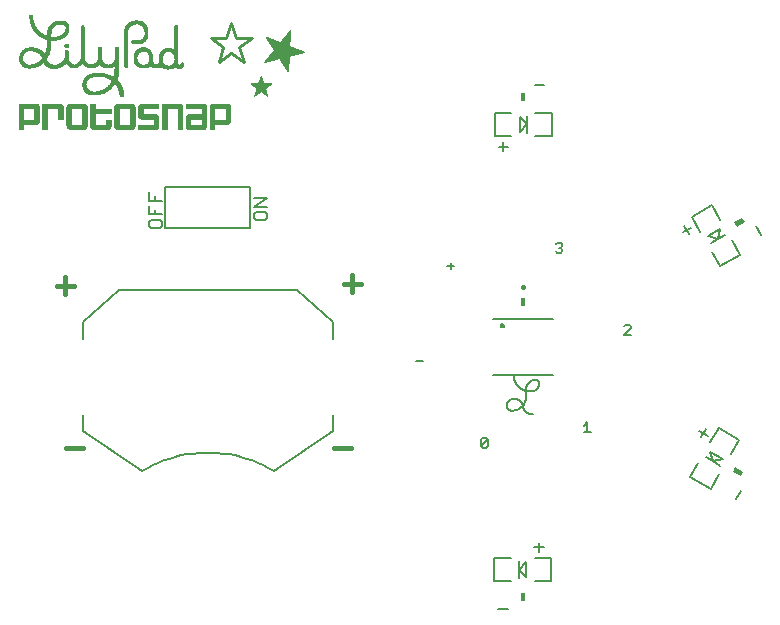
<source format=gto>
G75*
G70*
%OFA0B0*%
%FSLAX24Y24*%
%IPPOS*%
%LPD*%
%AMOC8*
5,1,8,0,0,1.08239X$1,22.5*
%
%ADD10C,0.0060*%
%ADD11C,0.0150*%
%ADD12C,0.0080*%
%ADD13C,0.0004*%
%ADD14C,0.0111*%
%ADD15C,0.0005*%
%ADD16C,0.0160*%
%ADD17R,0.0160X0.0280*%
%ADD18R,0.0180X0.0300*%
D10*
X016007Y012241D02*
X016234Y012467D01*
X016234Y012241D01*
X016177Y012184D01*
X016064Y012184D01*
X016007Y012241D01*
X016007Y012467D01*
X016064Y012524D01*
X016177Y012524D01*
X016234Y012467D01*
X019430Y012705D02*
X019657Y012705D01*
X019543Y012705D02*
X019543Y013045D01*
X019430Y012932D01*
X018400Y014620D02*
X016390Y014620D01*
X014057Y015100D02*
X013830Y015100D01*
X016390Y016480D02*
X018400Y016480D01*
X020761Y016242D02*
X020818Y016299D01*
X020931Y016299D01*
X020988Y016242D01*
X020988Y016186D01*
X020761Y015959D01*
X020988Y015959D01*
X018656Y018685D02*
X018543Y018685D01*
X018486Y018742D01*
X018600Y018855D02*
X018656Y018855D01*
X018713Y018798D01*
X018713Y018742D01*
X018656Y018685D01*
X018656Y018855D02*
X018713Y018912D01*
X018713Y018969D01*
X018656Y019025D01*
X018543Y019025D01*
X018486Y018969D01*
X015107Y018250D02*
X014880Y018250D01*
X014993Y018137D02*
X014993Y018364D01*
D11*
X011992Y017650D02*
X011425Y017650D01*
X011709Y017367D02*
X011709Y017934D01*
X011671Y012200D02*
X011104Y012200D01*
X002742Y012200D02*
X002175Y012200D01*
X002138Y017317D02*
X002138Y017884D01*
X002421Y017600D02*
X001854Y017600D01*
D12*
X004715Y011420D02*
X004888Y011519D01*
X005066Y011610D01*
X005248Y011693D01*
X005433Y011767D01*
X005622Y011832D01*
X005814Y011888D01*
X006008Y011935D01*
X006204Y011972D01*
X006402Y012000D01*
X006601Y012019D01*
X006800Y012029D01*
X007000Y012029D01*
X007199Y012019D01*
X007398Y012000D01*
X007596Y011972D01*
X007792Y011935D01*
X007986Y011888D01*
X008178Y011832D01*
X008367Y011767D01*
X008552Y011693D01*
X008734Y011610D01*
X008912Y011519D01*
X009085Y011420D01*
X011054Y012759D01*
X011054Y013290D01*
X011054Y015810D02*
X011054Y016381D01*
X009853Y017444D01*
X003947Y017444D01*
X002746Y016381D01*
X002746Y015810D01*
X002746Y013290D02*
X002746Y012759D01*
X004715Y011420D01*
X016447Y008524D02*
X016447Y007737D01*
X016998Y007737D01*
X017274Y007855D02*
X017274Y008130D01*
X017510Y008367D01*
X017510Y007894D01*
X017274Y008130D01*
X017274Y008406D01*
X016998Y008524D02*
X016447Y008524D01*
X017786Y008524D02*
X018337Y008524D01*
X018337Y007737D01*
X017786Y007737D01*
X017934Y008710D02*
X017934Y009030D01*
X017774Y008870D02*
X018095Y008870D01*
X016895Y006820D02*
X016574Y006820D01*
X022974Y011219D02*
X023656Y010825D01*
X023931Y011302D01*
X023967Y011600D02*
X023728Y011738D01*
X023642Y012060D01*
X024051Y011824D01*
X023728Y011738D01*
X023489Y011876D01*
X023249Y011696D02*
X022974Y011219D01*
X024325Y011984D02*
X024601Y012461D01*
X023919Y012855D01*
X023643Y012378D01*
X023556Y012600D02*
X023279Y012760D01*
X023338Y012541D02*
X023498Y012818D01*
X024673Y010754D02*
X024513Y010477D01*
X017942Y014334D02*
X017942Y014353D01*
X017941Y014370D01*
X017936Y014387D01*
X017929Y014402D01*
X017919Y014416D01*
X017907Y014428D01*
X017893Y014438D01*
X017878Y014445D01*
X017861Y014450D01*
X017844Y014451D01*
X017844Y014452D02*
X017804Y014452D01*
X017942Y014334D02*
X017940Y014303D01*
X017935Y014273D01*
X017925Y014243D01*
X017913Y014215D01*
X017897Y014189D01*
X017878Y014164D01*
X017856Y014142D01*
X017831Y014123D01*
X017805Y014107D01*
X017777Y014095D01*
X017747Y014085D01*
X017717Y014080D01*
X017686Y014078D01*
X017607Y014078D01*
X017509Y014156D02*
X017509Y013901D01*
X017410Y013526D02*
X017419Y013497D01*
X017432Y013468D01*
X017448Y013442D01*
X017466Y013417D01*
X017487Y013395D01*
X017511Y013375D01*
X017537Y013358D01*
X017564Y013344D01*
X017593Y013333D01*
X017623Y013325D01*
X017653Y013321D01*
X017684Y013320D01*
X017715Y013323D01*
X017745Y013329D01*
X017410Y013527D02*
X017408Y013560D01*
X017403Y013593D01*
X017393Y013624D01*
X017381Y013655D01*
X017365Y013684D01*
X017346Y013711D01*
X017324Y013736D01*
X017299Y013758D01*
X017272Y013777D01*
X017243Y013793D01*
X017212Y013805D01*
X017181Y013815D01*
X017148Y013820D01*
X017115Y013822D01*
X017076Y013822D01*
X017037Y013429D02*
X017078Y013431D01*
X017119Y013436D01*
X017159Y013445D01*
X017198Y013457D01*
X017236Y013473D01*
X017273Y013492D01*
X017308Y013514D01*
X017340Y013539D01*
X017371Y013567D01*
X017399Y013598D01*
X017424Y013630D01*
X017446Y013665D01*
X017465Y013702D01*
X017481Y013740D01*
X017493Y013779D01*
X017502Y013819D01*
X017507Y013860D01*
X017509Y013901D01*
X017509Y014156D02*
X017511Y014189D01*
X017516Y014222D01*
X017526Y014253D01*
X017538Y014284D01*
X017554Y014313D01*
X017573Y014340D01*
X017595Y014365D01*
X017620Y014387D01*
X017647Y014406D01*
X017676Y014422D01*
X017707Y014434D01*
X017738Y014444D01*
X017771Y014449D01*
X017804Y014451D01*
X017607Y014078D02*
X017565Y014080D01*
X017523Y014085D01*
X017481Y014094D01*
X017441Y014106D01*
X017401Y014121D01*
X017363Y014140D01*
X017327Y014161D01*
X017293Y014186D01*
X017260Y014213D01*
X017230Y014243D01*
X017203Y014276D01*
X017178Y014310D01*
X017157Y014346D01*
X017138Y014384D01*
X017123Y014424D01*
X017111Y014464D01*
X017102Y014506D01*
X017097Y014548D01*
X017095Y014590D01*
X017076Y013822D02*
X017048Y013820D01*
X017020Y013815D01*
X016993Y013805D01*
X016968Y013793D01*
X016944Y013777D01*
X016923Y013758D01*
X016904Y013737D01*
X016888Y013714D01*
X016876Y013688D01*
X016866Y013661D01*
X016861Y013633D01*
X016859Y013605D01*
X016860Y013605D02*
X016862Y013580D01*
X016867Y013555D01*
X016876Y013531D01*
X016888Y013509D01*
X016903Y013489D01*
X016921Y013471D01*
X016941Y013456D01*
X016963Y013444D01*
X016987Y013435D01*
X017012Y013430D01*
X017037Y013428D01*
X016653Y016260D02*
X016655Y016275D01*
X016661Y016288D01*
X016670Y016300D01*
X016681Y016309D01*
X016695Y016315D01*
X016710Y016317D01*
X016725Y016315D01*
X016738Y016309D01*
X016750Y016300D01*
X016759Y016289D01*
X016765Y016275D01*
X016767Y016260D01*
X016765Y016245D01*
X016759Y016232D01*
X016750Y016220D01*
X016739Y016211D01*
X016725Y016205D01*
X016710Y016203D01*
X016695Y016205D01*
X016682Y016211D01*
X016670Y016220D01*
X016661Y016231D01*
X016655Y016245D01*
X016653Y016260D01*
X022725Y019373D02*
X023003Y019533D01*
X022784Y019592D02*
X022944Y019314D01*
X023296Y019397D02*
X023020Y019874D01*
X023702Y020268D01*
X023978Y019791D01*
X023979Y019473D02*
X023570Y019237D01*
X023892Y019151D01*
X023979Y019473D01*
X024131Y019289D02*
X023892Y019151D01*
X023654Y019013D01*
X023689Y018715D02*
X023965Y018238D01*
X024647Y018632D01*
X024371Y019109D01*
X025159Y019577D02*
X025320Y019300D01*
X018353Y022576D02*
X017802Y022576D01*
X017526Y022694D02*
X017526Y022970D01*
X017290Y022733D01*
X017290Y023206D01*
X017526Y022970D01*
X017526Y023245D01*
X017802Y023363D02*
X018353Y023363D01*
X018353Y022576D01*
X017014Y022576D02*
X016463Y022576D01*
X016463Y023363D01*
X017014Y023363D01*
X016750Y022390D02*
X016750Y022070D01*
X016590Y022230D02*
X016910Y022230D01*
X017790Y024280D02*
X018110Y024280D01*
X008860Y020510D02*
X008440Y020510D01*
X008440Y020230D02*
X008860Y020510D01*
X008860Y020230D02*
X008440Y020230D01*
X008510Y020049D02*
X008440Y019979D01*
X008440Y019839D01*
X008510Y019769D01*
X008790Y019769D01*
X008860Y019839D01*
X008860Y019979D01*
X008790Y020049D01*
X008510Y020049D01*
X008317Y019511D02*
X005483Y019511D01*
X005483Y020889D01*
X008317Y020889D01*
X008317Y019511D01*
X005360Y019579D02*
X005360Y019719D01*
X005290Y019789D01*
X005010Y019789D01*
X004940Y019719D01*
X004940Y019579D01*
X005010Y019509D01*
X005290Y019509D01*
X005360Y019579D01*
X005360Y019969D02*
X004940Y019969D01*
X004940Y020249D01*
X004940Y020430D02*
X004940Y020710D01*
X005150Y020570D02*
X005150Y020430D01*
X005360Y020430D02*
X004940Y020430D01*
X005150Y020109D02*
X005150Y019969D01*
D13*
X005144Y022810D02*
X005097Y022810D01*
X005097Y022959D01*
X005246Y022959D01*
X005097Y022959D01*
X005097Y022957D02*
X005246Y022957D01*
X005246Y022959D02*
X005246Y022912D01*
X005239Y022889D01*
X005097Y022889D01*
X005097Y022891D02*
X005239Y022891D01*
X005239Y022889D02*
X005227Y022865D01*
X005211Y022845D01*
X005191Y022830D01*
X005168Y022818D01*
X005097Y022818D01*
X005097Y022816D02*
X005161Y022816D01*
X005168Y022818D02*
X005144Y022810D01*
X005147Y022811D02*
X005097Y022811D01*
X005097Y022813D02*
X005154Y022813D01*
X005173Y022820D02*
X005097Y022820D01*
X005097Y022823D02*
X005178Y022823D01*
X005183Y022825D02*
X005097Y022825D01*
X005097Y022828D02*
X005188Y022828D01*
X005192Y022830D02*
X005097Y022830D01*
X005097Y022833D02*
X005195Y022833D01*
X005198Y022835D02*
X005097Y022835D01*
X005097Y022838D02*
X005201Y022838D01*
X005204Y022840D02*
X005097Y022840D01*
X005097Y022842D02*
X005207Y022842D01*
X005210Y022845D02*
X005097Y022845D01*
X005097Y022847D02*
X005213Y022847D01*
X005215Y022850D02*
X005097Y022850D01*
X005097Y022852D02*
X005217Y022852D01*
X005218Y022855D02*
X005097Y022855D01*
X005097Y022857D02*
X005220Y022857D01*
X005222Y022859D02*
X005097Y022859D01*
X005097Y022862D02*
X005224Y022862D01*
X005226Y022864D02*
X005097Y022864D01*
X005097Y022867D02*
X005228Y022867D01*
X005229Y022869D02*
X005097Y022869D01*
X005097Y022872D02*
X005230Y022872D01*
X005231Y022874D02*
X005097Y022874D01*
X005097Y022877D02*
X005233Y022877D01*
X005234Y022879D02*
X005097Y022879D01*
X005097Y022881D02*
X005235Y022881D01*
X005236Y022884D02*
X005097Y022884D01*
X005097Y022886D02*
X005237Y022886D01*
X005240Y022894D02*
X005097Y022894D01*
X005097Y022896D02*
X005241Y022896D01*
X005242Y022898D02*
X005097Y022898D01*
X005097Y022901D02*
X005243Y022901D01*
X005244Y022903D02*
X005097Y022903D01*
X005097Y022906D02*
X005244Y022906D01*
X005245Y022908D02*
X005097Y022908D01*
X005097Y022911D02*
X005246Y022911D01*
X005246Y022913D02*
X005097Y022913D01*
X005097Y022916D02*
X005246Y022916D01*
X005246Y022918D02*
X005097Y022918D01*
X005097Y022920D02*
X005246Y022920D01*
X005246Y022923D02*
X005097Y022923D01*
X005097Y022925D02*
X005246Y022925D01*
X005246Y022928D02*
X005097Y022928D01*
X005097Y022930D02*
X005246Y022930D01*
X005246Y022933D02*
X005097Y022933D01*
X005097Y022935D02*
X005246Y022935D01*
X005246Y022937D02*
X005097Y022937D01*
X005097Y022940D02*
X005246Y022940D01*
X005246Y022942D02*
X005097Y022942D01*
X005097Y022945D02*
X005246Y022945D01*
X005246Y022947D02*
X005097Y022947D01*
X005097Y022950D02*
X005246Y022950D01*
X005246Y022952D02*
X005097Y022952D01*
X005097Y022955D02*
X005246Y022955D01*
X005246Y022983D02*
X005246Y023133D01*
X005097Y023133D01*
X005097Y022983D01*
X005246Y022983D01*
X005246Y022984D02*
X005097Y022984D01*
X005097Y022986D02*
X005246Y022986D01*
X005246Y022989D02*
X005097Y022989D01*
X005097Y022991D02*
X005246Y022991D01*
X005246Y022994D02*
X005097Y022994D01*
X005097Y022996D02*
X005246Y022996D01*
X005246Y022998D02*
X005097Y022998D01*
X005097Y023001D02*
X005246Y023001D01*
X005246Y023003D02*
X005097Y023003D01*
X005097Y023006D02*
X005246Y023006D01*
X005246Y023008D02*
X005097Y023008D01*
X005097Y023011D02*
X005246Y023011D01*
X005246Y023013D02*
X005097Y023013D01*
X005097Y023015D02*
X005246Y023015D01*
X005246Y023018D02*
X005097Y023018D01*
X005097Y023020D02*
X005246Y023020D01*
X005246Y023023D02*
X005097Y023023D01*
X005097Y023025D02*
X005246Y023025D01*
X005246Y023028D02*
X005097Y023028D01*
X005097Y023030D02*
X005246Y023030D01*
X005246Y023033D02*
X005097Y023033D01*
X005097Y023035D02*
X005246Y023035D01*
X005246Y023037D02*
X005097Y023037D01*
X005097Y023040D02*
X005246Y023040D01*
X005246Y023042D02*
X005097Y023042D01*
X005097Y023045D02*
X005246Y023045D01*
X005246Y023047D02*
X005097Y023047D01*
X005097Y023050D02*
X005246Y023050D01*
X005246Y023052D02*
X005097Y023052D01*
X005097Y023054D02*
X005246Y023054D01*
X005246Y023057D02*
X005097Y023057D01*
X005097Y023059D02*
X005246Y023059D01*
X005246Y023062D02*
X005097Y023062D01*
X005097Y023064D02*
X005246Y023064D01*
X005246Y023067D02*
X005097Y023067D01*
X005097Y023069D02*
X005246Y023069D01*
X005246Y023072D02*
X005097Y023072D01*
X005097Y023074D02*
X005246Y023074D01*
X005246Y023076D02*
X005097Y023076D01*
X005097Y023079D02*
X005246Y023079D01*
X005246Y023081D02*
X005097Y023081D01*
X005097Y023084D02*
X005246Y023084D01*
X005246Y023086D02*
X005097Y023086D01*
X005097Y023089D02*
X005246Y023089D01*
X005246Y023091D02*
X005097Y023091D01*
X005097Y023093D02*
X005246Y023093D01*
X005246Y023096D02*
X005097Y023096D01*
X005097Y023098D02*
X005246Y023098D01*
X005246Y023101D02*
X005097Y023101D01*
X005097Y023103D02*
X005246Y023103D01*
X005246Y023106D02*
X005097Y023106D01*
X005097Y023108D02*
X005246Y023108D01*
X005246Y023111D02*
X005097Y023111D01*
X005097Y023113D02*
X005246Y023113D01*
X005246Y023115D02*
X005097Y023115D01*
X005097Y023118D02*
X005246Y023118D01*
X005246Y023120D02*
X005097Y023120D01*
X005097Y023123D02*
X005246Y023123D01*
X005246Y023125D02*
X005097Y023125D01*
X005097Y023128D02*
X005246Y023128D01*
X005246Y023130D02*
X005097Y023130D01*
X005097Y023132D02*
X005246Y023132D01*
X005246Y023160D02*
X005246Y023207D01*
X005239Y023231D01*
X005227Y023255D01*
X005211Y023274D01*
X005191Y023290D01*
X005168Y023302D01*
X005120Y023310D01*
X005097Y023310D01*
X005097Y023160D01*
X005246Y023160D01*
X005246Y023162D02*
X005097Y023162D01*
X005097Y023164D02*
X005246Y023164D01*
X005246Y023167D02*
X005097Y023167D01*
X005097Y023169D02*
X005246Y023169D01*
X005246Y023171D02*
X005097Y023171D01*
X005097Y023174D02*
X005246Y023174D01*
X005246Y023176D02*
X005097Y023176D01*
X005097Y023179D02*
X005246Y023179D01*
X005246Y023181D02*
X005097Y023181D01*
X005097Y023184D02*
X005246Y023184D01*
X005246Y023186D02*
X005097Y023186D01*
X005097Y023189D02*
X005246Y023189D01*
X005246Y023191D02*
X005097Y023191D01*
X005097Y023193D02*
X005246Y023193D01*
X005246Y023196D02*
X005097Y023196D01*
X005097Y023198D02*
X005246Y023198D01*
X005246Y023201D02*
X005097Y023201D01*
X005097Y023203D02*
X005246Y023203D01*
X005246Y023206D02*
X005097Y023206D01*
X005097Y023208D02*
X005246Y023208D01*
X005245Y023210D02*
X005097Y023210D01*
X005097Y023213D02*
X005245Y023213D01*
X005244Y023215D02*
X005097Y023215D01*
X005097Y023218D02*
X005243Y023218D01*
X005242Y023220D02*
X005097Y023220D01*
X005097Y023223D02*
X005241Y023223D01*
X005241Y023225D02*
X005097Y023225D01*
X005097Y023227D02*
X005240Y023227D01*
X005239Y023230D02*
X005097Y023230D01*
X005097Y023232D02*
X005238Y023232D01*
X005237Y023235D02*
X005097Y023235D01*
X005097Y023237D02*
X005236Y023237D01*
X005234Y023240D02*
X005097Y023240D01*
X005097Y023242D02*
X005233Y023242D01*
X005232Y023245D02*
X005097Y023245D01*
X005097Y023247D02*
X005231Y023247D01*
X005229Y023249D02*
X005097Y023249D01*
X005097Y023252D02*
X005228Y023252D01*
X005227Y023254D02*
X005097Y023254D01*
X005097Y023257D02*
X005225Y023257D01*
X005223Y023259D02*
X005097Y023259D01*
X005097Y023262D02*
X005221Y023262D01*
X005219Y023264D02*
X005097Y023264D01*
X005097Y023266D02*
X005217Y023266D01*
X005215Y023269D02*
X005097Y023269D01*
X005097Y023271D02*
X005213Y023271D01*
X005212Y023274D02*
X005097Y023274D01*
X005097Y023276D02*
X005209Y023276D01*
X005206Y023279D02*
X005097Y023279D01*
X005097Y023281D02*
X005203Y023281D01*
X005200Y023284D02*
X005097Y023284D01*
X005097Y023286D02*
X005197Y023286D01*
X005194Y023288D02*
X005097Y023288D01*
X005097Y023291D02*
X005190Y023291D01*
X005185Y023293D02*
X005097Y023293D01*
X005097Y023296D02*
X005180Y023296D01*
X005175Y023298D02*
X005097Y023298D01*
X005097Y023301D02*
X005170Y023301D01*
X005161Y023303D02*
X005097Y023303D01*
X005097Y023305D02*
X005147Y023305D01*
X005132Y023308D02*
X005097Y023308D01*
X005073Y023308D02*
X004924Y023308D01*
X004924Y023310D02*
X005073Y023310D01*
X005073Y023160D01*
X004924Y023160D01*
X004924Y023310D01*
X004924Y023305D02*
X005073Y023305D01*
X005073Y023303D02*
X004924Y023303D01*
X004924Y023301D02*
X005073Y023301D01*
X005073Y023298D02*
X004924Y023298D01*
X004924Y023296D02*
X005073Y023296D01*
X005073Y023293D02*
X004924Y023293D01*
X004924Y023291D02*
X005073Y023291D01*
X005073Y023288D02*
X004924Y023288D01*
X004924Y023286D02*
X005073Y023286D01*
X005073Y023284D02*
X004924Y023284D01*
X004924Y023281D02*
X005073Y023281D01*
X005073Y023279D02*
X004924Y023279D01*
X004924Y023276D02*
X005073Y023276D01*
X005073Y023274D02*
X004924Y023274D01*
X004924Y023271D02*
X005073Y023271D01*
X005073Y023269D02*
X004924Y023269D01*
X004924Y023266D02*
X005073Y023266D01*
X005073Y023264D02*
X004924Y023264D01*
X004924Y023262D02*
X005073Y023262D01*
X005073Y023259D02*
X004924Y023259D01*
X004924Y023257D02*
X005073Y023257D01*
X005073Y023254D02*
X004924Y023254D01*
X004924Y023252D02*
X005073Y023252D01*
X005073Y023249D02*
X004924Y023249D01*
X004924Y023247D02*
X005073Y023247D01*
X005073Y023245D02*
X004924Y023245D01*
X004924Y023242D02*
X005073Y023242D01*
X005073Y023240D02*
X004924Y023240D01*
X004924Y023237D02*
X005073Y023237D01*
X005073Y023235D02*
X004924Y023235D01*
X004924Y023232D02*
X005073Y023232D01*
X005073Y023230D02*
X004924Y023230D01*
X004924Y023227D02*
X005073Y023227D01*
X005073Y023225D02*
X004924Y023225D01*
X004924Y023223D02*
X005073Y023223D01*
X005073Y023220D02*
X004924Y023220D01*
X004924Y023218D02*
X005073Y023218D01*
X005073Y023215D02*
X004924Y023215D01*
X004924Y023213D02*
X005073Y023213D01*
X005073Y023210D02*
X004924Y023210D01*
X004924Y023208D02*
X005073Y023208D01*
X005073Y023206D02*
X004924Y023206D01*
X004924Y023203D02*
X005073Y023203D01*
X005073Y023201D02*
X004924Y023201D01*
X004924Y023198D02*
X005073Y023198D01*
X005073Y023196D02*
X004924Y023196D01*
X004924Y023193D02*
X005073Y023193D01*
X005073Y023191D02*
X004924Y023191D01*
X004924Y023189D02*
X005073Y023189D01*
X005073Y023186D02*
X004924Y023186D01*
X004924Y023184D02*
X005073Y023184D01*
X005073Y023181D02*
X004924Y023181D01*
X004924Y023179D02*
X005073Y023179D01*
X005073Y023176D02*
X004924Y023176D01*
X004924Y023174D02*
X005073Y023174D01*
X005073Y023171D02*
X004924Y023171D01*
X004924Y023169D02*
X005073Y023169D01*
X005073Y023167D02*
X004924Y023167D01*
X004924Y023164D02*
X005073Y023164D01*
X005073Y023162D02*
X004924Y023162D01*
X004896Y023162D02*
X004746Y023162D01*
X004746Y023160D02*
X004746Y023310D01*
X004896Y023310D01*
X004896Y023160D01*
X004746Y023160D01*
X004746Y023164D02*
X004896Y023164D01*
X004896Y023167D02*
X004746Y023167D01*
X004746Y023169D02*
X004896Y023169D01*
X004896Y023171D02*
X004746Y023171D01*
X004746Y023174D02*
X004896Y023174D01*
X004896Y023176D02*
X004746Y023176D01*
X004746Y023179D02*
X004896Y023179D01*
X004896Y023181D02*
X004746Y023181D01*
X004746Y023184D02*
X004896Y023184D01*
X004896Y023186D02*
X004746Y023186D01*
X004746Y023189D02*
X004896Y023189D01*
X004896Y023191D02*
X004746Y023191D01*
X004746Y023193D02*
X004896Y023193D01*
X004896Y023196D02*
X004746Y023196D01*
X004746Y023198D02*
X004896Y023198D01*
X004896Y023201D02*
X004746Y023201D01*
X004746Y023203D02*
X004896Y023203D01*
X004896Y023206D02*
X004746Y023206D01*
X004746Y023208D02*
X004896Y023208D01*
X004896Y023210D02*
X004746Y023210D01*
X004746Y023213D02*
X004896Y023213D01*
X004896Y023215D02*
X004746Y023215D01*
X004746Y023218D02*
X004896Y023218D01*
X004896Y023220D02*
X004746Y023220D01*
X004746Y023223D02*
X004896Y023223D01*
X004896Y023225D02*
X004746Y023225D01*
X004746Y023227D02*
X004896Y023227D01*
X004896Y023230D02*
X004746Y023230D01*
X004746Y023232D02*
X004896Y023232D01*
X004896Y023235D02*
X004746Y023235D01*
X004746Y023237D02*
X004896Y023237D01*
X004896Y023240D02*
X004746Y023240D01*
X004746Y023242D02*
X004896Y023242D01*
X004896Y023245D02*
X004746Y023245D01*
X004746Y023247D02*
X004896Y023247D01*
X004896Y023249D02*
X004746Y023249D01*
X004746Y023252D02*
X004896Y023252D01*
X004896Y023254D02*
X004746Y023254D01*
X004746Y023257D02*
X004896Y023257D01*
X004896Y023259D02*
X004746Y023259D01*
X004746Y023262D02*
X004896Y023262D01*
X004896Y023264D02*
X004746Y023264D01*
X004746Y023266D02*
X004896Y023266D01*
X004896Y023269D02*
X004746Y023269D01*
X004746Y023271D02*
X004896Y023271D01*
X004896Y023274D02*
X004746Y023274D01*
X004746Y023276D02*
X004896Y023276D01*
X004896Y023279D02*
X004746Y023279D01*
X004746Y023281D02*
X004896Y023281D01*
X004896Y023284D02*
X004746Y023284D01*
X004746Y023286D02*
X004896Y023286D01*
X004896Y023288D02*
X004746Y023288D01*
X004746Y023291D02*
X004896Y023291D01*
X004896Y023293D02*
X004746Y023293D01*
X004746Y023296D02*
X004896Y023296D01*
X004896Y023298D02*
X004746Y023298D01*
X004746Y023301D02*
X004896Y023301D01*
X004896Y023303D02*
X004746Y023303D01*
X004746Y023305D02*
X004896Y023305D01*
X004896Y023308D02*
X004746Y023308D01*
X004719Y023308D02*
X004569Y023308D01*
X004569Y023310D02*
X004719Y023310D01*
X004719Y023160D01*
X004672Y023160D01*
X004648Y023168D01*
X004628Y023180D01*
X004609Y023196D01*
X004593Y023215D01*
X004719Y023215D01*
X004719Y023213D02*
X004595Y023213D01*
X004593Y023215D02*
X004581Y023239D01*
X004573Y023263D01*
X004569Y023286D01*
X004719Y023286D01*
X004719Y023288D02*
X004569Y023288D01*
X004569Y023286D02*
X004569Y023310D01*
X004569Y023305D02*
X004719Y023305D01*
X004719Y023303D02*
X004569Y023303D01*
X004569Y023301D02*
X004719Y023301D01*
X004719Y023298D02*
X004569Y023298D01*
X004569Y023296D02*
X004719Y023296D01*
X004719Y023293D02*
X004569Y023293D01*
X004569Y023291D02*
X004719Y023291D01*
X004719Y023284D02*
X004570Y023284D01*
X004570Y023281D02*
X004719Y023281D01*
X004719Y023279D02*
X004571Y023279D01*
X004571Y023276D02*
X004719Y023276D01*
X004719Y023274D02*
X004571Y023274D01*
X004572Y023271D02*
X004719Y023271D01*
X004719Y023269D02*
X004572Y023269D01*
X004573Y023266D02*
X004719Y023266D01*
X004719Y023264D02*
X004573Y023264D01*
X004574Y023262D02*
X004719Y023262D01*
X004719Y023259D02*
X004574Y023259D01*
X004575Y023257D02*
X004719Y023257D01*
X004719Y023254D02*
X004576Y023254D01*
X004577Y023252D02*
X004719Y023252D01*
X004719Y023249D02*
X004578Y023249D01*
X004578Y023247D02*
X004719Y023247D01*
X004719Y023245D02*
X004579Y023245D01*
X004580Y023242D02*
X004719Y023242D01*
X004719Y023240D02*
X004581Y023240D01*
X004582Y023237D02*
X004719Y023237D01*
X004719Y023235D02*
X004583Y023235D01*
X004584Y023232D02*
X004719Y023232D01*
X004719Y023230D02*
X004586Y023230D01*
X004587Y023227D02*
X004719Y023227D01*
X004719Y023225D02*
X004588Y023225D01*
X004589Y023223D02*
X004719Y023223D01*
X004719Y023220D02*
X004590Y023220D01*
X004592Y023218D02*
X004719Y023218D01*
X004719Y023210D02*
X004597Y023210D01*
X004599Y023208D02*
X004719Y023208D01*
X004719Y023206D02*
X004601Y023206D01*
X004603Y023203D02*
X004719Y023203D01*
X004719Y023201D02*
X004605Y023201D01*
X004607Y023198D02*
X004719Y023198D01*
X004719Y023196D02*
X004609Y023196D01*
X004612Y023193D02*
X004719Y023193D01*
X004719Y023191D02*
X004615Y023191D01*
X004618Y023189D02*
X004719Y023189D01*
X004719Y023186D02*
X004621Y023186D01*
X004624Y023184D02*
X004719Y023184D01*
X004719Y023181D02*
X004627Y023181D01*
X004630Y023179D02*
X004719Y023179D01*
X004719Y023176D02*
X004634Y023176D01*
X004638Y023174D02*
X004719Y023174D01*
X004719Y023171D02*
X004642Y023171D01*
X004647Y023169D02*
X004719Y023169D01*
X004719Y023167D02*
X004653Y023167D01*
X004660Y023164D02*
X004719Y023164D01*
X004719Y023162D02*
X004667Y023162D01*
X004719Y023337D02*
X004719Y023487D01*
X004569Y023487D01*
X004569Y023337D01*
X004719Y023337D01*
X004719Y023340D02*
X004569Y023340D01*
X004569Y023342D02*
X004719Y023342D01*
X004719Y023344D02*
X004569Y023344D01*
X004569Y023347D02*
X004719Y023347D01*
X004719Y023349D02*
X004569Y023349D01*
X004569Y023352D02*
X004719Y023352D01*
X004719Y023354D02*
X004569Y023354D01*
X004569Y023357D02*
X004719Y023357D01*
X004719Y023359D02*
X004569Y023359D01*
X004569Y023362D02*
X004719Y023362D01*
X004719Y023364D02*
X004569Y023364D01*
X004569Y023366D02*
X004719Y023366D01*
X004719Y023369D02*
X004569Y023369D01*
X004569Y023371D02*
X004719Y023371D01*
X004719Y023374D02*
X004569Y023374D01*
X004569Y023376D02*
X004719Y023376D01*
X004719Y023379D02*
X004569Y023379D01*
X004569Y023381D02*
X004719Y023381D01*
X004719Y023383D02*
X004569Y023383D01*
X004569Y023386D02*
X004719Y023386D01*
X004719Y023388D02*
X004569Y023388D01*
X004569Y023391D02*
X004719Y023391D01*
X004719Y023393D02*
X004569Y023393D01*
X004569Y023396D02*
X004719Y023396D01*
X004719Y023398D02*
X004569Y023398D01*
X004569Y023401D02*
X004719Y023401D01*
X004719Y023403D02*
X004569Y023403D01*
X004569Y023405D02*
X004719Y023405D01*
X004719Y023408D02*
X004569Y023408D01*
X004569Y023410D02*
X004719Y023410D01*
X004719Y023413D02*
X004569Y023413D01*
X004569Y023415D02*
X004719Y023415D01*
X004719Y023418D02*
X004569Y023418D01*
X004569Y023420D02*
X004719Y023420D01*
X004719Y023422D02*
X004569Y023422D01*
X004569Y023425D02*
X004719Y023425D01*
X004719Y023427D02*
X004569Y023427D01*
X004569Y023430D02*
X004719Y023430D01*
X004719Y023432D02*
X004569Y023432D01*
X004569Y023435D02*
X004719Y023435D01*
X004719Y023437D02*
X004569Y023437D01*
X004569Y023440D02*
X004719Y023440D01*
X004719Y023442D02*
X004569Y023442D01*
X004569Y023444D02*
X004719Y023444D01*
X004719Y023447D02*
X004569Y023447D01*
X004569Y023449D02*
X004719Y023449D01*
X004719Y023452D02*
X004569Y023452D01*
X004569Y023454D02*
X004719Y023454D01*
X004719Y023457D02*
X004569Y023457D01*
X004569Y023459D02*
X004719Y023459D01*
X004719Y023461D02*
X004569Y023461D01*
X004569Y023464D02*
X004719Y023464D01*
X004719Y023466D02*
X004569Y023466D01*
X004569Y023469D02*
X004719Y023469D01*
X004719Y023471D02*
X004569Y023471D01*
X004569Y023474D02*
X004719Y023474D01*
X004719Y023476D02*
X004569Y023476D01*
X004569Y023479D02*
X004719Y023479D01*
X004719Y023481D02*
X004569Y023481D01*
X004569Y023483D02*
X004719Y023483D01*
X004719Y023486D02*
X004569Y023486D01*
X004569Y023511D02*
X004569Y023534D01*
X004573Y023558D01*
X004581Y023581D01*
X004719Y023581D01*
X004719Y023583D02*
X004582Y023583D01*
X004581Y023581D02*
X004593Y023605D01*
X004609Y023625D01*
X004628Y023641D01*
X004648Y023652D01*
X004672Y023660D01*
X004719Y023660D01*
X004719Y023511D01*
X004569Y023511D01*
X004569Y023513D02*
X004719Y023513D01*
X004719Y023515D02*
X004569Y023515D01*
X004569Y023518D02*
X004719Y023518D01*
X004719Y023520D02*
X004569Y023520D01*
X004569Y023522D02*
X004719Y023522D01*
X004719Y023525D02*
X004569Y023525D01*
X004569Y023527D02*
X004719Y023527D01*
X004719Y023530D02*
X004569Y023530D01*
X004569Y023532D02*
X004719Y023532D01*
X004719Y023535D02*
X004569Y023535D01*
X004570Y023537D02*
X004719Y023537D01*
X004719Y023539D02*
X004570Y023539D01*
X004571Y023542D02*
X004719Y023542D01*
X004719Y023544D02*
X004571Y023544D01*
X004571Y023547D02*
X004719Y023547D01*
X004719Y023549D02*
X004572Y023549D01*
X004572Y023552D02*
X004719Y023552D01*
X004719Y023554D02*
X004573Y023554D01*
X004573Y023557D02*
X004719Y023557D01*
X004719Y023559D02*
X004574Y023559D01*
X004574Y023561D02*
X004719Y023561D01*
X004719Y023564D02*
X004575Y023564D01*
X004576Y023566D02*
X004719Y023566D01*
X004719Y023569D02*
X004577Y023569D01*
X004578Y023571D02*
X004719Y023571D01*
X004719Y023574D02*
X004578Y023574D01*
X004579Y023576D02*
X004719Y023576D01*
X004719Y023578D02*
X004580Y023578D01*
X004583Y023586D02*
X004719Y023586D01*
X004719Y023588D02*
X004584Y023588D01*
X004586Y023591D02*
X004719Y023591D01*
X004719Y023593D02*
X004587Y023593D01*
X004588Y023596D02*
X004719Y023596D01*
X004719Y023598D02*
X004589Y023598D01*
X004591Y023600D02*
X004719Y023600D01*
X004719Y023603D02*
X004592Y023603D01*
X004593Y023605D02*
X004719Y023605D01*
X004719Y023608D02*
X004595Y023608D01*
X004597Y023610D02*
X004719Y023610D01*
X004719Y023613D02*
X004599Y023613D01*
X004601Y023615D02*
X004719Y023615D01*
X004719Y023617D02*
X004603Y023617D01*
X004605Y023620D02*
X004719Y023620D01*
X004719Y023622D02*
X004607Y023622D01*
X004609Y023625D02*
X004719Y023625D01*
X004719Y023627D02*
X004612Y023627D01*
X004615Y023630D02*
X004719Y023630D01*
X004719Y023632D02*
X004618Y023632D01*
X004621Y023635D02*
X004719Y023635D01*
X004719Y023637D02*
X004624Y023637D01*
X004627Y023639D02*
X004719Y023639D01*
X004719Y023642D02*
X004630Y023642D01*
X004635Y023644D02*
X004719Y023644D01*
X004719Y023647D02*
X004639Y023647D01*
X004643Y023649D02*
X004719Y023649D01*
X004719Y023652D02*
X004647Y023652D01*
X004653Y023654D02*
X004719Y023654D01*
X004719Y023656D02*
X004660Y023656D01*
X004668Y023659D02*
X004719Y023659D01*
X004746Y023659D02*
X004896Y023659D01*
X004896Y023660D02*
X004896Y023511D01*
X004746Y023511D01*
X004746Y023660D01*
X004896Y023660D01*
X004896Y023656D02*
X004746Y023656D01*
X004746Y023654D02*
X004896Y023654D01*
X004896Y023652D02*
X004746Y023652D01*
X004746Y023649D02*
X004896Y023649D01*
X004896Y023647D02*
X004746Y023647D01*
X004746Y023644D02*
X004896Y023644D01*
X004896Y023642D02*
X004746Y023642D01*
X004746Y023639D02*
X004896Y023639D01*
X004896Y023637D02*
X004746Y023637D01*
X004746Y023635D02*
X004896Y023635D01*
X004896Y023632D02*
X004746Y023632D01*
X004746Y023630D02*
X004896Y023630D01*
X004896Y023627D02*
X004746Y023627D01*
X004746Y023625D02*
X004896Y023625D01*
X004896Y023622D02*
X004746Y023622D01*
X004746Y023620D02*
X004896Y023620D01*
X004896Y023617D02*
X004746Y023617D01*
X004746Y023615D02*
X004896Y023615D01*
X004896Y023613D02*
X004746Y023613D01*
X004746Y023610D02*
X004896Y023610D01*
X004896Y023608D02*
X004746Y023608D01*
X004746Y023605D02*
X004896Y023605D01*
X004896Y023603D02*
X004746Y023603D01*
X004746Y023600D02*
X004896Y023600D01*
X004896Y023598D02*
X004746Y023598D01*
X004746Y023596D02*
X004896Y023596D01*
X004896Y023593D02*
X004746Y023593D01*
X004746Y023591D02*
X004896Y023591D01*
X004896Y023588D02*
X004746Y023588D01*
X004746Y023586D02*
X004896Y023586D01*
X004896Y023583D02*
X004746Y023583D01*
X004746Y023581D02*
X004896Y023581D01*
X004896Y023578D02*
X004746Y023578D01*
X004746Y023576D02*
X004896Y023576D01*
X004896Y023574D02*
X004746Y023574D01*
X004746Y023571D02*
X004896Y023571D01*
X004896Y023569D02*
X004746Y023569D01*
X004746Y023566D02*
X004896Y023566D01*
X004896Y023564D02*
X004746Y023564D01*
X004746Y023561D02*
X004896Y023561D01*
X004896Y023559D02*
X004746Y023559D01*
X004746Y023557D02*
X004896Y023557D01*
X004896Y023554D02*
X004746Y023554D01*
X004746Y023552D02*
X004896Y023552D01*
X004896Y023549D02*
X004746Y023549D01*
X004746Y023547D02*
X004896Y023547D01*
X004896Y023544D02*
X004746Y023544D01*
X004746Y023542D02*
X004896Y023542D01*
X004896Y023539D02*
X004746Y023539D01*
X004746Y023537D02*
X004896Y023537D01*
X004896Y023535D02*
X004746Y023535D01*
X004746Y023532D02*
X004896Y023532D01*
X004896Y023530D02*
X004746Y023530D01*
X004746Y023527D02*
X004896Y023527D01*
X004896Y023525D02*
X004746Y023525D01*
X004746Y023522D02*
X004896Y023522D01*
X004896Y023520D02*
X004746Y023520D01*
X004746Y023518D02*
X004896Y023518D01*
X004896Y023515D02*
X004746Y023515D01*
X004746Y023513D02*
X004896Y023513D01*
X004924Y023513D02*
X005073Y023513D01*
X005073Y023515D02*
X004924Y023515D01*
X004924Y023518D02*
X005073Y023518D01*
X005073Y023520D02*
X004924Y023520D01*
X004924Y023522D02*
X005073Y023522D01*
X005073Y023525D02*
X004924Y023525D01*
X004924Y023527D02*
X005073Y023527D01*
X005073Y023530D02*
X004924Y023530D01*
X004924Y023532D02*
X005073Y023532D01*
X005073Y023535D02*
X004924Y023535D01*
X004924Y023537D02*
X005073Y023537D01*
X005073Y023539D02*
X004924Y023539D01*
X004924Y023542D02*
X005073Y023542D01*
X005073Y023544D02*
X004924Y023544D01*
X004924Y023547D02*
X005073Y023547D01*
X005073Y023549D02*
X004924Y023549D01*
X004924Y023552D02*
X005073Y023552D01*
X005073Y023554D02*
X004924Y023554D01*
X004924Y023557D02*
X005073Y023557D01*
X005073Y023559D02*
X004924Y023559D01*
X004924Y023561D02*
X005073Y023561D01*
X005073Y023564D02*
X004924Y023564D01*
X004924Y023566D02*
X005073Y023566D01*
X005073Y023569D02*
X004924Y023569D01*
X004924Y023571D02*
X005073Y023571D01*
X005073Y023574D02*
X004924Y023574D01*
X004924Y023576D02*
X005073Y023576D01*
X005073Y023578D02*
X004924Y023578D01*
X004924Y023581D02*
X005073Y023581D01*
X005073Y023583D02*
X004924Y023583D01*
X004924Y023586D02*
X005073Y023586D01*
X005073Y023588D02*
X004924Y023588D01*
X004924Y023591D02*
X005073Y023591D01*
X005073Y023593D02*
X004924Y023593D01*
X004924Y023596D02*
X005073Y023596D01*
X005073Y023598D02*
X004924Y023598D01*
X004924Y023600D02*
X005073Y023600D01*
X005073Y023603D02*
X004924Y023603D01*
X004924Y023605D02*
X005073Y023605D01*
X005073Y023608D02*
X004924Y023608D01*
X004924Y023610D02*
X005073Y023610D01*
X005073Y023613D02*
X004924Y023613D01*
X004924Y023615D02*
X005073Y023615D01*
X005073Y023617D02*
X004924Y023617D01*
X004924Y023620D02*
X005073Y023620D01*
X005073Y023622D02*
X004924Y023622D01*
X004924Y023625D02*
X005073Y023625D01*
X005073Y023627D02*
X004924Y023627D01*
X004924Y023630D02*
X005073Y023630D01*
X005073Y023632D02*
X004924Y023632D01*
X004924Y023635D02*
X005073Y023635D01*
X005073Y023637D02*
X004924Y023637D01*
X004924Y023639D02*
X005073Y023639D01*
X005073Y023642D02*
X004924Y023642D01*
X004924Y023644D02*
X005073Y023644D01*
X005073Y023647D02*
X004924Y023647D01*
X004924Y023649D02*
X005073Y023649D01*
X005073Y023652D02*
X004924Y023652D01*
X004924Y023654D02*
X005073Y023654D01*
X005073Y023656D02*
X004924Y023656D01*
X004924Y023659D02*
X005073Y023659D01*
X005073Y023660D02*
X005073Y023511D01*
X004924Y023511D01*
X004924Y023660D01*
X005073Y023660D01*
X005097Y023660D02*
X005246Y023660D01*
X005246Y023511D01*
X005097Y023511D01*
X005097Y023660D01*
X005097Y023659D02*
X005246Y023659D01*
X005246Y023656D02*
X005097Y023656D01*
X005097Y023654D02*
X005246Y023654D01*
X005246Y023652D02*
X005097Y023652D01*
X005097Y023649D02*
X005246Y023649D01*
X005246Y023647D02*
X005097Y023647D01*
X005097Y023644D02*
X005246Y023644D01*
X005246Y023642D02*
X005097Y023642D01*
X005097Y023639D02*
X005246Y023639D01*
X005246Y023637D02*
X005097Y023637D01*
X005097Y023635D02*
X005246Y023635D01*
X005246Y023632D02*
X005097Y023632D01*
X005097Y023630D02*
X005246Y023630D01*
X005246Y023627D02*
X005097Y023627D01*
X005097Y023625D02*
X005246Y023625D01*
X005246Y023622D02*
X005097Y023622D01*
X005097Y023620D02*
X005246Y023620D01*
X005246Y023617D02*
X005097Y023617D01*
X005097Y023615D02*
X005246Y023615D01*
X005246Y023613D02*
X005097Y023613D01*
X005097Y023610D02*
X005246Y023610D01*
X005246Y023608D02*
X005097Y023608D01*
X005097Y023605D02*
X005246Y023605D01*
X005246Y023603D02*
X005097Y023603D01*
X005097Y023600D02*
X005246Y023600D01*
X005246Y023598D02*
X005097Y023598D01*
X005097Y023596D02*
X005246Y023596D01*
X005246Y023593D02*
X005097Y023593D01*
X005097Y023591D02*
X005246Y023591D01*
X005246Y023588D02*
X005097Y023588D01*
X005097Y023586D02*
X005246Y023586D01*
X005246Y023583D02*
X005097Y023583D01*
X005097Y023581D02*
X005246Y023581D01*
X005246Y023578D02*
X005097Y023578D01*
X005097Y023576D02*
X005246Y023576D01*
X005246Y023574D02*
X005097Y023574D01*
X005097Y023571D02*
X005246Y023571D01*
X005246Y023569D02*
X005097Y023569D01*
X005097Y023566D02*
X005246Y023566D01*
X005246Y023564D02*
X005097Y023564D01*
X005097Y023561D02*
X005246Y023561D01*
X005246Y023559D02*
X005097Y023559D01*
X005097Y023557D02*
X005246Y023557D01*
X005246Y023554D02*
X005097Y023554D01*
X005097Y023552D02*
X005246Y023552D01*
X005246Y023549D02*
X005097Y023549D01*
X005097Y023547D02*
X005246Y023547D01*
X005246Y023544D02*
X005097Y023544D01*
X005097Y023542D02*
X005246Y023542D01*
X005246Y023539D02*
X005097Y023539D01*
X005097Y023537D02*
X005246Y023537D01*
X005246Y023535D02*
X005097Y023535D01*
X005097Y023532D02*
X005246Y023532D01*
X005246Y023530D02*
X005097Y023530D01*
X005097Y023527D02*
X005246Y023527D01*
X005246Y023525D02*
X005097Y023525D01*
X005097Y023522D02*
X005246Y023522D01*
X005246Y023520D02*
X005097Y023520D01*
X005097Y023518D02*
X005246Y023518D01*
X005246Y023515D02*
X005097Y023515D01*
X005097Y023513D02*
X005246Y023513D01*
X005365Y023513D02*
X005518Y023513D01*
X005518Y023515D02*
X005365Y023515D01*
X005365Y023518D02*
X005518Y023518D01*
X005518Y023520D02*
X005365Y023520D01*
X005365Y023522D02*
X005518Y023522D01*
X005518Y023525D02*
X005365Y023525D01*
X005365Y023527D02*
X005518Y023527D01*
X005518Y023530D02*
X005365Y023530D01*
X005365Y023532D02*
X005518Y023532D01*
X005518Y023535D02*
X005365Y023535D01*
X005365Y023537D02*
X005518Y023537D01*
X005518Y023539D02*
X005365Y023539D01*
X005365Y023542D02*
X005518Y023542D01*
X005518Y023544D02*
X005365Y023544D01*
X005365Y023547D02*
X005518Y023547D01*
X005518Y023549D02*
X005365Y023549D01*
X005365Y023552D02*
X005518Y023552D01*
X005518Y023554D02*
X005365Y023554D01*
X005365Y023557D02*
X005518Y023557D01*
X005518Y023559D02*
X005365Y023559D01*
X005365Y023561D02*
X005518Y023561D01*
X005518Y023564D02*
X005365Y023564D01*
X005365Y023566D02*
X005518Y023566D01*
X005518Y023569D02*
X005365Y023569D01*
X005365Y023571D02*
X005518Y023571D01*
X005518Y023574D02*
X005365Y023574D01*
X005365Y023576D02*
X005518Y023576D01*
X005518Y023578D02*
X005365Y023578D01*
X005365Y023581D02*
X005518Y023581D01*
X005518Y023583D02*
X005365Y023583D01*
X005365Y023586D02*
X005518Y023586D01*
X005518Y023588D02*
X005365Y023588D01*
X005365Y023591D02*
X005518Y023591D01*
X005518Y023593D02*
X005365Y023593D01*
X005365Y023596D02*
X005518Y023596D01*
X005518Y023598D02*
X005365Y023598D01*
X005365Y023600D02*
X005518Y023600D01*
X005518Y023603D02*
X005365Y023603D01*
X005365Y023605D02*
X005518Y023605D01*
X005518Y023608D02*
X005365Y023608D01*
X005365Y023610D02*
X005518Y023610D01*
X005518Y023613D02*
X005365Y023613D01*
X005365Y023615D02*
X005518Y023615D01*
X005518Y023617D02*
X005365Y023617D01*
X005365Y023620D02*
X005518Y023620D01*
X005518Y023622D02*
X005365Y023622D01*
X005365Y023625D02*
X005518Y023625D01*
X005518Y023627D02*
X005365Y023627D01*
X005365Y023630D02*
X005518Y023630D01*
X005518Y023632D02*
X005365Y023632D01*
X005365Y023635D02*
X005518Y023635D01*
X005518Y023637D02*
X005365Y023637D01*
X005365Y023639D02*
X005518Y023639D01*
X005518Y023642D02*
X005365Y023642D01*
X005365Y023644D02*
X005518Y023644D01*
X005518Y023647D02*
X005365Y023647D01*
X005365Y023649D02*
X005518Y023649D01*
X005518Y023652D02*
X005365Y023652D01*
X005365Y023654D02*
X005518Y023654D01*
X005518Y023656D02*
X005365Y023656D01*
X005365Y023659D02*
X005518Y023659D01*
X005518Y023660D02*
X005518Y023511D01*
X005365Y023511D01*
X005365Y023660D01*
X005518Y023660D01*
X005542Y023660D02*
X005691Y023660D01*
X005691Y023511D01*
X005542Y023511D01*
X005542Y023660D01*
X005542Y023659D02*
X005691Y023659D01*
X005691Y023656D02*
X005542Y023656D01*
X005542Y023654D02*
X005691Y023654D01*
X005691Y023652D02*
X005542Y023652D01*
X005542Y023649D02*
X005691Y023649D01*
X005691Y023647D02*
X005542Y023647D01*
X005542Y023644D02*
X005691Y023644D01*
X005691Y023642D02*
X005542Y023642D01*
X005542Y023639D02*
X005691Y023639D01*
X005691Y023637D02*
X005542Y023637D01*
X005542Y023635D02*
X005691Y023635D01*
X005691Y023632D02*
X005542Y023632D01*
X005542Y023630D02*
X005691Y023630D01*
X005691Y023627D02*
X005542Y023627D01*
X005542Y023625D02*
X005691Y023625D01*
X005691Y023622D02*
X005542Y023622D01*
X005542Y023620D02*
X005691Y023620D01*
X005691Y023617D02*
X005542Y023617D01*
X005542Y023615D02*
X005691Y023615D01*
X005691Y023613D02*
X005542Y023613D01*
X005542Y023610D02*
X005691Y023610D01*
X005691Y023608D02*
X005542Y023608D01*
X005542Y023605D02*
X005691Y023605D01*
X005691Y023603D02*
X005542Y023603D01*
X005542Y023600D02*
X005691Y023600D01*
X005691Y023598D02*
X005542Y023598D01*
X005542Y023596D02*
X005691Y023596D01*
X005691Y023593D02*
X005542Y023593D01*
X005542Y023591D02*
X005691Y023591D01*
X005691Y023588D02*
X005542Y023588D01*
X005542Y023586D02*
X005691Y023586D01*
X005691Y023583D02*
X005542Y023583D01*
X005542Y023581D02*
X005691Y023581D01*
X005691Y023578D02*
X005542Y023578D01*
X005542Y023576D02*
X005691Y023576D01*
X005691Y023574D02*
X005542Y023574D01*
X005542Y023571D02*
X005691Y023571D01*
X005691Y023569D02*
X005542Y023569D01*
X005542Y023566D02*
X005691Y023566D01*
X005691Y023564D02*
X005542Y023564D01*
X005542Y023561D02*
X005691Y023561D01*
X005691Y023559D02*
X005542Y023559D01*
X005542Y023557D02*
X005691Y023557D01*
X005691Y023554D02*
X005542Y023554D01*
X005542Y023552D02*
X005691Y023552D01*
X005691Y023549D02*
X005542Y023549D01*
X005542Y023547D02*
X005691Y023547D01*
X005691Y023544D02*
X005542Y023544D01*
X005542Y023542D02*
X005691Y023542D01*
X005691Y023539D02*
X005542Y023539D01*
X005542Y023537D02*
X005691Y023537D01*
X005691Y023535D02*
X005542Y023535D01*
X005542Y023532D02*
X005691Y023532D01*
X005691Y023530D02*
X005542Y023530D01*
X005542Y023527D02*
X005691Y023527D01*
X005691Y023525D02*
X005542Y023525D01*
X005542Y023522D02*
X005691Y023522D01*
X005691Y023520D02*
X005542Y023520D01*
X005542Y023518D02*
X005691Y023518D01*
X005691Y023515D02*
X005542Y023515D01*
X005542Y023513D02*
X005691Y023513D01*
X005719Y023513D02*
X005869Y023513D01*
X005869Y023515D02*
X005719Y023515D01*
X005719Y023518D02*
X005869Y023518D01*
X005869Y023520D02*
X005719Y023520D01*
X005719Y023522D02*
X005869Y023522D01*
X005869Y023525D02*
X005719Y023525D01*
X005719Y023527D02*
X005869Y023527D01*
X005869Y023530D02*
X005719Y023530D01*
X005719Y023532D02*
X005869Y023532D01*
X005869Y023535D02*
X005719Y023535D01*
X005719Y023537D02*
X005869Y023537D01*
X005869Y023539D02*
X005719Y023539D01*
X005719Y023542D02*
X005869Y023542D01*
X005869Y023544D02*
X005719Y023544D01*
X005719Y023547D02*
X005869Y023547D01*
X005869Y023549D02*
X005719Y023549D01*
X005719Y023552D02*
X005869Y023552D01*
X005869Y023554D02*
X005719Y023554D01*
X005719Y023557D02*
X005869Y023557D01*
X005869Y023559D02*
X005719Y023559D01*
X005719Y023561D02*
X005869Y023561D01*
X005869Y023564D02*
X005719Y023564D01*
X005719Y023566D02*
X005869Y023566D01*
X005869Y023569D02*
X005719Y023569D01*
X005719Y023571D02*
X005869Y023571D01*
X005869Y023574D02*
X005719Y023574D01*
X005719Y023576D02*
X005869Y023576D01*
X005869Y023578D02*
X005719Y023578D01*
X005719Y023581D02*
X005869Y023581D01*
X005869Y023583D02*
X005719Y023583D01*
X005719Y023586D02*
X005869Y023586D01*
X005869Y023588D02*
X005719Y023588D01*
X005719Y023591D02*
X005869Y023591D01*
X005869Y023593D02*
X005719Y023593D01*
X005719Y023596D02*
X005869Y023596D01*
X005869Y023598D02*
X005719Y023598D01*
X005719Y023600D02*
X005869Y023600D01*
X005869Y023603D02*
X005719Y023603D01*
X005719Y023605D02*
X005869Y023605D01*
X005869Y023608D02*
X005719Y023608D01*
X005719Y023610D02*
X005869Y023610D01*
X005869Y023613D02*
X005719Y023613D01*
X005719Y023615D02*
X005869Y023615D01*
X005869Y023617D02*
X005719Y023617D01*
X005719Y023620D02*
X005869Y023620D01*
X005869Y023622D02*
X005719Y023622D01*
X005719Y023625D02*
X005869Y023625D01*
X005869Y023627D02*
X005719Y023627D01*
X005719Y023630D02*
X005869Y023630D01*
X005869Y023632D02*
X005719Y023632D01*
X005719Y023635D02*
X005869Y023635D01*
X005869Y023637D02*
X005719Y023637D01*
X005719Y023639D02*
X005869Y023639D01*
X005869Y023642D02*
X005719Y023642D01*
X005719Y023644D02*
X005869Y023644D01*
X005869Y023647D02*
X005719Y023647D01*
X005719Y023649D02*
X005869Y023649D01*
X005869Y023652D02*
X005719Y023652D01*
X005719Y023654D02*
X005869Y023654D01*
X005869Y023656D02*
X005719Y023656D01*
X005719Y023659D02*
X005869Y023659D01*
X005869Y023660D02*
X005869Y023511D01*
X005719Y023511D01*
X005719Y023660D01*
X005869Y023660D01*
X005892Y023660D02*
X005943Y023660D01*
X005967Y023652D01*
X005987Y023641D01*
X006006Y023625D01*
X006022Y023605D01*
X006034Y023581D01*
X005892Y023581D01*
X005892Y023583D02*
X006033Y023583D01*
X006034Y023581D02*
X006042Y023558D01*
X006046Y023534D01*
X006046Y023511D01*
X005892Y023511D01*
X005892Y023660D01*
X005892Y023659D02*
X005947Y023659D01*
X005955Y023656D02*
X005892Y023656D01*
X005892Y023654D02*
X005962Y023654D01*
X005968Y023652D02*
X005892Y023652D01*
X005892Y023649D02*
X005972Y023649D01*
X005976Y023647D02*
X005892Y023647D01*
X005892Y023644D02*
X005980Y023644D01*
X005984Y023642D02*
X005892Y023642D01*
X005892Y023639D02*
X005988Y023639D01*
X005991Y023637D02*
X005892Y023637D01*
X005892Y023635D02*
X005994Y023635D01*
X005997Y023632D02*
X005892Y023632D01*
X005892Y023630D02*
X006000Y023630D01*
X006003Y023627D02*
X005892Y023627D01*
X005892Y023625D02*
X006006Y023625D01*
X006008Y023622D02*
X005892Y023622D01*
X005892Y023620D02*
X006010Y023620D01*
X006012Y023617D02*
X005892Y023617D01*
X005892Y023615D02*
X006014Y023615D01*
X006016Y023613D02*
X005892Y023613D01*
X005892Y023610D02*
X006018Y023610D01*
X006020Y023608D02*
X005892Y023608D01*
X005892Y023605D02*
X006022Y023605D01*
X006023Y023603D02*
X005892Y023603D01*
X005892Y023600D02*
X006024Y023600D01*
X006026Y023598D02*
X005892Y023598D01*
X005892Y023596D02*
X006027Y023596D01*
X006028Y023593D02*
X005892Y023593D01*
X005892Y023591D02*
X006029Y023591D01*
X006031Y023588D02*
X005892Y023588D01*
X005892Y023586D02*
X006032Y023586D01*
X006035Y023578D02*
X005892Y023578D01*
X005892Y023576D02*
X006036Y023576D01*
X006036Y023574D02*
X005892Y023574D01*
X005892Y023571D02*
X006037Y023571D01*
X006038Y023569D02*
X005892Y023569D01*
X005892Y023566D02*
X006039Y023566D01*
X006040Y023564D02*
X005892Y023564D01*
X005892Y023561D02*
X006041Y023561D01*
X006041Y023559D02*
X005892Y023559D01*
X005892Y023557D02*
X006042Y023557D01*
X006042Y023554D02*
X005892Y023554D01*
X005892Y023552D02*
X006043Y023552D01*
X006043Y023549D02*
X005892Y023549D01*
X005892Y023547D02*
X006044Y023547D01*
X006044Y023544D02*
X005892Y023544D01*
X005892Y023542D02*
X006044Y023542D01*
X006045Y023539D02*
X005892Y023539D01*
X005892Y023537D02*
X006045Y023537D01*
X006046Y023535D02*
X005892Y023535D01*
X005892Y023532D02*
X006046Y023532D01*
X006046Y023530D02*
X005892Y023530D01*
X005892Y023527D02*
X006046Y023527D01*
X006046Y023525D02*
X005892Y023525D01*
X005892Y023522D02*
X006046Y023522D01*
X006046Y023520D02*
X005892Y023520D01*
X005892Y023518D02*
X006046Y023518D01*
X006046Y023515D02*
X005892Y023515D01*
X005892Y023513D02*
X006046Y023513D01*
X006046Y023487D02*
X006046Y023337D01*
X005892Y023337D01*
X005892Y023487D01*
X006046Y023487D01*
X006046Y023486D02*
X005892Y023486D01*
X005892Y023483D02*
X006046Y023483D01*
X006046Y023481D02*
X005892Y023481D01*
X005892Y023479D02*
X006046Y023479D01*
X006046Y023476D02*
X005892Y023476D01*
X005892Y023474D02*
X006046Y023474D01*
X006046Y023471D02*
X005892Y023471D01*
X005892Y023469D02*
X006046Y023469D01*
X006046Y023466D02*
X005892Y023466D01*
X005892Y023464D02*
X006046Y023464D01*
X006046Y023461D02*
X005892Y023461D01*
X005892Y023459D02*
X006046Y023459D01*
X006046Y023457D02*
X005892Y023457D01*
X005892Y023454D02*
X006046Y023454D01*
X006046Y023452D02*
X005892Y023452D01*
X005892Y023449D02*
X006046Y023449D01*
X006046Y023447D02*
X005892Y023447D01*
X005892Y023444D02*
X006046Y023444D01*
X006046Y023442D02*
X005892Y023442D01*
X005892Y023440D02*
X006046Y023440D01*
X006046Y023437D02*
X005892Y023437D01*
X005892Y023435D02*
X006046Y023435D01*
X006046Y023432D02*
X005892Y023432D01*
X005892Y023430D02*
X006046Y023430D01*
X006046Y023427D02*
X005892Y023427D01*
X005892Y023425D02*
X006046Y023425D01*
X006046Y023422D02*
X005892Y023422D01*
X005892Y023420D02*
X006046Y023420D01*
X006046Y023418D02*
X005892Y023418D01*
X005892Y023415D02*
X006046Y023415D01*
X006046Y023413D02*
X005892Y023413D01*
X005892Y023410D02*
X006046Y023410D01*
X006046Y023408D02*
X005892Y023408D01*
X005892Y023405D02*
X006046Y023405D01*
X006046Y023403D02*
X005892Y023403D01*
X005892Y023401D02*
X006046Y023401D01*
X006046Y023398D02*
X005892Y023398D01*
X005892Y023396D02*
X006046Y023396D01*
X006046Y023393D02*
X005892Y023393D01*
X005892Y023391D02*
X006046Y023391D01*
X006046Y023388D02*
X005892Y023388D01*
X005892Y023386D02*
X006046Y023386D01*
X006046Y023383D02*
X005892Y023383D01*
X005892Y023381D02*
X006046Y023381D01*
X006046Y023379D02*
X005892Y023379D01*
X005892Y023376D02*
X006046Y023376D01*
X006046Y023374D02*
X005892Y023374D01*
X005892Y023371D02*
X006046Y023371D01*
X006046Y023369D02*
X005892Y023369D01*
X005892Y023366D02*
X006046Y023366D01*
X006046Y023364D02*
X005892Y023364D01*
X005892Y023362D02*
X006046Y023362D01*
X006046Y023359D02*
X005892Y023359D01*
X005892Y023357D02*
X006046Y023357D01*
X006046Y023354D02*
X005892Y023354D01*
X005892Y023352D02*
X006046Y023352D01*
X006046Y023349D02*
X005892Y023349D01*
X005892Y023347D02*
X006046Y023347D01*
X006046Y023344D02*
X005892Y023344D01*
X005892Y023342D02*
X006046Y023342D01*
X006046Y023340D02*
X005892Y023340D01*
X005892Y023310D02*
X006046Y023310D01*
X006046Y023160D01*
X005892Y023160D01*
X005892Y023310D01*
X005892Y023308D02*
X006046Y023308D01*
X006046Y023305D02*
X005892Y023305D01*
X005892Y023303D02*
X006046Y023303D01*
X006046Y023301D02*
X005892Y023301D01*
X005892Y023298D02*
X006046Y023298D01*
X006046Y023296D02*
X005892Y023296D01*
X005892Y023293D02*
X006046Y023293D01*
X006046Y023291D02*
X005892Y023291D01*
X005892Y023288D02*
X006046Y023288D01*
X006046Y023286D02*
X005892Y023286D01*
X005892Y023284D02*
X006046Y023284D01*
X006046Y023281D02*
X005892Y023281D01*
X005892Y023279D02*
X006046Y023279D01*
X006046Y023276D02*
X005892Y023276D01*
X005892Y023274D02*
X006046Y023274D01*
X006046Y023271D02*
X005892Y023271D01*
X005892Y023269D02*
X006046Y023269D01*
X006046Y023266D02*
X005892Y023266D01*
X005892Y023264D02*
X006046Y023264D01*
X006046Y023262D02*
X005892Y023262D01*
X005892Y023259D02*
X006046Y023259D01*
X006046Y023257D02*
X005892Y023257D01*
X005892Y023254D02*
X006046Y023254D01*
X006046Y023252D02*
X005892Y023252D01*
X005892Y023249D02*
X006046Y023249D01*
X006046Y023247D02*
X005892Y023247D01*
X005892Y023245D02*
X006046Y023245D01*
X006046Y023242D02*
X005892Y023242D01*
X005892Y023240D02*
X006046Y023240D01*
X006046Y023237D02*
X005892Y023237D01*
X005892Y023235D02*
X006046Y023235D01*
X006046Y023232D02*
X005892Y023232D01*
X005892Y023230D02*
X006046Y023230D01*
X006046Y023227D02*
X005892Y023227D01*
X005892Y023225D02*
X006046Y023225D01*
X006046Y023223D02*
X005892Y023223D01*
X005892Y023220D02*
X006046Y023220D01*
X006046Y023218D02*
X005892Y023218D01*
X005892Y023215D02*
X006046Y023215D01*
X006046Y023213D02*
X005892Y023213D01*
X005892Y023210D02*
X006046Y023210D01*
X006046Y023208D02*
X005892Y023208D01*
X005892Y023206D02*
X006046Y023206D01*
X006046Y023203D02*
X005892Y023203D01*
X005892Y023201D02*
X006046Y023201D01*
X006046Y023198D02*
X005892Y023198D01*
X005892Y023196D02*
X006046Y023196D01*
X006046Y023193D02*
X005892Y023193D01*
X005892Y023191D02*
X006046Y023191D01*
X006046Y023189D02*
X005892Y023189D01*
X005892Y023186D02*
X006046Y023186D01*
X006046Y023184D02*
X005892Y023184D01*
X005892Y023181D02*
X006046Y023181D01*
X006046Y023179D02*
X005892Y023179D01*
X005892Y023176D02*
X006046Y023176D01*
X006046Y023174D02*
X005892Y023174D01*
X005892Y023171D02*
X006046Y023171D01*
X006046Y023169D02*
X005892Y023169D01*
X005892Y023167D02*
X006046Y023167D01*
X006046Y023164D02*
X005892Y023164D01*
X005892Y023162D02*
X006046Y023162D01*
X006046Y023133D02*
X006046Y022983D01*
X005892Y022983D01*
X005892Y023133D01*
X006046Y023133D01*
X006046Y023132D02*
X005892Y023132D01*
X005892Y023130D02*
X006046Y023130D01*
X006046Y023128D02*
X005892Y023128D01*
X005892Y023125D02*
X006046Y023125D01*
X006046Y023123D02*
X005892Y023123D01*
X005892Y023120D02*
X006046Y023120D01*
X006046Y023118D02*
X005892Y023118D01*
X005892Y023115D02*
X006046Y023115D01*
X006046Y023113D02*
X005892Y023113D01*
X005892Y023111D02*
X006046Y023111D01*
X006046Y023108D02*
X005892Y023108D01*
X005892Y023106D02*
X006046Y023106D01*
X006046Y023103D02*
X005892Y023103D01*
X005892Y023101D02*
X006046Y023101D01*
X006046Y023098D02*
X005892Y023098D01*
X005892Y023096D02*
X006046Y023096D01*
X006046Y023093D02*
X005892Y023093D01*
X005892Y023091D02*
X006046Y023091D01*
X006046Y023089D02*
X005892Y023089D01*
X005892Y023086D02*
X006046Y023086D01*
X006046Y023084D02*
X005892Y023084D01*
X005892Y023081D02*
X006046Y023081D01*
X006046Y023079D02*
X005892Y023079D01*
X005892Y023076D02*
X006046Y023076D01*
X006046Y023074D02*
X005892Y023074D01*
X005892Y023072D02*
X006046Y023072D01*
X006046Y023069D02*
X005892Y023069D01*
X005892Y023067D02*
X006046Y023067D01*
X006046Y023064D02*
X005892Y023064D01*
X005892Y023062D02*
X006046Y023062D01*
X006046Y023059D02*
X005892Y023059D01*
X005892Y023057D02*
X006046Y023057D01*
X006046Y023054D02*
X005892Y023054D01*
X005892Y023052D02*
X006046Y023052D01*
X006046Y023050D02*
X005892Y023050D01*
X005892Y023047D02*
X006046Y023047D01*
X006046Y023045D02*
X005892Y023045D01*
X005892Y023042D02*
X006046Y023042D01*
X006046Y023040D02*
X005892Y023040D01*
X005892Y023037D02*
X006046Y023037D01*
X006046Y023035D02*
X005892Y023035D01*
X005892Y023033D02*
X006046Y023033D01*
X006046Y023030D02*
X005892Y023030D01*
X005892Y023028D02*
X006046Y023028D01*
X006046Y023025D02*
X005892Y023025D01*
X005892Y023023D02*
X006046Y023023D01*
X006046Y023020D02*
X005892Y023020D01*
X005892Y023018D02*
X006046Y023018D01*
X006046Y023015D02*
X005892Y023015D01*
X005892Y023013D02*
X006046Y023013D01*
X006046Y023011D02*
X005892Y023011D01*
X005892Y023008D02*
X006046Y023008D01*
X006046Y023006D02*
X005892Y023006D01*
X005892Y023003D02*
X006046Y023003D01*
X006046Y023001D02*
X005892Y023001D01*
X005892Y022998D02*
X006046Y022998D01*
X006046Y022996D02*
X005892Y022996D01*
X005892Y022994D02*
X006046Y022994D01*
X006046Y022991D02*
X005892Y022991D01*
X005892Y022989D02*
X006046Y022989D01*
X006046Y022986D02*
X005892Y022986D01*
X005892Y022984D02*
X006046Y022984D01*
X006046Y022959D02*
X006046Y022810D01*
X005892Y022810D01*
X005892Y022959D01*
X006046Y022959D01*
X005892Y022959D01*
X005892Y022957D02*
X006046Y022957D01*
X006046Y022955D02*
X005892Y022955D01*
X005892Y022952D02*
X006046Y022952D01*
X006046Y022950D02*
X005892Y022950D01*
X005892Y022947D02*
X006046Y022947D01*
X006046Y022945D02*
X005892Y022945D01*
X005892Y022942D02*
X006046Y022942D01*
X006046Y022940D02*
X005892Y022940D01*
X005892Y022937D02*
X006046Y022937D01*
X006046Y022935D02*
X005892Y022935D01*
X005892Y022933D02*
X006046Y022933D01*
X006046Y022930D02*
X005892Y022930D01*
X005892Y022928D02*
X006046Y022928D01*
X006046Y022925D02*
X005892Y022925D01*
X005892Y022923D02*
X006046Y022923D01*
X006046Y022920D02*
X005892Y022920D01*
X005892Y022918D02*
X006046Y022918D01*
X006046Y022916D02*
X005892Y022916D01*
X005892Y022913D02*
X006046Y022913D01*
X006046Y022911D02*
X005892Y022911D01*
X005892Y022908D02*
X006046Y022908D01*
X006046Y022906D02*
X005892Y022906D01*
X005892Y022903D02*
X006046Y022903D01*
X006046Y022901D02*
X005892Y022901D01*
X005892Y022898D02*
X006046Y022898D01*
X006046Y022896D02*
X005892Y022896D01*
X005892Y022894D02*
X006046Y022894D01*
X006046Y022891D02*
X005892Y022891D01*
X005892Y022889D02*
X006046Y022889D01*
X006046Y022886D02*
X005892Y022886D01*
X005892Y022884D02*
X006046Y022884D01*
X006046Y022881D02*
X005892Y022881D01*
X005892Y022879D02*
X006046Y022879D01*
X006046Y022877D02*
X005892Y022877D01*
X005892Y022874D02*
X006046Y022874D01*
X006046Y022872D02*
X005892Y022872D01*
X005892Y022869D02*
X006046Y022869D01*
X006046Y022867D02*
X005892Y022867D01*
X005892Y022864D02*
X006046Y022864D01*
X006046Y022862D02*
X005892Y022862D01*
X005892Y022859D02*
X006046Y022859D01*
X006046Y022857D02*
X005892Y022857D01*
X005892Y022855D02*
X006046Y022855D01*
X006046Y022852D02*
X005892Y022852D01*
X005892Y022850D02*
X006046Y022850D01*
X006046Y022847D02*
X005892Y022847D01*
X005892Y022845D02*
X006046Y022845D01*
X006046Y022842D02*
X005892Y022842D01*
X005892Y022840D02*
X006046Y022840D01*
X006046Y022838D02*
X005892Y022838D01*
X005892Y022835D02*
X006046Y022835D01*
X006046Y022833D02*
X005892Y022833D01*
X005892Y022830D02*
X006046Y022830D01*
X006046Y022828D02*
X005892Y022828D01*
X005892Y022825D02*
X006046Y022825D01*
X006046Y022823D02*
X005892Y022823D01*
X005892Y022820D02*
X006046Y022820D01*
X006046Y022818D02*
X005892Y022818D01*
X005892Y022816D02*
X006046Y022816D01*
X006046Y022813D02*
X005892Y022813D01*
X005892Y022811D02*
X006046Y022811D01*
X006178Y022877D02*
X006313Y022877D01*
X006313Y022879D02*
X006176Y022879D01*
X006175Y022881D02*
X006313Y022881D01*
X006313Y022884D02*
X006174Y022884D01*
X006173Y022886D02*
X006313Y022886D01*
X006313Y022889D02*
X006172Y022889D01*
X006164Y022912D01*
X006164Y022959D01*
X006313Y022959D01*
X006313Y022810D01*
X006266Y022810D01*
X006243Y022818D01*
X006219Y022830D01*
X006199Y022845D01*
X006183Y022865D01*
X006172Y022889D01*
X006171Y022891D02*
X006313Y022891D01*
X006313Y022894D02*
X006170Y022894D01*
X006169Y022896D02*
X006313Y022896D01*
X006313Y022898D02*
X006168Y022898D01*
X006168Y022901D02*
X006313Y022901D01*
X006313Y022903D02*
X006167Y022903D01*
X006166Y022906D02*
X006313Y022906D01*
X006313Y022908D02*
X006165Y022908D01*
X006164Y022911D02*
X006313Y022911D01*
X006313Y022913D02*
X006164Y022913D01*
X006164Y022916D02*
X006313Y022916D01*
X006313Y022918D02*
X006164Y022918D01*
X006164Y022920D02*
X006313Y022920D01*
X006313Y022923D02*
X006164Y022923D01*
X006164Y022925D02*
X006313Y022925D01*
X006313Y022928D02*
X006164Y022928D01*
X006164Y022930D02*
X006313Y022930D01*
X006313Y022933D02*
X006164Y022933D01*
X006164Y022935D02*
X006313Y022935D01*
X006313Y022937D02*
X006164Y022937D01*
X006164Y022940D02*
X006313Y022940D01*
X006313Y022942D02*
X006164Y022942D01*
X006164Y022945D02*
X006313Y022945D01*
X006313Y022947D02*
X006164Y022947D01*
X006164Y022950D02*
X006313Y022950D01*
X006313Y022952D02*
X006164Y022952D01*
X006164Y022955D02*
X006313Y022955D01*
X006313Y022957D02*
X006164Y022957D01*
X006164Y022959D02*
X006313Y022959D01*
X006337Y022959D02*
X006487Y022959D01*
X006487Y022810D01*
X006337Y022810D01*
X006337Y022959D01*
X006487Y022959D01*
X006487Y022957D02*
X006337Y022957D01*
X006337Y022955D02*
X006487Y022955D01*
X006487Y022952D02*
X006337Y022952D01*
X006337Y022950D02*
X006487Y022950D01*
X006487Y022947D02*
X006337Y022947D01*
X006337Y022945D02*
X006487Y022945D01*
X006487Y022942D02*
X006337Y022942D01*
X006337Y022940D02*
X006487Y022940D01*
X006487Y022937D02*
X006337Y022937D01*
X006337Y022935D02*
X006487Y022935D01*
X006487Y022933D02*
X006337Y022933D01*
X006337Y022930D02*
X006487Y022930D01*
X006487Y022928D02*
X006337Y022928D01*
X006337Y022925D02*
X006487Y022925D01*
X006487Y022923D02*
X006337Y022923D01*
X006337Y022920D02*
X006487Y022920D01*
X006487Y022918D02*
X006337Y022918D01*
X006337Y022916D02*
X006487Y022916D01*
X006487Y022913D02*
X006337Y022913D01*
X006337Y022911D02*
X006487Y022911D01*
X006487Y022908D02*
X006337Y022908D01*
X006337Y022906D02*
X006487Y022906D01*
X006487Y022903D02*
X006337Y022903D01*
X006337Y022901D02*
X006487Y022901D01*
X006487Y022898D02*
X006337Y022898D01*
X006337Y022896D02*
X006487Y022896D01*
X006487Y022894D02*
X006337Y022894D01*
X006337Y022891D02*
X006487Y022891D01*
X006487Y022889D02*
X006337Y022889D01*
X006337Y022886D02*
X006487Y022886D01*
X006487Y022884D02*
X006337Y022884D01*
X006337Y022881D02*
X006487Y022881D01*
X006487Y022879D02*
X006337Y022879D01*
X006337Y022877D02*
X006487Y022877D01*
X006487Y022874D02*
X006337Y022874D01*
X006337Y022872D02*
X006487Y022872D01*
X006487Y022869D02*
X006337Y022869D01*
X006337Y022867D02*
X006487Y022867D01*
X006487Y022864D02*
X006337Y022864D01*
X006337Y022862D02*
X006487Y022862D01*
X006487Y022859D02*
X006337Y022859D01*
X006337Y022857D02*
X006487Y022857D01*
X006487Y022855D02*
X006337Y022855D01*
X006337Y022852D02*
X006487Y022852D01*
X006487Y022850D02*
X006337Y022850D01*
X006337Y022847D02*
X006487Y022847D01*
X006487Y022845D02*
X006337Y022845D01*
X006337Y022842D02*
X006487Y022842D01*
X006487Y022840D02*
X006337Y022840D01*
X006337Y022838D02*
X006487Y022838D01*
X006487Y022835D02*
X006337Y022835D01*
X006337Y022833D02*
X006487Y022833D01*
X006487Y022830D02*
X006337Y022830D01*
X006337Y022828D02*
X006487Y022828D01*
X006487Y022825D02*
X006337Y022825D01*
X006337Y022823D02*
X006487Y022823D01*
X006487Y022820D02*
X006337Y022820D01*
X006337Y022818D02*
X006487Y022818D01*
X006487Y022816D02*
X006337Y022816D01*
X006337Y022813D02*
X006487Y022813D01*
X006487Y022811D02*
X006337Y022811D01*
X006313Y022811D02*
X006263Y022811D01*
X006256Y022813D02*
X006313Y022813D01*
X006313Y022816D02*
X006249Y022816D01*
X006242Y022818D02*
X006313Y022818D01*
X006313Y022820D02*
X006237Y022820D01*
X006232Y022823D02*
X006313Y022823D01*
X006313Y022825D02*
X006227Y022825D01*
X006222Y022828D02*
X006313Y022828D01*
X006313Y022830D02*
X006218Y022830D01*
X006215Y022833D02*
X006313Y022833D01*
X006313Y022835D02*
X006212Y022835D01*
X006209Y022838D02*
X006313Y022838D01*
X006313Y022840D02*
X006206Y022840D01*
X006203Y022842D02*
X006313Y022842D01*
X006313Y022845D02*
X006200Y022845D01*
X006198Y022847D02*
X006313Y022847D01*
X006313Y022850D02*
X006196Y022850D01*
X006194Y022852D02*
X006313Y022852D01*
X006313Y022855D02*
X006192Y022855D01*
X006190Y022857D02*
X006313Y022857D01*
X006313Y022859D02*
X006188Y022859D01*
X006186Y022862D02*
X006313Y022862D01*
X006313Y022864D02*
X006184Y022864D01*
X006183Y022867D02*
X006313Y022867D01*
X006313Y022869D02*
X006181Y022869D01*
X006180Y022872D02*
X006313Y022872D01*
X006313Y022874D02*
X006179Y022874D01*
X006164Y022983D02*
X006164Y023133D01*
X006313Y023133D01*
X006313Y022983D01*
X006164Y022983D01*
X006164Y022984D02*
X006313Y022984D01*
X006313Y022986D02*
X006164Y022986D01*
X006164Y022989D02*
X006313Y022989D01*
X006313Y022991D02*
X006164Y022991D01*
X006164Y022994D02*
X006313Y022994D01*
X006313Y022996D02*
X006164Y022996D01*
X006164Y022998D02*
X006313Y022998D01*
X006313Y023001D02*
X006164Y023001D01*
X006164Y023003D02*
X006313Y023003D01*
X006313Y023006D02*
X006164Y023006D01*
X006164Y023008D02*
X006313Y023008D01*
X006313Y023011D02*
X006164Y023011D01*
X006164Y023013D02*
X006313Y023013D01*
X006313Y023015D02*
X006164Y023015D01*
X006164Y023018D02*
X006313Y023018D01*
X006313Y023020D02*
X006164Y023020D01*
X006164Y023023D02*
X006313Y023023D01*
X006313Y023025D02*
X006164Y023025D01*
X006164Y023028D02*
X006313Y023028D01*
X006313Y023030D02*
X006164Y023030D01*
X006164Y023033D02*
X006313Y023033D01*
X006313Y023035D02*
X006164Y023035D01*
X006164Y023037D02*
X006313Y023037D01*
X006313Y023040D02*
X006164Y023040D01*
X006164Y023042D02*
X006313Y023042D01*
X006313Y023045D02*
X006164Y023045D01*
X006164Y023047D02*
X006313Y023047D01*
X006313Y023050D02*
X006164Y023050D01*
X006164Y023052D02*
X006313Y023052D01*
X006313Y023054D02*
X006164Y023054D01*
X006164Y023057D02*
X006313Y023057D01*
X006313Y023059D02*
X006164Y023059D01*
X006164Y023062D02*
X006313Y023062D01*
X006313Y023064D02*
X006164Y023064D01*
X006164Y023067D02*
X006313Y023067D01*
X006313Y023069D02*
X006164Y023069D01*
X006164Y023072D02*
X006313Y023072D01*
X006313Y023074D02*
X006164Y023074D01*
X006164Y023076D02*
X006313Y023076D01*
X006313Y023079D02*
X006164Y023079D01*
X006164Y023081D02*
X006313Y023081D01*
X006313Y023084D02*
X006164Y023084D01*
X006164Y023086D02*
X006313Y023086D01*
X006313Y023089D02*
X006164Y023089D01*
X006164Y023091D02*
X006313Y023091D01*
X006313Y023093D02*
X006164Y023093D01*
X006164Y023096D02*
X006313Y023096D01*
X006313Y023098D02*
X006164Y023098D01*
X006164Y023101D02*
X006313Y023101D01*
X006313Y023103D02*
X006164Y023103D01*
X006164Y023106D02*
X006313Y023106D01*
X006313Y023108D02*
X006164Y023108D01*
X006164Y023111D02*
X006313Y023111D01*
X006313Y023113D02*
X006164Y023113D01*
X006164Y023115D02*
X006313Y023115D01*
X006313Y023118D02*
X006164Y023118D01*
X006164Y023120D02*
X006313Y023120D01*
X006313Y023123D02*
X006164Y023123D01*
X006164Y023125D02*
X006313Y023125D01*
X006313Y023128D02*
X006164Y023128D01*
X006164Y023130D02*
X006313Y023130D01*
X006313Y023132D02*
X006164Y023132D01*
X006164Y023160D02*
X006164Y023207D01*
X006172Y023231D01*
X006183Y023255D01*
X006199Y023274D01*
X006313Y023274D01*
X006313Y023276D02*
X006202Y023276D01*
X006199Y023274D02*
X006219Y023290D01*
X006243Y023302D01*
X006290Y023310D01*
X006313Y023310D01*
X006313Y023160D01*
X006164Y023160D01*
X006164Y023162D02*
X006313Y023162D01*
X006313Y023164D02*
X006164Y023164D01*
X006164Y023167D02*
X006313Y023167D01*
X006313Y023169D02*
X006164Y023169D01*
X006164Y023171D02*
X006313Y023171D01*
X006313Y023174D02*
X006164Y023174D01*
X006164Y023176D02*
X006313Y023176D01*
X006313Y023179D02*
X006164Y023179D01*
X006164Y023181D02*
X006313Y023181D01*
X006313Y023184D02*
X006164Y023184D01*
X006164Y023186D02*
X006313Y023186D01*
X006313Y023189D02*
X006164Y023189D01*
X006164Y023191D02*
X006313Y023191D01*
X006313Y023193D02*
X006164Y023193D01*
X006164Y023196D02*
X006313Y023196D01*
X006313Y023198D02*
X006164Y023198D01*
X006164Y023201D02*
X006313Y023201D01*
X006313Y023203D02*
X006164Y023203D01*
X006164Y023206D02*
X006313Y023206D01*
X006313Y023208D02*
X006164Y023208D01*
X006165Y023210D02*
X006313Y023210D01*
X006313Y023213D02*
X006166Y023213D01*
X006166Y023215D02*
X006313Y023215D01*
X006313Y023218D02*
X006167Y023218D01*
X006168Y023220D02*
X006313Y023220D01*
X006313Y023223D02*
X006169Y023223D01*
X006170Y023225D02*
X006313Y023225D01*
X006313Y023227D02*
X006170Y023227D01*
X006171Y023230D02*
X006313Y023230D01*
X006313Y023232D02*
X006172Y023232D01*
X006174Y023235D02*
X006313Y023235D01*
X006313Y023237D02*
X006175Y023237D01*
X006176Y023240D02*
X006313Y023240D01*
X006313Y023242D02*
X006177Y023242D01*
X006178Y023245D02*
X006313Y023245D01*
X006313Y023247D02*
X006180Y023247D01*
X006181Y023249D02*
X006313Y023249D01*
X006313Y023252D02*
X006182Y023252D01*
X006183Y023254D02*
X006313Y023254D01*
X006313Y023257D02*
X006185Y023257D01*
X006187Y023259D02*
X006313Y023259D01*
X006313Y023262D02*
X006189Y023262D01*
X006191Y023264D02*
X006313Y023264D01*
X006313Y023266D02*
X006193Y023266D01*
X006195Y023269D02*
X006313Y023269D01*
X006313Y023271D02*
X006197Y023271D01*
X006205Y023279D02*
X006313Y023279D01*
X006313Y023281D02*
X006208Y023281D01*
X006211Y023284D02*
X006313Y023284D01*
X006313Y023286D02*
X006214Y023286D01*
X006217Y023288D02*
X006313Y023288D01*
X006313Y023291D02*
X006220Y023291D01*
X006225Y023293D02*
X006313Y023293D01*
X006313Y023296D02*
X006230Y023296D01*
X006235Y023298D02*
X006313Y023298D01*
X006313Y023301D02*
X006240Y023301D01*
X006249Y023303D02*
X006313Y023303D01*
X006313Y023305D02*
X006264Y023305D01*
X006278Y023308D02*
X006313Y023308D01*
X006337Y023308D02*
X006487Y023308D01*
X006487Y023310D02*
X006487Y023160D01*
X006337Y023160D01*
X006337Y023310D01*
X006487Y023310D01*
X006487Y023305D02*
X006337Y023305D01*
X006337Y023303D02*
X006487Y023303D01*
X006487Y023301D02*
X006337Y023301D01*
X006337Y023298D02*
X006487Y023298D01*
X006487Y023296D02*
X006337Y023296D01*
X006337Y023293D02*
X006487Y023293D01*
X006487Y023291D02*
X006337Y023291D01*
X006337Y023288D02*
X006487Y023288D01*
X006487Y023286D02*
X006337Y023286D01*
X006337Y023284D02*
X006487Y023284D01*
X006487Y023281D02*
X006337Y023281D01*
X006337Y023279D02*
X006487Y023279D01*
X006487Y023276D02*
X006337Y023276D01*
X006337Y023274D02*
X006487Y023274D01*
X006487Y023271D02*
X006337Y023271D01*
X006337Y023269D02*
X006487Y023269D01*
X006487Y023266D02*
X006337Y023266D01*
X006337Y023264D02*
X006487Y023264D01*
X006487Y023262D02*
X006337Y023262D01*
X006337Y023259D02*
X006487Y023259D01*
X006487Y023257D02*
X006337Y023257D01*
X006337Y023254D02*
X006487Y023254D01*
X006487Y023252D02*
X006337Y023252D01*
X006337Y023249D02*
X006487Y023249D01*
X006487Y023247D02*
X006337Y023247D01*
X006337Y023245D02*
X006487Y023245D01*
X006487Y023242D02*
X006337Y023242D01*
X006337Y023240D02*
X006487Y023240D01*
X006487Y023237D02*
X006337Y023237D01*
X006337Y023235D02*
X006487Y023235D01*
X006487Y023232D02*
X006337Y023232D01*
X006337Y023230D02*
X006487Y023230D01*
X006487Y023227D02*
X006337Y023227D01*
X006337Y023225D02*
X006487Y023225D01*
X006487Y023223D02*
X006337Y023223D01*
X006337Y023220D02*
X006487Y023220D01*
X006487Y023218D02*
X006337Y023218D01*
X006337Y023215D02*
X006487Y023215D01*
X006487Y023213D02*
X006337Y023213D01*
X006337Y023210D02*
X006487Y023210D01*
X006487Y023208D02*
X006337Y023208D01*
X006337Y023206D02*
X006487Y023206D01*
X006487Y023203D02*
X006337Y023203D01*
X006337Y023201D02*
X006487Y023201D01*
X006487Y023198D02*
X006337Y023198D01*
X006337Y023196D02*
X006487Y023196D01*
X006487Y023193D02*
X006337Y023193D01*
X006337Y023191D02*
X006487Y023191D01*
X006487Y023189D02*
X006337Y023189D01*
X006337Y023186D02*
X006487Y023186D01*
X006487Y023184D02*
X006337Y023184D01*
X006337Y023181D02*
X006487Y023181D01*
X006487Y023179D02*
X006337Y023179D01*
X006337Y023176D02*
X006487Y023176D01*
X006487Y023174D02*
X006337Y023174D01*
X006337Y023171D02*
X006487Y023171D01*
X006487Y023169D02*
X006337Y023169D01*
X006337Y023167D02*
X006487Y023167D01*
X006487Y023164D02*
X006337Y023164D01*
X006337Y023162D02*
X006487Y023162D01*
X006514Y023162D02*
X006664Y023162D01*
X006664Y023160D02*
X006664Y023310D01*
X006514Y023310D01*
X006514Y023160D01*
X006664Y023160D01*
X006664Y023164D02*
X006514Y023164D01*
X006514Y023167D02*
X006664Y023167D01*
X006664Y023169D02*
X006514Y023169D01*
X006514Y023171D02*
X006664Y023171D01*
X006664Y023174D02*
X006514Y023174D01*
X006514Y023176D02*
X006664Y023176D01*
X006664Y023179D02*
X006514Y023179D01*
X006514Y023181D02*
X006664Y023181D01*
X006664Y023184D02*
X006514Y023184D01*
X006514Y023186D02*
X006664Y023186D01*
X006664Y023189D02*
X006514Y023189D01*
X006514Y023191D02*
X006664Y023191D01*
X006664Y023193D02*
X006514Y023193D01*
X006514Y023196D02*
X006664Y023196D01*
X006664Y023198D02*
X006514Y023198D01*
X006514Y023201D02*
X006664Y023201D01*
X006664Y023203D02*
X006514Y023203D01*
X006514Y023206D02*
X006664Y023206D01*
X006664Y023208D02*
X006514Y023208D01*
X006514Y023210D02*
X006664Y023210D01*
X006664Y023213D02*
X006514Y023213D01*
X006514Y023215D02*
X006664Y023215D01*
X006664Y023218D02*
X006514Y023218D01*
X006514Y023220D02*
X006664Y023220D01*
X006664Y023223D02*
X006514Y023223D01*
X006514Y023225D02*
X006664Y023225D01*
X006664Y023227D02*
X006514Y023227D01*
X006514Y023230D02*
X006664Y023230D01*
X006664Y023232D02*
X006514Y023232D01*
X006514Y023235D02*
X006664Y023235D01*
X006664Y023237D02*
X006514Y023237D01*
X006514Y023240D02*
X006664Y023240D01*
X006664Y023242D02*
X006514Y023242D01*
X006514Y023245D02*
X006664Y023245D01*
X006664Y023247D02*
X006514Y023247D01*
X006514Y023249D02*
X006664Y023249D01*
X006664Y023252D02*
X006514Y023252D01*
X006514Y023254D02*
X006664Y023254D01*
X006664Y023257D02*
X006514Y023257D01*
X006514Y023259D02*
X006664Y023259D01*
X006664Y023262D02*
X006514Y023262D01*
X006514Y023264D02*
X006664Y023264D01*
X006664Y023266D02*
X006514Y023266D01*
X006514Y023269D02*
X006664Y023269D01*
X006664Y023271D02*
X006514Y023271D01*
X006514Y023274D02*
X006664Y023274D01*
X006664Y023276D02*
X006514Y023276D01*
X006514Y023279D02*
X006664Y023279D01*
X006664Y023281D02*
X006514Y023281D01*
X006514Y023284D02*
X006664Y023284D01*
X006664Y023286D02*
X006514Y023286D01*
X006514Y023288D02*
X006664Y023288D01*
X006664Y023291D02*
X006514Y023291D01*
X006514Y023293D02*
X006664Y023293D01*
X006664Y023296D02*
X006514Y023296D01*
X006514Y023298D02*
X006664Y023298D01*
X006664Y023301D02*
X006514Y023301D01*
X006514Y023303D02*
X006664Y023303D01*
X006664Y023305D02*
X006514Y023305D01*
X006514Y023308D02*
X006664Y023308D01*
X006691Y023308D02*
X006841Y023308D01*
X006841Y023310D02*
X006841Y023160D01*
X006691Y023160D01*
X006691Y023310D01*
X006841Y023310D01*
X006841Y023305D02*
X006691Y023305D01*
X006691Y023303D02*
X006841Y023303D01*
X006841Y023301D02*
X006691Y023301D01*
X006691Y023298D02*
X006841Y023298D01*
X006841Y023296D02*
X006691Y023296D01*
X006691Y023293D02*
X006841Y023293D01*
X006841Y023291D02*
X006691Y023291D01*
X006691Y023288D02*
X006841Y023288D01*
X006841Y023286D02*
X006691Y023286D01*
X006691Y023284D02*
X006841Y023284D01*
X006841Y023281D02*
X006691Y023281D01*
X006691Y023279D02*
X006841Y023279D01*
X006841Y023276D02*
X006691Y023276D01*
X006691Y023274D02*
X006841Y023274D01*
X006841Y023271D02*
X006691Y023271D01*
X006691Y023269D02*
X006841Y023269D01*
X006841Y023266D02*
X006691Y023266D01*
X006691Y023264D02*
X006841Y023264D01*
X006841Y023262D02*
X006691Y023262D01*
X006691Y023259D02*
X006841Y023259D01*
X006841Y023257D02*
X006691Y023257D01*
X006691Y023254D02*
X006841Y023254D01*
X006841Y023252D02*
X006691Y023252D01*
X006691Y023249D02*
X006841Y023249D01*
X006841Y023247D02*
X006691Y023247D01*
X006691Y023245D02*
X006841Y023245D01*
X006841Y023242D02*
X006691Y023242D01*
X006691Y023240D02*
X006841Y023240D01*
X006841Y023237D02*
X006691Y023237D01*
X006691Y023235D02*
X006841Y023235D01*
X006841Y023232D02*
X006691Y023232D01*
X006691Y023230D02*
X006841Y023230D01*
X006841Y023227D02*
X006691Y023227D01*
X006691Y023225D02*
X006841Y023225D01*
X006841Y023223D02*
X006691Y023223D01*
X006691Y023220D02*
X006841Y023220D01*
X006841Y023218D02*
X006691Y023218D01*
X006691Y023215D02*
X006841Y023215D01*
X006841Y023213D02*
X006691Y023213D01*
X006691Y023210D02*
X006841Y023210D01*
X006841Y023208D02*
X006691Y023208D01*
X006691Y023206D02*
X006841Y023206D01*
X006841Y023203D02*
X006691Y023203D01*
X006691Y023201D02*
X006841Y023201D01*
X006841Y023198D02*
X006691Y023198D01*
X006691Y023196D02*
X006841Y023196D01*
X006841Y023193D02*
X006691Y023193D01*
X006691Y023191D02*
X006841Y023191D01*
X006841Y023189D02*
X006691Y023189D01*
X006691Y023186D02*
X006841Y023186D01*
X006841Y023184D02*
X006691Y023184D01*
X006691Y023181D02*
X006841Y023181D01*
X006841Y023179D02*
X006691Y023179D01*
X006691Y023176D02*
X006841Y023176D01*
X006841Y023174D02*
X006691Y023174D01*
X006691Y023171D02*
X006841Y023171D01*
X006841Y023169D02*
X006691Y023169D01*
X006691Y023167D02*
X006841Y023167D01*
X006841Y023164D02*
X006691Y023164D01*
X006691Y023162D02*
X006841Y023162D01*
X006841Y023133D02*
X006841Y022983D01*
X006691Y022983D01*
X006691Y023133D01*
X006841Y023133D01*
X006841Y023132D02*
X006691Y023132D01*
X006691Y023130D02*
X006841Y023130D01*
X006841Y023128D02*
X006691Y023128D01*
X006691Y023125D02*
X006841Y023125D01*
X006841Y023123D02*
X006691Y023123D01*
X006691Y023120D02*
X006841Y023120D01*
X006841Y023118D02*
X006691Y023118D01*
X006691Y023115D02*
X006841Y023115D01*
X006841Y023113D02*
X006691Y023113D01*
X006691Y023111D02*
X006841Y023111D01*
X006841Y023108D02*
X006691Y023108D01*
X006691Y023106D02*
X006841Y023106D01*
X006841Y023103D02*
X006691Y023103D01*
X006691Y023101D02*
X006841Y023101D01*
X006841Y023098D02*
X006691Y023098D01*
X006691Y023096D02*
X006841Y023096D01*
X006841Y023093D02*
X006691Y023093D01*
X006691Y023091D02*
X006841Y023091D01*
X006841Y023089D02*
X006691Y023089D01*
X006691Y023086D02*
X006841Y023086D01*
X006841Y023084D02*
X006691Y023084D01*
X006691Y023081D02*
X006841Y023081D01*
X006841Y023079D02*
X006691Y023079D01*
X006691Y023076D02*
X006841Y023076D01*
X006841Y023074D02*
X006691Y023074D01*
X006691Y023072D02*
X006841Y023072D01*
X006841Y023069D02*
X006691Y023069D01*
X006691Y023067D02*
X006841Y023067D01*
X006841Y023064D02*
X006691Y023064D01*
X006691Y023062D02*
X006841Y023062D01*
X006841Y023059D02*
X006691Y023059D01*
X006691Y023057D02*
X006841Y023057D01*
X006841Y023054D02*
X006691Y023054D01*
X006691Y023052D02*
X006841Y023052D01*
X006841Y023050D02*
X006691Y023050D01*
X006691Y023047D02*
X006841Y023047D01*
X006841Y023045D02*
X006691Y023045D01*
X006691Y023042D02*
X006841Y023042D01*
X006841Y023040D02*
X006691Y023040D01*
X006691Y023037D02*
X006841Y023037D01*
X006841Y023035D02*
X006691Y023035D01*
X006691Y023033D02*
X006841Y023033D01*
X006841Y023030D02*
X006691Y023030D01*
X006691Y023028D02*
X006841Y023028D01*
X006841Y023025D02*
X006691Y023025D01*
X006691Y023023D02*
X006841Y023023D01*
X006841Y023020D02*
X006691Y023020D01*
X006691Y023018D02*
X006841Y023018D01*
X006841Y023015D02*
X006691Y023015D01*
X006691Y023013D02*
X006841Y023013D01*
X006841Y023011D02*
X006691Y023011D01*
X006691Y023008D02*
X006841Y023008D01*
X006841Y023006D02*
X006691Y023006D01*
X006691Y023003D02*
X006841Y023003D01*
X006841Y023001D02*
X006691Y023001D01*
X006691Y022998D02*
X006841Y022998D01*
X006841Y022996D02*
X006691Y022996D01*
X006691Y022994D02*
X006841Y022994D01*
X006841Y022991D02*
X006691Y022991D01*
X006691Y022989D02*
X006841Y022989D01*
X006841Y022986D02*
X006691Y022986D01*
X006691Y022984D02*
X006841Y022984D01*
X006841Y022959D02*
X006841Y022936D01*
X006837Y022912D01*
X006829Y022889D01*
X006691Y022889D01*
X006691Y022891D02*
X006830Y022891D01*
X006829Y022889D02*
X006817Y022865D01*
X006802Y022845D01*
X006782Y022830D01*
X006762Y022818D01*
X006739Y022810D01*
X006691Y022810D01*
X006691Y022959D01*
X006841Y022959D01*
X006691Y022959D01*
X006691Y022957D02*
X006841Y022957D01*
X006841Y022955D02*
X006691Y022955D01*
X006691Y022952D02*
X006841Y022952D01*
X006841Y022950D02*
X006691Y022950D01*
X006691Y022947D02*
X006841Y022947D01*
X006841Y022945D02*
X006691Y022945D01*
X006691Y022942D02*
X006841Y022942D01*
X006841Y022940D02*
X006691Y022940D01*
X006691Y022937D02*
X006841Y022937D01*
X006841Y022935D02*
X006691Y022935D01*
X006691Y022933D02*
X006840Y022933D01*
X006840Y022930D02*
X006691Y022930D01*
X006691Y022928D02*
X006840Y022928D01*
X006839Y022925D02*
X006691Y022925D01*
X006691Y022923D02*
X006839Y022923D01*
X006838Y022920D02*
X006691Y022920D01*
X006691Y022918D02*
X006838Y022918D01*
X006838Y022916D02*
X006691Y022916D01*
X006691Y022913D02*
X006837Y022913D01*
X006836Y022911D02*
X006691Y022911D01*
X006691Y022908D02*
X006836Y022908D01*
X006835Y022906D02*
X006691Y022906D01*
X006691Y022903D02*
X006834Y022903D01*
X006833Y022901D02*
X006691Y022901D01*
X006691Y022898D02*
X006832Y022898D01*
X006832Y022896D02*
X006691Y022896D01*
X006691Y022894D02*
X006831Y022894D01*
X006828Y022886D02*
X006691Y022886D01*
X006691Y022884D02*
X006827Y022884D01*
X006826Y022881D02*
X006691Y022881D01*
X006691Y022879D02*
X006824Y022879D01*
X006823Y022877D02*
X006691Y022877D01*
X006691Y022874D02*
X006822Y022874D01*
X006821Y022872D02*
X006691Y022872D01*
X006691Y022869D02*
X006819Y022869D01*
X006818Y022867D02*
X006691Y022867D01*
X006691Y022864D02*
X006817Y022864D01*
X006815Y022862D02*
X006691Y022862D01*
X006691Y022859D02*
X006813Y022859D01*
X006811Y022857D02*
X006691Y022857D01*
X006691Y022855D02*
X006809Y022855D01*
X006807Y022852D02*
X006691Y022852D01*
X006691Y022850D02*
X006805Y022850D01*
X006803Y022847D02*
X006691Y022847D01*
X006691Y022845D02*
X006801Y022845D01*
X006798Y022842D02*
X006691Y022842D01*
X006691Y022840D02*
X006795Y022840D01*
X006792Y022838D02*
X006691Y022838D01*
X006691Y022835D02*
X006789Y022835D01*
X006786Y022833D02*
X006691Y022833D01*
X006691Y022830D02*
X006783Y022830D01*
X006779Y022828D02*
X006691Y022828D01*
X006691Y022825D02*
X006775Y022825D01*
X006771Y022823D02*
X006691Y022823D01*
X006691Y022820D02*
X006767Y022820D01*
X006763Y022818D02*
X006691Y022818D01*
X006691Y022816D02*
X006756Y022816D01*
X006749Y022813D02*
X006691Y022813D01*
X006691Y022811D02*
X006741Y022811D01*
X006664Y022811D02*
X006514Y022811D01*
X006514Y022810D02*
X006514Y022959D01*
X006664Y022959D01*
X006664Y022810D01*
X006514Y022810D01*
X006514Y022813D02*
X006664Y022813D01*
X006664Y022816D02*
X006514Y022816D01*
X006514Y022818D02*
X006664Y022818D01*
X006664Y022820D02*
X006514Y022820D01*
X006514Y022823D02*
X006664Y022823D01*
X006664Y022825D02*
X006514Y022825D01*
X006514Y022828D02*
X006664Y022828D01*
X006664Y022830D02*
X006514Y022830D01*
X006514Y022833D02*
X006664Y022833D01*
X006664Y022835D02*
X006514Y022835D01*
X006514Y022838D02*
X006664Y022838D01*
X006664Y022840D02*
X006514Y022840D01*
X006514Y022842D02*
X006664Y022842D01*
X006664Y022845D02*
X006514Y022845D01*
X006514Y022847D02*
X006664Y022847D01*
X006664Y022850D02*
X006514Y022850D01*
X006514Y022852D02*
X006664Y022852D01*
X006664Y022855D02*
X006514Y022855D01*
X006514Y022857D02*
X006664Y022857D01*
X006664Y022859D02*
X006514Y022859D01*
X006514Y022862D02*
X006664Y022862D01*
X006664Y022864D02*
X006514Y022864D01*
X006514Y022867D02*
X006664Y022867D01*
X006664Y022869D02*
X006514Y022869D01*
X006514Y022872D02*
X006664Y022872D01*
X006664Y022874D02*
X006514Y022874D01*
X006514Y022877D02*
X006664Y022877D01*
X006664Y022879D02*
X006514Y022879D01*
X006514Y022881D02*
X006664Y022881D01*
X006664Y022884D02*
X006514Y022884D01*
X006514Y022886D02*
X006664Y022886D01*
X006664Y022889D02*
X006514Y022889D01*
X006514Y022891D02*
X006664Y022891D01*
X006664Y022894D02*
X006514Y022894D01*
X006514Y022896D02*
X006664Y022896D01*
X006664Y022898D02*
X006514Y022898D01*
X006514Y022901D02*
X006664Y022901D01*
X006664Y022903D02*
X006514Y022903D01*
X006514Y022906D02*
X006664Y022906D01*
X006664Y022908D02*
X006514Y022908D01*
X006514Y022911D02*
X006664Y022911D01*
X006664Y022913D02*
X006514Y022913D01*
X006514Y022916D02*
X006664Y022916D01*
X006664Y022918D02*
X006514Y022918D01*
X006514Y022920D02*
X006664Y022920D01*
X006664Y022923D02*
X006514Y022923D01*
X006514Y022925D02*
X006664Y022925D01*
X006664Y022928D02*
X006514Y022928D01*
X006514Y022930D02*
X006664Y022930D01*
X006664Y022933D02*
X006514Y022933D01*
X006514Y022935D02*
X006664Y022935D01*
X006664Y022937D02*
X006514Y022937D01*
X006514Y022940D02*
X006664Y022940D01*
X006664Y022942D02*
X006514Y022942D01*
X006514Y022945D02*
X006664Y022945D01*
X006664Y022947D02*
X006514Y022947D01*
X006514Y022950D02*
X006664Y022950D01*
X006664Y022952D02*
X006514Y022952D01*
X006514Y022955D02*
X006664Y022955D01*
X006664Y022957D02*
X006514Y022957D01*
X006514Y022959D02*
X006664Y022959D01*
X006959Y022959D02*
X006959Y022810D01*
X007109Y022810D01*
X007109Y022959D01*
X006959Y022959D01*
X007109Y022959D01*
X007109Y022957D02*
X006959Y022957D01*
X006959Y022955D02*
X007109Y022955D01*
X007109Y022952D02*
X006959Y022952D01*
X006959Y022950D02*
X007109Y022950D01*
X007109Y022947D02*
X006959Y022947D01*
X006959Y022945D02*
X007109Y022945D01*
X007109Y022942D02*
X006959Y022942D01*
X006959Y022940D02*
X007109Y022940D01*
X007109Y022937D02*
X006959Y022937D01*
X006959Y022935D02*
X007109Y022935D01*
X007109Y022933D02*
X006959Y022933D01*
X006959Y022930D02*
X007109Y022930D01*
X007109Y022928D02*
X006959Y022928D01*
X006959Y022925D02*
X007109Y022925D01*
X007109Y022923D02*
X006959Y022923D01*
X006959Y022920D02*
X007109Y022920D01*
X007109Y022918D02*
X006959Y022918D01*
X006959Y022916D02*
X007109Y022916D01*
X007109Y022913D02*
X006959Y022913D01*
X006959Y022911D02*
X007109Y022911D01*
X007109Y022908D02*
X006959Y022908D01*
X006959Y022906D02*
X007109Y022906D01*
X007109Y022903D02*
X006959Y022903D01*
X006959Y022901D02*
X007109Y022901D01*
X007109Y022898D02*
X006959Y022898D01*
X006959Y022896D02*
X007109Y022896D01*
X007109Y022894D02*
X006959Y022894D01*
X006959Y022891D02*
X007109Y022891D01*
X007109Y022889D02*
X006959Y022889D01*
X006959Y022886D02*
X007109Y022886D01*
X007109Y022884D02*
X006959Y022884D01*
X006959Y022881D02*
X007109Y022881D01*
X007109Y022879D02*
X006959Y022879D01*
X006959Y022877D02*
X007109Y022877D01*
X007109Y022874D02*
X006959Y022874D01*
X006959Y022872D02*
X007109Y022872D01*
X007109Y022869D02*
X006959Y022869D01*
X006959Y022867D02*
X007109Y022867D01*
X007109Y022864D02*
X006959Y022864D01*
X006959Y022862D02*
X007109Y022862D01*
X007109Y022859D02*
X006959Y022859D01*
X006959Y022857D02*
X007109Y022857D01*
X007109Y022855D02*
X006959Y022855D01*
X006959Y022852D02*
X007109Y022852D01*
X007109Y022850D02*
X006959Y022850D01*
X006959Y022847D02*
X007109Y022847D01*
X007109Y022845D02*
X006959Y022845D01*
X006959Y022842D02*
X007109Y022842D01*
X007109Y022840D02*
X006959Y022840D01*
X006959Y022838D02*
X007109Y022838D01*
X007109Y022835D02*
X006959Y022835D01*
X006959Y022833D02*
X007109Y022833D01*
X007109Y022830D02*
X006959Y022830D01*
X006959Y022828D02*
X007109Y022828D01*
X007109Y022825D02*
X006959Y022825D01*
X006959Y022823D02*
X007109Y022823D01*
X007109Y022820D02*
X006959Y022820D01*
X006959Y022818D02*
X007109Y022818D01*
X007109Y022816D02*
X006959Y022816D01*
X006959Y022813D02*
X007109Y022813D01*
X007109Y022811D02*
X006959Y022811D01*
X006959Y022983D02*
X006959Y023133D01*
X007109Y023133D01*
X007109Y022983D01*
X006959Y022983D01*
X006959Y022984D02*
X007109Y022984D01*
X007109Y022986D02*
X006959Y022986D01*
X006959Y022989D02*
X007109Y022989D01*
X007109Y022991D02*
X006959Y022991D01*
X006959Y022994D02*
X007109Y022994D01*
X007109Y022996D02*
X006959Y022996D01*
X006959Y022998D02*
X007109Y022998D01*
X007109Y023001D02*
X006959Y023001D01*
X006959Y023003D02*
X007109Y023003D01*
X007109Y023006D02*
X006959Y023006D01*
X006959Y023008D02*
X007109Y023008D01*
X007109Y023011D02*
X006959Y023011D01*
X006959Y023013D02*
X007109Y023013D01*
X007109Y023015D02*
X006959Y023015D01*
X006959Y023018D02*
X007109Y023018D01*
X007109Y023020D02*
X006959Y023020D01*
X006959Y023023D02*
X007109Y023023D01*
X007109Y023025D02*
X006959Y023025D01*
X006959Y023028D02*
X007109Y023028D01*
X007109Y023030D02*
X006959Y023030D01*
X006959Y023033D02*
X007109Y023033D01*
X007109Y023035D02*
X006959Y023035D01*
X006959Y023037D02*
X007109Y023037D01*
X007109Y023040D02*
X006959Y023040D01*
X006959Y023042D02*
X007109Y023042D01*
X007109Y023045D02*
X006959Y023045D01*
X006959Y023047D02*
X007109Y023047D01*
X007109Y023050D02*
X006959Y023050D01*
X006959Y023052D02*
X007109Y023052D01*
X007109Y023054D02*
X006959Y023054D01*
X006959Y023057D02*
X007109Y023057D01*
X007109Y023059D02*
X006959Y023059D01*
X006959Y023062D02*
X007109Y023062D01*
X007109Y023064D02*
X006959Y023064D01*
X006959Y023067D02*
X007109Y023067D01*
X007109Y023069D02*
X006959Y023069D01*
X006959Y023072D02*
X007109Y023072D01*
X007109Y023074D02*
X006959Y023074D01*
X006959Y023076D02*
X007109Y023076D01*
X007109Y023079D02*
X006959Y023079D01*
X006959Y023081D02*
X007109Y023081D01*
X007109Y023084D02*
X006959Y023084D01*
X006959Y023086D02*
X007109Y023086D01*
X007109Y023089D02*
X006959Y023089D01*
X006959Y023091D02*
X007109Y023091D01*
X007109Y023093D02*
X006959Y023093D01*
X006959Y023096D02*
X007109Y023096D01*
X007109Y023098D02*
X006959Y023098D01*
X006959Y023101D02*
X007109Y023101D01*
X007109Y023103D02*
X006959Y023103D01*
X006959Y023106D02*
X007109Y023106D01*
X007109Y023108D02*
X006959Y023108D01*
X006959Y023111D02*
X007109Y023111D01*
X007109Y023113D02*
X006959Y023113D01*
X006959Y023115D02*
X007109Y023115D01*
X007109Y023118D02*
X006959Y023118D01*
X006959Y023120D02*
X007109Y023120D01*
X007109Y023123D02*
X006959Y023123D01*
X006959Y023125D02*
X007109Y023125D01*
X007109Y023128D02*
X006959Y023128D01*
X006959Y023130D02*
X007109Y023130D01*
X007109Y023132D02*
X006959Y023132D01*
X006959Y023160D02*
X006959Y023310D01*
X007109Y023310D01*
X007109Y023160D01*
X006959Y023160D01*
X006959Y023162D02*
X007109Y023162D01*
X007109Y023164D02*
X006959Y023164D01*
X006959Y023167D02*
X007109Y023167D01*
X007109Y023169D02*
X006959Y023169D01*
X006959Y023171D02*
X007109Y023171D01*
X007109Y023174D02*
X006959Y023174D01*
X006959Y023176D02*
X007109Y023176D01*
X007109Y023179D02*
X006959Y023179D01*
X006959Y023181D02*
X007109Y023181D01*
X007109Y023184D02*
X006959Y023184D01*
X006959Y023186D02*
X007109Y023186D01*
X007109Y023189D02*
X006959Y023189D01*
X006959Y023191D02*
X007109Y023191D01*
X007109Y023193D02*
X006959Y023193D01*
X006959Y023196D02*
X007109Y023196D01*
X007109Y023198D02*
X006959Y023198D01*
X006959Y023201D02*
X007109Y023201D01*
X007109Y023203D02*
X006959Y023203D01*
X006959Y023206D02*
X007109Y023206D01*
X007109Y023208D02*
X006959Y023208D01*
X006959Y023210D02*
X007109Y023210D01*
X007109Y023213D02*
X006959Y023213D01*
X006959Y023215D02*
X007109Y023215D01*
X007109Y023218D02*
X006959Y023218D01*
X006959Y023220D02*
X007109Y023220D01*
X007109Y023223D02*
X006959Y023223D01*
X006959Y023225D02*
X007109Y023225D01*
X007109Y023227D02*
X006959Y023227D01*
X006959Y023230D02*
X007109Y023230D01*
X007109Y023232D02*
X006959Y023232D01*
X006959Y023235D02*
X007109Y023235D01*
X007109Y023237D02*
X006959Y023237D01*
X006959Y023240D02*
X007109Y023240D01*
X007109Y023242D02*
X006959Y023242D01*
X006959Y023245D02*
X007109Y023245D01*
X007109Y023247D02*
X006959Y023247D01*
X006959Y023249D02*
X007109Y023249D01*
X007109Y023252D02*
X006959Y023252D01*
X006959Y023254D02*
X007109Y023254D01*
X007109Y023257D02*
X006959Y023257D01*
X006959Y023259D02*
X007109Y023259D01*
X007109Y023262D02*
X006959Y023262D01*
X006959Y023264D02*
X007109Y023264D01*
X007109Y023266D02*
X006959Y023266D01*
X006959Y023269D02*
X007109Y023269D01*
X007109Y023271D02*
X006959Y023271D01*
X006959Y023274D02*
X007109Y023274D01*
X007109Y023276D02*
X006959Y023276D01*
X006959Y023279D02*
X007109Y023279D01*
X007109Y023281D02*
X006959Y023281D01*
X006959Y023284D02*
X007109Y023284D01*
X007109Y023286D02*
X006959Y023286D01*
X006959Y023288D02*
X007109Y023288D01*
X007109Y023291D02*
X006959Y023291D01*
X006959Y023293D02*
X007109Y023293D01*
X007109Y023296D02*
X006959Y023296D01*
X006959Y023298D02*
X007109Y023298D01*
X007109Y023301D02*
X006959Y023301D01*
X006959Y023303D02*
X007109Y023303D01*
X007109Y023305D02*
X006959Y023305D01*
X006959Y023308D02*
X007109Y023308D01*
X007109Y023337D02*
X007109Y023487D01*
X006959Y023487D01*
X006959Y023337D01*
X007109Y023337D01*
X007109Y023340D02*
X006959Y023340D01*
X006959Y023342D02*
X007109Y023342D01*
X007109Y023344D02*
X006959Y023344D01*
X006959Y023347D02*
X007109Y023347D01*
X007109Y023349D02*
X006959Y023349D01*
X006959Y023352D02*
X007109Y023352D01*
X007109Y023354D02*
X006959Y023354D01*
X006959Y023357D02*
X007109Y023357D01*
X007109Y023359D02*
X006959Y023359D01*
X006959Y023362D02*
X007109Y023362D01*
X007109Y023364D02*
X006959Y023364D01*
X006959Y023366D02*
X007109Y023366D01*
X007109Y023369D02*
X006959Y023369D01*
X006959Y023371D02*
X007109Y023371D01*
X007109Y023374D02*
X006959Y023374D01*
X006959Y023376D02*
X007109Y023376D01*
X007109Y023379D02*
X006959Y023379D01*
X006959Y023381D02*
X007109Y023381D01*
X007109Y023383D02*
X006959Y023383D01*
X006959Y023386D02*
X007109Y023386D01*
X007109Y023388D02*
X006959Y023388D01*
X006959Y023391D02*
X007109Y023391D01*
X007109Y023393D02*
X006959Y023393D01*
X006959Y023396D02*
X007109Y023396D01*
X007109Y023398D02*
X006959Y023398D01*
X006959Y023401D02*
X007109Y023401D01*
X007109Y023403D02*
X006959Y023403D01*
X006959Y023405D02*
X007109Y023405D01*
X007109Y023408D02*
X006959Y023408D01*
X006959Y023410D02*
X007109Y023410D01*
X007109Y023413D02*
X006959Y023413D01*
X006959Y023415D02*
X007109Y023415D01*
X007109Y023418D02*
X006959Y023418D01*
X006959Y023420D02*
X007109Y023420D01*
X007109Y023422D02*
X006959Y023422D01*
X006959Y023425D02*
X007109Y023425D01*
X007109Y023427D02*
X006959Y023427D01*
X006959Y023430D02*
X007109Y023430D01*
X007109Y023432D02*
X006959Y023432D01*
X006959Y023435D02*
X007109Y023435D01*
X007109Y023437D02*
X006959Y023437D01*
X006959Y023440D02*
X007109Y023440D01*
X007109Y023442D02*
X006959Y023442D01*
X006959Y023444D02*
X007109Y023444D01*
X007109Y023447D02*
X006959Y023447D01*
X006959Y023449D02*
X007109Y023449D01*
X007109Y023452D02*
X006959Y023452D01*
X006959Y023454D02*
X007109Y023454D01*
X007109Y023457D02*
X006959Y023457D01*
X006959Y023459D02*
X007109Y023459D01*
X007109Y023461D02*
X006959Y023461D01*
X006959Y023464D02*
X007109Y023464D01*
X007109Y023466D02*
X006959Y023466D01*
X006959Y023469D02*
X007109Y023469D01*
X007109Y023471D02*
X006959Y023471D01*
X006959Y023474D02*
X007109Y023474D01*
X007109Y023476D02*
X006959Y023476D01*
X006959Y023479D02*
X007109Y023479D01*
X007109Y023481D02*
X006959Y023481D01*
X006959Y023483D02*
X007109Y023483D01*
X007109Y023486D02*
X006959Y023486D01*
X006959Y023511D02*
X006959Y023558D01*
X006967Y023581D01*
X007109Y023581D01*
X007109Y023583D02*
X006968Y023583D01*
X006967Y023581D02*
X006979Y023605D01*
X006994Y023625D01*
X007109Y023625D01*
X007109Y023627D02*
X006997Y023627D01*
X006994Y023625D02*
X007014Y023641D01*
X007038Y023652D01*
X007061Y023660D01*
X007109Y023660D01*
X007109Y023511D01*
X006959Y023511D01*
X006959Y023513D02*
X007109Y023513D01*
X007109Y023515D02*
X006959Y023515D01*
X006959Y023518D02*
X007109Y023518D01*
X007109Y023520D02*
X006959Y023520D01*
X006959Y023522D02*
X007109Y023522D01*
X007109Y023525D02*
X006959Y023525D01*
X006959Y023527D02*
X007109Y023527D01*
X007109Y023530D02*
X006959Y023530D01*
X006959Y023532D02*
X007109Y023532D01*
X007109Y023535D02*
X006959Y023535D01*
X006959Y023537D02*
X007109Y023537D01*
X007109Y023539D02*
X006959Y023539D01*
X006959Y023542D02*
X007109Y023542D01*
X007109Y023544D02*
X006959Y023544D01*
X006959Y023547D02*
X007109Y023547D01*
X007109Y023549D02*
X006959Y023549D01*
X006959Y023552D02*
X007109Y023552D01*
X007109Y023554D02*
X006959Y023554D01*
X006959Y023557D02*
X007109Y023557D01*
X007109Y023559D02*
X006959Y023559D01*
X006960Y023561D02*
X007109Y023561D01*
X007109Y023564D02*
X006961Y023564D01*
X006962Y023566D02*
X007109Y023566D01*
X007109Y023569D02*
X006963Y023569D01*
X006963Y023571D02*
X007109Y023571D01*
X007109Y023574D02*
X006964Y023574D01*
X006965Y023576D02*
X007109Y023576D01*
X007109Y023578D02*
X006966Y023578D01*
X006969Y023586D02*
X007109Y023586D01*
X007109Y023588D02*
X006970Y023588D01*
X006972Y023591D02*
X007109Y023591D01*
X007109Y023593D02*
X006973Y023593D01*
X006974Y023596D02*
X007109Y023596D01*
X007109Y023598D02*
X006975Y023598D01*
X006976Y023600D02*
X007109Y023600D01*
X007109Y023603D02*
X006978Y023603D01*
X006979Y023605D02*
X007109Y023605D01*
X007109Y023608D02*
X006981Y023608D01*
X006983Y023610D02*
X007109Y023610D01*
X007109Y023613D02*
X006985Y023613D01*
X006987Y023615D02*
X007109Y023615D01*
X007109Y023617D02*
X006989Y023617D01*
X006991Y023620D02*
X007109Y023620D01*
X007109Y023622D02*
X006993Y023622D01*
X007001Y023630D02*
X007109Y023630D01*
X007109Y023632D02*
X007004Y023632D01*
X007007Y023635D02*
X007109Y023635D01*
X007109Y023637D02*
X007010Y023637D01*
X007013Y023639D02*
X007109Y023639D01*
X007109Y023642D02*
X007017Y023642D01*
X007022Y023644D02*
X007109Y023644D01*
X007109Y023647D02*
X007026Y023647D01*
X007031Y023649D02*
X007109Y023649D01*
X007109Y023652D02*
X007036Y023652D01*
X007043Y023654D02*
X007109Y023654D01*
X007109Y023656D02*
X007050Y023656D01*
X007057Y023659D02*
X007109Y023659D01*
X007132Y023659D02*
X007286Y023659D01*
X007286Y023660D02*
X007286Y023511D01*
X007132Y023511D01*
X007132Y023660D01*
X007286Y023660D01*
X007286Y023656D02*
X007132Y023656D01*
X007132Y023654D02*
X007286Y023654D01*
X007286Y023652D02*
X007132Y023652D01*
X007132Y023649D02*
X007286Y023649D01*
X007286Y023647D02*
X007132Y023647D01*
X007132Y023644D02*
X007286Y023644D01*
X007286Y023642D02*
X007132Y023642D01*
X007132Y023639D02*
X007286Y023639D01*
X007286Y023637D02*
X007132Y023637D01*
X007132Y023635D02*
X007286Y023635D01*
X007286Y023632D02*
X007132Y023632D01*
X007132Y023630D02*
X007286Y023630D01*
X007286Y023627D02*
X007132Y023627D01*
X007132Y023625D02*
X007286Y023625D01*
X007286Y023622D02*
X007132Y023622D01*
X007132Y023620D02*
X007286Y023620D01*
X007286Y023617D02*
X007132Y023617D01*
X007132Y023615D02*
X007286Y023615D01*
X007286Y023613D02*
X007132Y023613D01*
X007132Y023610D02*
X007286Y023610D01*
X007286Y023608D02*
X007132Y023608D01*
X007132Y023605D02*
X007286Y023605D01*
X007286Y023603D02*
X007132Y023603D01*
X007132Y023600D02*
X007286Y023600D01*
X007286Y023598D02*
X007132Y023598D01*
X007132Y023596D02*
X007286Y023596D01*
X007286Y023593D02*
X007132Y023593D01*
X007132Y023591D02*
X007286Y023591D01*
X007286Y023588D02*
X007132Y023588D01*
X007132Y023586D02*
X007286Y023586D01*
X007286Y023583D02*
X007132Y023583D01*
X007132Y023581D02*
X007286Y023581D01*
X007286Y023578D02*
X007132Y023578D01*
X007132Y023576D02*
X007286Y023576D01*
X007286Y023574D02*
X007132Y023574D01*
X007132Y023571D02*
X007286Y023571D01*
X007286Y023569D02*
X007132Y023569D01*
X007132Y023566D02*
X007286Y023566D01*
X007286Y023564D02*
X007132Y023564D01*
X007132Y023561D02*
X007286Y023561D01*
X007286Y023559D02*
X007132Y023559D01*
X007132Y023557D02*
X007286Y023557D01*
X007286Y023554D02*
X007132Y023554D01*
X007132Y023552D02*
X007286Y023552D01*
X007286Y023549D02*
X007132Y023549D01*
X007132Y023547D02*
X007286Y023547D01*
X007286Y023544D02*
X007132Y023544D01*
X007132Y023542D02*
X007286Y023542D01*
X007286Y023539D02*
X007132Y023539D01*
X007132Y023537D02*
X007286Y023537D01*
X007286Y023535D02*
X007132Y023535D01*
X007132Y023532D02*
X007286Y023532D01*
X007286Y023530D02*
X007132Y023530D01*
X007132Y023527D02*
X007286Y023527D01*
X007286Y023525D02*
X007132Y023525D01*
X007132Y023522D02*
X007286Y023522D01*
X007286Y023520D02*
X007132Y023520D01*
X007132Y023518D02*
X007286Y023518D01*
X007286Y023515D02*
X007132Y023515D01*
X007132Y023513D02*
X007286Y023513D01*
X007309Y023513D02*
X007459Y023513D01*
X007459Y023515D02*
X007309Y023515D01*
X007309Y023518D02*
X007459Y023518D01*
X007459Y023520D02*
X007309Y023520D01*
X007309Y023522D02*
X007459Y023522D01*
X007459Y023525D02*
X007309Y023525D01*
X007309Y023527D02*
X007459Y023527D01*
X007459Y023530D02*
X007309Y023530D01*
X007309Y023532D02*
X007459Y023532D01*
X007459Y023535D02*
X007309Y023535D01*
X007309Y023537D02*
X007459Y023537D01*
X007459Y023539D02*
X007309Y023539D01*
X007309Y023542D02*
X007459Y023542D01*
X007459Y023544D02*
X007309Y023544D01*
X007309Y023547D02*
X007459Y023547D01*
X007459Y023549D02*
X007309Y023549D01*
X007309Y023552D02*
X007459Y023552D01*
X007459Y023554D02*
X007309Y023554D01*
X007309Y023557D02*
X007459Y023557D01*
X007459Y023559D02*
X007309Y023559D01*
X007309Y023561D02*
X007459Y023561D01*
X007459Y023564D02*
X007309Y023564D01*
X007309Y023566D02*
X007459Y023566D01*
X007459Y023569D02*
X007309Y023569D01*
X007309Y023571D02*
X007459Y023571D01*
X007459Y023574D02*
X007309Y023574D01*
X007309Y023576D02*
X007459Y023576D01*
X007459Y023578D02*
X007309Y023578D01*
X007309Y023581D02*
X007459Y023581D01*
X007459Y023583D02*
X007309Y023583D01*
X007309Y023586D02*
X007459Y023586D01*
X007459Y023588D02*
X007309Y023588D01*
X007309Y023591D02*
X007459Y023591D01*
X007459Y023593D02*
X007309Y023593D01*
X007309Y023596D02*
X007459Y023596D01*
X007459Y023598D02*
X007309Y023598D01*
X007309Y023600D02*
X007459Y023600D01*
X007459Y023603D02*
X007309Y023603D01*
X007309Y023605D02*
X007459Y023605D01*
X007459Y023608D02*
X007309Y023608D01*
X007309Y023610D02*
X007459Y023610D01*
X007459Y023613D02*
X007309Y023613D01*
X007309Y023615D02*
X007459Y023615D01*
X007459Y023617D02*
X007309Y023617D01*
X007309Y023620D02*
X007459Y023620D01*
X007459Y023622D02*
X007309Y023622D01*
X007309Y023625D02*
X007459Y023625D01*
X007459Y023627D02*
X007309Y023627D01*
X007309Y023630D02*
X007459Y023630D01*
X007459Y023632D02*
X007309Y023632D01*
X007309Y023635D02*
X007459Y023635D01*
X007459Y023637D02*
X007309Y023637D01*
X007309Y023639D02*
X007459Y023639D01*
X007459Y023642D02*
X007309Y023642D01*
X007309Y023644D02*
X007459Y023644D01*
X007459Y023647D02*
X007309Y023647D01*
X007309Y023649D02*
X007459Y023649D01*
X007459Y023652D02*
X007309Y023652D01*
X007309Y023654D02*
X007459Y023654D01*
X007459Y023656D02*
X007309Y023656D01*
X007309Y023659D02*
X007459Y023659D01*
X007459Y023660D02*
X007459Y023511D01*
X007309Y023511D01*
X007309Y023660D01*
X007459Y023660D01*
X007487Y023660D02*
X007534Y023660D01*
X007557Y023652D01*
X007577Y023641D01*
X007597Y023625D01*
X007617Y023605D01*
X007628Y023581D01*
X007487Y023581D01*
X007487Y023583D02*
X007627Y023583D01*
X007628Y023581D02*
X007636Y023534D01*
X007636Y023511D01*
X007487Y023511D01*
X007487Y023660D01*
X007487Y023659D02*
X007538Y023659D01*
X007545Y023656D02*
X007487Y023656D01*
X007487Y023654D02*
X007553Y023654D01*
X007559Y023652D02*
X007487Y023652D01*
X007487Y023649D02*
X007563Y023649D01*
X007567Y023647D02*
X007487Y023647D01*
X007487Y023644D02*
X007571Y023644D01*
X007575Y023642D02*
X007487Y023642D01*
X007487Y023639D02*
X007579Y023639D01*
X007582Y023637D02*
X007487Y023637D01*
X007487Y023635D02*
X007585Y023635D01*
X007588Y023632D02*
X007487Y023632D01*
X007487Y023630D02*
X007591Y023630D01*
X007594Y023627D02*
X007487Y023627D01*
X007487Y023625D02*
X007597Y023625D01*
X007599Y023622D02*
X007487Y023622D01*
X007487Y023620D02*
X007602Y023620D01*
X007604Y023617D02*
X007487Y023617D01*
X007487Y023615D02*
X007607Y023615D01*
X007609Y023613D02*
X007487Y023613D01*
X007487Y023610D02*
X007612Y023610D01*
X007614Y023608D02*
X007487Y023608D01*
X007487Y023605D02*
X007616Y023605D01*
X007618Y023603D02*
X007487Y023603D01*
X007487Y023600D02*
X007619Y023600D01*
X007620Y023598D02*
X007487Y023598D01*
X007487Y023596D02*
X007621Y023596D01*
X007623Y023593D02*
X007487Y023593D01*
X007487Y023591D02*
X007624Y023591D01*
X007625Y023588D02*
X007487Y023588D01*
X007487Y023586D02*
X007626Y023586D01*
X007629Y023578D02*
X007487Y023578D01*
X007487Y023576D02*
X007629Y023576D01*
X007630Y023574D02*
X007487Y023574D01*
X007487Y023571D02*
X007630Y023571D01*
X007630Y023569D02*
X007487Y023569D01*
X007487Y023566D02*
X007631Y023566D01*
X007631Y023564D02*
X007487Y023564D01*
X007487Y023561D02*
X007632Y023561D01*
X007632Y023559D02*
X007487Y023559D01*
X007487Y023557D02*
X007633Y023557D01*
X007633Y023554D02*
X007487Y023554D01*
X007487Y023552D02*
X007633Y023552D01*
X007634Y023549D02*
X007487Y023549D01*
X007487Y023547D02*
X007634Y023547D01*
X007635Y023544D02*
X007487Y023544D01*
X007487Y023542D02*
X007635Y023542D01*
X007635Y023539D02*
X007487Y023539D01*
X007487Y023537D02*
X007636Y023537D01*
X007636Y023535D02*
X007487Y023535D01*
X007487Y023532D02*
X007636Y023532D01*
X007636Y023530D02*
X007487Y023530D01*
X007487Y023527D02*
X007636Y023527D01*
X007636Y023525D02*
X007487Y023525D01*
X007487Y023522D02*
X007636Y023522D01*
X007636Y023520D02*
X007487Y023520D01*
X007487Y023518D02*
X007636Y023518D01*
X007636Y023515D02*
X007487Y023515D01*
X007487Y023513D02*
X007636Y023513D01*
X007636Y023487D02*
X007636Y023337D01*
X007487Y023337D01*
X007487Y023487D01*
X007636Y023487D01*
X007636Y023486D02*
X007487Y023486D01*
X007487Y023483D02*
X007636Y023483D01*
X007636Y023481D02*
X007487Y023481D01*
X007487Y023479D02*
X007636Y023479D01*
X007636Y023476D02*
X007487Y023476D01*
X007487Y023474D02*
X007636Y023474D01*
X007636Y023471D02*
X007487Y023471D01*
X007487Y023469D02*
X007636Y023469D01*
X007636Y023466D02*
X007487Y023466D01*
X007487Y023464D02*
X007636Y023464D01*
X007636Y023461D02*
X007487Y023461D01*
X007487Y023459D02*
X007636Y023459D01*
X007636Y023457D02*
X007487Y023457D01*
X007487Y023454D02*
X007636Y023454D01*
X007636Y023452D02*
X007487Y023452D01*
X007487Y023449D02*
X007636Y023449D01*
X007636Y023447D02*
X007487Y023447D01*
X007487Y023444D02*
X007636Y023444D01*
X007636Y023442D02*
X007487Y023442D01*
X007487Y023440D02*
X007636Y023440D01*
X007636Y023437D02*
X007487Y023437D01*
X007487Y023435D02*
X007636Y023435D01*
X007636Y023432D02*
X007487Y023432D01*
X007487Y023430D02*
X007636Y023430D01*
X007636Y023427D02*
X007487Y023427D01*
X007487Y023425D02*
X007636Y023425D01*
X007636Y023422D02*
X007487Y023422D01*
X007487Y023420D02*
X007636Y023420D01*
X007636Y023418D02*
X007487Y023418D01*
X007487Y023415D02*
X007636Y023415D01*
X007636Y023413D02*
X007487Y023413D01*
X007487Y023410D02*
X007636Y023410D01*
X007636Y023408D02*
X007487Y023408D01*
X007487Y023405D02*
X007636Y023405D01*
X007636Y023403D02*
X007487Y023403D01*
X007487Y023401D02*
X007636Y023401D01*
X007636Y023398D02*
X007487Y023398D01*
X007487Y023396D02*
X007636Y023396D01*
X007636Y023393D02*
X007487Y023393D01*
X007487Y023391D02*
X007636Y023391D01*
X007636Y023388D02*
X007487Y023388D01*
X007487Y023386D02*
X007636Y023386D01*
X007636Y023383D02*
X007487Y023383D01*
X007487Y023381D02*
X007636Y023381D01*
X007636Y023379D02*
X007487Y023379D01*
X007487Y023376D02*
X007636Y023376D01*
X007636Y023374D02*
X007487Y023374D01*
X007487Y023371D02*
X007636Y023371D01*
X007636Y023369D02*
X007487Y023369D01*
X007487Y023366D02*
X007636Y023366D01*
X007636Y023364D02*
X007487Y023364D01*
X007487Y023362D02*
X007636Y023362D01*
X007636Y023359D02*
X007487Y023359D01*
X007487Y023357D02*
X007636Y023357D01*
X007636Y023354D02*
X007487Y023354D01*
X007487Y023352D02*
X007636Y023352D01*
X007636Y023349D02*
X007487Y023349D01*
X007487Y023347D02*
X007636Y023347D01*
X007636Y023344D02*
X007487Y023344D01*
X007487Y023342D02*
X007636Y023342D01*
X007636Y023340D02*
X007487Y023340D01*
X007487Y023310D02*
X007636Y023310D01*
X007636Y023160D01*
X007487Y023160D01*
X007487Y023310D01*
X007487Y023308D02*
X007636Y023308D01*
X007636Y023305D02*
X007487Y023305D01*
X007487Y023303D02*
X007636Y023303D01*
X007636Y023301D02*
X007487Y023301D01*
X007487Y023298D02*
X007636Y023298D01*
X007636Y023296D02*
X007487Y023296D01*
X007487Y023293D02*
X007636Y023293D01*
X007636Y023291D02*
X007487Y023291D01*
X007487Y023288D02*
X007636Y023288D01*
X007636Y023286D02*
X007487Y023286D01*
X007487Y023284D02*
X007636Y023284D01*
X007636Y023281D02*
X007487Y023281D01*
X007487Y023279D02*
X007636Y023279D01*
X007636Y023276D02*
X007487Y023276D01*
X007487Y023274D02*
X007636Y023274D01*
X007636Y023271D02*
X007487Y023271D01*
X007487Y023269D02*
X007636Y023269D01*
X007636Y023266D02*
X007487Y023266D01*
X007487Y023264D02*
X007636Y023264D01*
X007636Y023262D02*
X007487Y023262D01*
X007487Y023259D02*
X007636Y023259D01*
X007636Y023257D02*
X007487Y023257D01*
X007487Y023254D02*
X007636Y023254D01*
X007636Y023252D02*
X007487Y023252D01*
X007487Y023249D02*
X007636Y023249D01*
X007636Y023247D02*
X007487Y023247D01*
X007487Y023245D02*
X007636Y023245D01*
X007636Y023242D02*
X007487Y023242D01*
X007487Y023240D02*
X007636Y023240D01*
X007636Y023237D02*
X007487Y023237D01*
X007487Y023235D02*
X007636Y023235D01*
X007636Y023232D02*
X007487Y023232D01*
X007487Y023230D02*
X007636Y023230D01*
X007636Y023227D02*
X007487Y023227D01*
X007487Y023225D02*
X007636Y023225D01*
X007636Y023223D02*
X007487Y023223D01*
X007487Y023220D02*
X007636Y023220D01*
X007636Y023218D02*
X007487Y023218D01*
X007487Y023215D02*
X007636Y023215D01*
X007636Y023213D02*
X007487Y023213D01*
X007487Y023210D02*
X007636Y023210D01*
X007636Y023208D02*
X007487Y023208D01*
X007487Y023206D02*
X007636Y023206D01*
X007636Y023203D02*
X007487Y023203D01*
X007487Y023201D02*
X007636Y023201D01*
X007636Y023198D02*
X007487Y023198D01*
X007487Y023196D02*
X007636Y023196D01*
X007636Y023193D02*
X007487Y023193D01*
X007487Y023191D02*
X007636Y023191D01*
X007636Y023189D02*
X007487Y023189D01*
X007487Y023186D02*
X007636Y023186D01*
X007636Y023184D02*
X007487Y023184D01*
X007487Y023181D02*
X007636Y023181D01*
X007636Y023179D02*
X007487Y023179D01*
X007487Y023176D02*
X007636Y023176D01*
X007636Y023174D02*
X007487Y023174D01*
X007487Y023171D02*
X007636Y023171D01*
X007636Y023169D02*
X007487Y023169D01*
X007487Y023167D02*
X007636Y023167D01*
X007636Y023164D02*
X007487Y023164D01*
X007487Y023162D02*
X007636Y023162D01*
X007636Y023133D02*
X007636Y023113D01*
X007487Y023113D01*
X007487Y023115D02*
X007636Y023115D01*
X007636Y023113D02*
X007632Y023085D01*
X007628Y023062D01*
X007617Y023042D01*
X007487Y023042D01*
X007487Y023040D02*
X007614Y023040D01*
X007617Y023042D02*
X007597Y023022D01*
X007577Y023007D01*
X007557Y022995D01*
X007534Y022987D01*
X007506Y022983D01*
X007487Y022983D01*
X007487Y023133D01*
X007636Y023133D01*
X007636Y023132D02*
X007487Y023132D01*
X007487Y023130D02*
X007636Y023130D01*
X007636Y023128D02*
X007487Y023128D01*
X007487Y023125D02*
X007636Y023125D01*
X007636Y023123D02*
X007487Y023123D01*
X007487Y023120D02*
X007636Y023120D01*
X007636Y023118D02*
X007487Y023118D01*
X007487Y023111D02*
X007636Y023111D01*
X007636Y023108D02*
X007487Y023108D01*
X007487Y023106D02*
X007635Y023106D01*
X007635Y023103D02*
X007487Y023103D01*
X007487Y023101D02*
X007634Y023101D01*
X007634Y023098D02*
X007487Y023098D01*
X007487Y023096D02*
X007634Y023096D01*
X007633Y023093D02*
X007487Y023093D01*
X007487Y023091D02*
X007633Y023091D01*
X007633Y023089D02*
X007487Y023089D01*
X007487Y023086D02*
X007632Y023086D01*
X007632Y023084D02*
X007487Y023084D01*
X007487Y023081D02*
X007632Y023081D01*
X007631Y023079D02*
X007487Y023079D01*
X007487Y023076D02*
X007631Y023076D01*
X007630Y023074D02*
X007487Y023074D01*
X007487Y023072D02*
X007630Y023072D01*
X007630Y023069D02*
X007487Y023069D01*
X007487Y023067D02*
X007629Y023067D01*
X007629Y023064D02*
X007487Y023064D01*
X007487Y023062D02*
X007628Y023062D01*
X007627Y023059D02*
X007487Y023059D01*
X007487Y023057D02*
X007625Y023057D01*
X007624Y023054D02*
X007487Y023054D01*
X007487Y023052D02*
X007622Y023052D01*
X007621Y023050D02*
X007487Y023050D01*
X007487Y023047D02*
X007620Y023047D01*
X007618Y023045D02*
X007487Y023045D01*
X007487Y023037D02*
X007612Y023037D01*
X007609Y023035D02*
X007487Y023035D01*
X007487Y023033D02*
X007607Y023033D01*
X007604Y023030D02*
X007487Y023030D01*
X007487Y023028D02*
X007602Y023028D01*
X007600Y023025D02*
X007487Y023025D01*
X007487Y023023D02*
X007597Y023023D01*
X007594Y023020D02*
X007487Y023020D01*
X007487Y023018D02*
X007591Y023018D01*
X007588Y023015D02*
X007487Y023015D01*
X007487Y023013D02*
X007585Y023013D01*
X007582Y023011D02*
X007487Y023011D01*
X007487Y023008D02*
X007579Y023008D01*
X007576Y023006D02*
X007487Y023006D01*
X007487Y023003D02*
X007571Y023003D01*
X007567Y023001D02*
X007487Y023001D01*
X007487Y022998D02*
X007563Y022998D01*
X007559Y022996D02*
X007487Y022996D01*
X007487Y022994D02*
X007553Y022994D01*
X007546Y022991D02*
X007487Y022991D01*
X007487Y022989D02*
X007539Y022989D01*
X007528Y022986D02*
X007487Y022986D01*
X007487Y022984D02*
X007511Y022984D01*
X007459Y022984D02*
X007309Y022984D01*
X007309Y022983D02*
X007309Y023133D01*
X007459Y023133D01*
X007459Y022983D01*
X007309Y022983D01*
X007309Y022986D02*
X007459Y022986D01*
X007459Y022989D02*
X007309Y022989D01*
X007309Y022991D02*
X007459Y022991D01*
X007459Y022994D02*
X007309Y022994D01*
X007309Y022996D02*
X007459Y022996D01*
X007459Y022998D02*
X007309Y022998D01*
X007309Y023001D02*
X007459Y023001D01*
X007459Y023003D02*
X007309Y023003D01*
X007309Y023006D02*
X007459Y023006D01*
X007459Y023008D02*
X007309Y023008D01*
X007309Y023011D02*
X007459Y023011D01*
X007459Y023013D02*
X007309Y023013D01*
X007309Y023015D02*
X007459Y023015D01*
X007459Y023018D02*
X007309Y023018D01*
X007309Y023020D02*
X007459Y023020D01*
X007459Y023023D02*
X007309Y023023D01*
X007309Y023025D02*
X007459Y023025D01*
X007459Y023028D02*
X007309Y023028D01*
X007309Y023030D02*
X007459Y023030D01*
X007459Y023033D02*
X007309Y023033D01*
X007309Y023035D02*
X007459Y023035D01*
X007459Y023037D02*
X007309Y023037D01*
X007309Y023040D02*
X007459Y023040D01*
X007459Y023042D02*
X007309Y023042D01*
X007309Y023045D02*
X007459Y023045D01*
X007459Y023047D02*
X007309Y023047D01*
X007309Y023050D02*
X007459Y023050D01*
X007459Y023052D02*
X007309Y023052D01*
X007309Y023054D02*
X007459Y023054D01*
X007459Y023057D02*
X007309Y023057D01*
X007309Y023059D02*
X007459Y023059D01*
X007459Y023062D02*
X007309Y023062D01*
X007309Y023064D02*
X007459Y023064D01*
X007459Y023067D02*
X007309Y023067D01*
X007309Y023069D02*
X007459Y023069D01*
X007459Y023072D02*
X007309Y023072D01*
X007309Y023074D02*
X007459Y023074D01*
X007459Y023076D02*
X007309Y023076D01*
X007309Y023079D02*
X007459Y023079D01*
X007459Y023081D02*
X007309Y023081D01*
X007309Y023084D02*
X007459Y023084D01*
X007459Y023086D02*
X007309Y023086D01*
X007309Y023089D02*
X007459Y023089D01*
X007459Y023091D02*
X007309Y023091D01*
X007309Y023093D02*
X007459Y023093D01*
X007459Y023096D02*
X007309Y023096D01*
X007309Y023098D02*
X007459Y023098D01*
X007459Y023101D02*
X007309Y023101D01*
X007309Y023103D02*
X007459Y023103D01*
X007459Y023106D02*
X007309Y023106D01*
X007309Y023108D02*
X007459Y023108D01*
X007459Y023111D02*
X007309Y023111D01*
X007309Y023113D02*
X007459Y023113D01*
X007459Y023115D02*
X007309Y023115D01*
X007309Y023118D02*
X007459Y023118D01*
X007459Y023120D02*
X007309Y023120D01*
X007309Y023123D02*
X007459Y023123D01*
X007459Y023125D02*
X007309Y023125D01*
X007309Y023128D02*
X007459Y023128D01*
X007459Y023130D02*
X007309Y023130D01*
X007309Y023132D02*
X007459Y023132D01*
X007286Y023132D02*
X007132Y023132D01*
X007132Y023133D02*
X007286Y023133D01*
X007286Y022983D01*
X007132Y022983D01*
X007132Y023133D01*
X007132Y023130D02*
X007286Y023130D01*
X007286Y023128D02*
X007132Y023128D01*
X007132Y023125D02*
X007286Y023125D01*
X007286Y023123D02*
X007132Y023123D01*
X007132Y023120D02*
X007286Y023120D01*
X007286Y023118D02*
X007132Y023118D01*
X007132Y023115D02*
X007286Y023115D01*
X007286Y023113D02*
X007132Y023113D01*
X007132Y023111D02*
X007286Y023111D01*
X007286Y023108D02*
X007132Y023108D01*
X007132Y023106D02*
X007286Y023106D01*
X007286Y023103D02*
X007132Y023103D01*
X007132Y023101D02*
X007286Y023101D01*
X007286Y023098D02*
X007132Y023098D01*
X007132Y023096D02*
X007286Y023096D01*
X007286Y023093D02*
X007132Y023093D01*
X007132Y023091D02*
X007286Y023091D01*
X007286Y023089D02*
X007132Y023089D01*
X007132Y023086D02*
X007286Y023086D01*
X007286Y023084D02*
X007132Y023084D01*
X007132Y023081D02*
X007286Y023081D01*
X007286Y023079D02*
X007132Y023079D01*
X007132Y023076D02*
X007286Y023076D01*
X007286Y023074D02*
X007132Y023074D01*
X007132Y023072D02*
X007286Y023072D01*
X007286Y023069D02*
X007132Y023069D01*
X007132Y023067D02*
X007286Y023067D01*
X007286Y023064D02*
X007132Y023064D01*
X007132Y023062D02*
X007286Y023062D01*
X007286Y023059D02*
X007132Y023059D01*
X007132Y023057D02*
X007286Y023057D01*
X007286Y023054D02*
X007132Y023054D01*
X007132Y023052D02*
X007286Y023052D01*
X007286Y023050D02*
X007132Y023050D01*
X007132Y023047D02*
X007286Y023047D01*
X007286Y023045D02*
X007132Y023045D01*
X007132Y023042D02*
X007286Y023042D01*
X007286Y023040D02*
X007132Y023040D01*
X007132Y023037D02*
X007286Y023037D01*
X007286Y023035D02*
X007132Y023035D01*
X007132Y023033D02*
X007286Y023033D01*
X007286Y023030D02*
X007132Y023030D01*
X007132Y023028D02*
X007286Y023028D01*
X007286Y023025D02*
X007132Y023025D01*
X007132Y023023D02*
X007286Y023023D01*
X007286Y023020D02*
X007132Y023020D01*
X007132Y023018D02*
X007286Y023018D01*
X007286Y023015D02*
X007132Y023015D01*
X007132Y023013D02*
X007286Y023013D01*
X007286Y023011D02*
X007132Y023011D01*
X007132Y023008D02*
X007286Y023008D01*
X007286Y023006D02*
X007132Y023006D01*
X007132Y023003D02*
X007286Y023003D01*
X007286Y023001D02*
X007132Y023001D01*
X007132Y022998D02*
X007286Y022998D01*
X007286Y022996D02*
X007132Y022996D01*
X007132Y022994D02*
X007286Y022994D01*
X007286Y022991D02*
X007132Y022991D01*
X007132Y022989D02*
X007286Y022989D01*
X007286Y022986D02*
X007132Y022986D01*
X007132Y022984D02*
X007286Y022984D01*
X006841Y023337D02*
X006841Y023487D01*
X006691Y023487D01*
X006691Y023337D01*
X006841Y023337D01*
X006841Y023340D02*
X006691Y023340D01*
X006691Y023342D02*
X006841Y023342D01*
X006841Y023344D02*
X006691Y023344D01*
X006691Y023347D02*
X006841Y023347D01*
X006841Y023349D02*
X006691Y023349D01*
X006691Y023352D02*
X006841Y023352D01*
X006841Y023354D02*
X006691Y023354D01*
X006691Y023357D02*
X006841Y023357D01*
X006841Y023359D02*
X006691Y023359D01*
X006691Y023362D02*
X006841Y023362D01*
X006841Y023364D02*
X006691Y023364D01*
X006691Y023366D02*
X006841Y023366D01*
X006841Y023369D02*
X006691Y023369D01*
X006691Y023371D02*
X006841Y023371D01*
X006841Y023374D02*
X006691Y023374D01*
X006691Y023376D02*
X006841Y023376D01*
X006841Y023379D02*
X006691Y023379D01*
X006691Y023381D02*
X006841Y023381D01*
X006841Y023383D02*
X006691Y023383D01*
X006691Y023386D02*
X006841Y023386D01*
X006841Y023388D02*
X006691Y023388D01*
X006691Y023391D02*
X006841Y023391D01*
X006841Y023393D02*
X006691Y023393D01*
X006691Y023396D02*
X006841Y023396D01*
X006841Y023398D02*
X006691Y023398D01*
X006691Y023401D02*
X006841Y023401D01*
X006841Y023403D02*
X006691Y023403D01*
X006691Y023405D02*
X006841Y023405D01*
X006841Y023408D02*
X006691Y023408D01*
X006691Y023410D02*
X006841Y023410D01*
X006841Y023413D02*
X006691Y023413D01*
X006691Y023415D02*
X006841Y023415D01*
X006841Y023418D02*
X006691Y023418D01*
X006691Y023420D02*
X006841Y023420D01*
X006841Y023422D02*
X006691Y023422D01*
X006691Y023425D02*
X006841Y023425D01*
X006841Y023427D02*
X006691Y023427D01*
X006691Y023430D02*
X006841Y023430D01*
X006841Y023432D02*
X006691Y023432D01*
X006691Y023435D02*
X006841Y023435D01*
X006841Y023437D02*
X006691Y023437D01*
X006691Y023440D02*
X006841Y023440D01*
X006841Y023442D02*
X006691Y023442D01*
X006691Y023444D02*
X006841Y023444D01*
X006841Y023447D02*
X006691Y023447D01*
X006691Y023449D02*
X006841Y023449D01*
X006841Y023452D02*
X006691Y023452D01*
X006691Y023454D02*
X006841Y023454D01*
X006841Y023457D02*
X006691Y023457D01*
X006691Y023459D02*
X006841Y023459D01*
X006841Y023461D02*
X006691Y023461D01*
X006691Y023464D02*
X006841Y023464D01*
X006841Y023466D02*
X006691Y023466D01*
X006691Y023469D02*
X006841Y023469D01*
X006841Y023471D02*
X006691Y023471D01*
X006691Y023474D02*
X006841Y023474D01*
X006841Y023476D02*
X006691Y023476D01*
X006691Y023479D02*
X006841Y023479D01*
X006841Y023481D02*
X006691Y023481D01*
X006691Y023483D02*
X006841Y023483D01*
X006841Y023486D02*
X006691Y023486D01*
X006691Y023511D02*
X006691Y023660D01*
X006739Y023660D01*
X006762Y023652D01*
X006782Y023641D01*
X006802Y023625D01*
X006691Y023625D01*
X006691Y023627D02*
X006799Y023627D01*
X006802Y023625D02*
X006817Y023605D01*
X006691Y023605D01*
X006691Y023603D02*
X006818Y023603D01*
X006817Y023605D02*
X006829Y023581D01*
X006691Y023581D01*
X006691Y023583D02*
X006828Y023583D01*
X006829Y023581D02*
X006837Y023558D01*
X006841Y023534D01*
X006841Y023511D01*
X006691Y023511D01*
X006691Y023513D02*
X006841Y023513D01*
X006841Y023515D02*
X006691Y023515D01*
X006691Y023518D02*
X006841Y023518D01*
X006841Y023520D02*
X006691Y023520D01*
X006691Y023522D02*
X006841Y023522D01*
X006841Y023525D02*
X006691Y023525D01*
X006691Y023527D02*
X006841Y023527D01*
X006841Y023530D02*
X006691Y023530D01*
X006691Y023532D02*
X006841Y023532D01*
X006841Y023535D02*
X006691Y023535D01*
X006691Y023537D02*
X006840Y023537D01*
X006840Y023539D02*
X006691Y023539D01*
X006691Y023542D02*
X006840Y023542D01*
X006839Y023544D02*
X006691Y023544D01*
X006691Y023547D02*
X006839Y023547D01*
X006838Y023549D02*
X006691Y023549D01*
X006691Y023552D02*
X006838Y023552D01*
X006838Y023554D02*
X006691Y023554D01*
X006691Y023557D02*
X006837Y023557D01*
X006837Y023559D02*
X006691Y023559D01*
X006691Y023561D02*
X006836Y023561D01*
X006835Y023564D02*
X006691Y023564D01*
X006691Y023566D02*
X006834Y023566D01*
X006833Y023569D02*
X006691Y023569D01*
X006691Y023571D02*
X006833Y023571D01*
X006832Y023574D02*
X006691Y023574D01*
X006691Y023576D02*
X006831Y023576D01*
X006830Y023578D02*
X006691Y023578D01*
X006691Y023586D02*
X006827Y023586D01*
X006826Y023588D02*
X006691Y023588D01*
X006691Y023591D02*
X006825Y023591D01*
X006823Y023593D02*
X006691Y023593D01*
X006691Y023596D02*
X006822Y023596D01*
X006821Y023598D02*
X006691Y023598D01*
X006691Y023600D02*
X006820Y023600D01*
X006815Y023608D02*
X006691Y023608D01*
X006691Y023610D02*
X006813Y023610D01*
X006811Y023613D02*
X006691Y023613D01*
X006691Y023615D02*
X006809Y023615D01*
X006807Y023617D02*
X006691Y023617D01*
X006691Y023620D02*
X006806Y023620D01*
X006804Y023622D02*
X006691Y023622D01*
X006691Y023630D02*
X006796Y023630D01*
X006792Y023632D02*
X006691Y023632D01*
X006691Y023635D02*
X006789Y023635D01*
X006786Y023637D02*
X006691Y023637D01*
X006691Y023639D02*
X006783Y023639D01*
X006780Y023642D02*
X006691Y023642D01*
X006691Y023644D02*
X006776Y023644D01*
X006772Y023647D02*
X006691Y023647D01*
X006691Y023649D02*
X006768Y023649D01*
X006764Y023652D02*
X006691Y023652D01*
X006691Y023654D02*
X006757Y023654D01*
X006750Y023656D02*
X006691Y023656D01*
X006691Y023659D02*
X006743Y023659D01*
X006664Y023659D02*
X006514Y023659D01*
X006514Y023660D02*
X006664Y023660D01*
X006664Y023511D01*
X006514Y023511D01*
X006514Y023660D01*
X006514Y023656D02*
X006664Y023656D01*
X006664Y023654D02*
X006514Y023654D01*
X006514Y023652D02*
X006664Y023652D01*
X006664Y023649D02*
X006514Y023649D01*
X006514Y023647D02*
X006664Y023647D01*
X006664Y023644D02*
X006514Y023644D01*
X006514Y023642D02*
X006664Y023642D01*
X006664Y023639D02*
X006514Y023639D01*
X006514Y023637D02*
X006664Y023637D01*
X006664Y023635D02*
X006514Y023635D01*
X006514Y023632D02*
X006664Y023632D01*
X006664Y023630D02*
X006514Y023630D01*
X006514Y023627D02*
X006664Y023627D01*
X006664Y023625D02*
X006514Y023625D01*
X006514Y023622D02*
X006664Y023622D01*
X006664Y023620D02*
X006514Y023620D01*
X006514Y023617D02*
X006664Y023617D01*
X006664Y023615D02*
X006514Y023615D01*
X006514Y023613D02*
X006664Y023613D01*
X006664Y023610D02*
X006514Y023610D01*
X006514Y023608D02*
X006664Y023608D01*
X006664Y023605D02*
X006514Y023605D01*
X006514Y023603D02*
X006664Y023603D01*
X006664Y023600D02*
X006514Y023600D01*
X006514Y023598D02*
X006664Y023598D01*
X006664Y023596D02*
X006514Y023596D01*
X006514Y023593D02*
X006664Y023593D01*
X006664Y023591D02*
X006514Y023591D01*
X006514Y023588D02*
X006664Y023588D01*
X006664Y023586D02*
X006514Y023586D01*
X006514Y023583D02*
X006664Y023583D01*
X006664Y023581D02*
X006514Y023581D01*
X006514Y023578D02*
X006664Y023578D01*
X006664Y023576D02*
X006514Y023576D01*
X006514Y023574D02*
X006664Y023574D01*
X006664Y023571D02*
X006514Y023571D01*
X006514Y023569D02*
X006664Y023569D01*
X006664Y023566D02*
X006514Y023566D01*
X006514Y023564D02*
X006664Y023564D01*
X006664Y023561D02*
X006514Y023561D01*
X006514Y023559D02*
X006664Y023559D01*
X006664Y023557D02*
X006514Y023557D01*
X006514Y023554D02*
X006664Y023554D01*
X006664Y023552D02*
X006514Y023552D01*
X006514Y023549D02*
X006664Y023549D01*
X006664Y023547D02*
X006514Y023547D01*
X006514Y023544D02*
X006664Y023544D01*
X006664Y023542D02*
X006514Y023542D01*
X006514Y023539D02*
X006664Y023539D01*
X006664Y023537D02*
X006514Y023537D01*
X006514Y023535D02*
X006664Y023535D01*
X006664Y023532D02*
X006514Y023532D01*
X006514Y023530D02*
X006664Y023530D01*
X006664Y023527D02*
X006514Y023527D01*
X006514Y023525D02*
X006664Y023525D01*
X006664Y023522D02*
X006514Y023522D01*
X006514Y023520D02*
X006664Y023520D01*
X006664Y023518D02*
X006514Y023518D01*
X006514Y023515D02*
X006664Y023515D01*
X006664Y023513D02*
X006514Y023513D01*
X006487Y023513D02*
X006337Y023513D01*
X006337Y023515D02*
X006487Y023515D01*
X006487Y023518D02*
X006337Y023518D01*
X006337Y023520D02*
X006487Y023520D01*
X006487Y023522D02*
X006337Y023522D01*
X006337Y023525D02*
X006487Y023525D01*
X006487Y023527D02*
X006337Y023527D01*
X006337Y023530D02*
X006487Y023530D01*
X006487Y023532D02*
X006337Y023532D01*
X006337Y023535D02*
X006487Y023535D01*
X006487Y023537D02*
X006337Y023537D01*
X006337Y023539D02*
X006487Y023539D01*
X006487Y023542D02*
X006337Y023542D01*
X006337Y023544D02*
X006487Y023544D01*
X006487Y023547D02*
X006337Y023547D01*
X006337Y023549D02*
X006487Y023549D01*
X006487Y023552D02*
X006337Y023552D01*
X006337Y023554D02*
X006487Y023554D01*
X006487Y023557D02*
X006337Y023557D01*
X006337Y023559D02*
X006487Y023559D01*
X006487Y023561D02*
X006337Y023561D01*
X006337Y023564D02*
X006487Y023564D01*
X006487Y023566D02*
X006337Y023566D01*
X006337Y023569D02*
X006487Y023569D01*
X006487Y023571D02*
X006337Y023571D01*
X006337Y023574D02*
X006487Y023574D01*
X006487Y023576D02*
X006337Y023576D01*
X006337Y023578D02*
X006487Y023578D01*
X006487Y023581D02*
X006337Y023581D01*
X006337Y023583D02*
X006487Y023583D01*
X006487Y023586D02*
X006337Y023586D01*
X006337Y023588D02*
X006487Y023588D01*
X006487Y023591D02*
X006337Y023591D01*
X006337Y023593D02*
X006487Y023593D01*
X006487Y023596D02*
X006337Y023596D01*
X006337Y023598D02*
X006487Y023598D01*
X006487Y023600D02*
X006337Y023600D01*
X006337Y023603D02*
X006487Y023603D01*
X006487Y023605D02*
X006337Y023605D01*
X006337Y023608D02*
X006487Y023608D01*
X006487Y023610D02*
X006337Y023610D01*
X006337Y023613D02*
X006487Y023613D01*
X006487Y023615D02*
X006337Y023615D01*
X006337Y023617D02*
X006487Y023617D01*
X006487Y023620D02*
X006337Y023620D01*
X006337Y023622D02*
X006487Y023622D01*
X006487Y023625D02*
X006337Y023625D01*
X006337Y023627D02*
X006487Y023627D01*
X006487Y023630D02*
X006337Y023630D01*
X006337Y023632D02*
X006487Y023632D01*
X006487Y023635D02*
X006337Y023635D01*
X006337Y023637D02*
X006487Y023637D01*
X006487Y023639D02*
X006337Y023639D01*
X006337Y023642D02*
X006487Y023642D01*
X006487Y023644D02*
X006337Y023644D01*
X006337Y023647D02*
X006487Y023647D01*
X006487Y023649D02*
X006337Y023649D01*
X006337Y023652D02*
X006487Y023652D01*
X006487Y023654D02*
X006337Y023654D01*
X006337Y023656D02*
X006487Y023656D01*
X006487Y023659D02*
X006337Y023659D01*
X006337Y023660D02*
X006487Y023660D01*
X006487Y023511D01*
X006337Y023511D01*
X006337Y023660D01*
X006313Y023660D02*
X006313Y023511D01*
X006164Y023511D01*
X006164Y023660D01*
X006313Y023660D01*
X006313Y023659D02*
X006164Y023659D01*
X006164Y023656D02*
X006313Y023656D01*
X006313Y023654D02*
X006164Y023654D01*
X006164Y023652D02*
X006313Y023652D01*
X006313Y023649D02*
X006164Y023649D01*
X006164Y023647D02*
X006313Y023647D01*
X006313Y023644D02*
X006164Y023644D01*
X006164Y023642D02*
X006313Y023642D01*
X006313Y023639D02*
X006164Y023639D01*
X006164Y023637D02*
X006313Y023637D01*
X006313Y023635D02*
X006164Y023635D01*
X006164Y023632D02*
X006313Y023632D01*
X006313Y023630D02*
X006164Y023630D01*
X006164Y023627D02*
X006313Y023627D01*
X006313Y023625D02*
X006164Y023625D01*
X006164Y023622D02*
X006313Y023622D01*
X006313Y023620D02*
X006164Y023620D01*
X006164Y023617D02*
X006313Y023617D01*
X006313Y023615D02*
X006164Y023615D01*
X006164Y023613D02*
X006313Y023613D01*
X006313Y023610D02*
X006164Y023610D01*
X006164Y023608D02*
X006313Y023608D01*
X006313Y023605D02*
X006164Y023605D01*
X006164Y023603D02*
X006313Y023603D01*
X006313Y023600D02*
X006164Y023600D01*
X006164Y023598D02*
X006313Y023598D01*
X006313Y023596D02*
X006164Y023596D01*
X006164Y023593D02*
X006313Y023593D01*
X006313Y023591D02*
X006164Y023591D01*
X006164Y023588D02*
X006313Y023588D01*
X006313Y023586D02*
X006164Y023586D01*
X006164Y023583D02*
X006313Y023583D01*
X006313Y023581D02*
X006164Y023581D01*
X006164Y023578D02*
X006313Y023578D01*
X006313Y023576D02*
X006164Y023576D01*
X006164Y023574D02*
X006313Y023574D01*
X006313Y023571D02*
X006164Y023571D01*
X006164Y023569D02*
X006313Y023569D01*
X006313Y023566D02*
X006164Y023566D01*
X006164Y023564D02*
X006313Y023564D01*
X006313Y023561D02*
X006164Y023561D01*
X006164Y023559D02*
X006313Y023559D01*
X006313Y023557D02*
X006164Y023557D01*
X006164Y023554D02*
X006313Y023554D01*
X006313Y023552D02*
X006164Y023552D01*
X006164Y023549D02*
X006313Y023549D01*
X006313Y023547D02*
X006164Y023547D01*
X006164Y023544D02*
X006313Y023544D01*
X006313Y023542D02*
X006164Y023542D01*
X006164Y023539D02*
X006313Y023539D01*
X006313Y023537D02*
X006164Y023537D01*
X006164Y023535D02*
X006313Y023535D01*
X006313Y023532D02*
X006164Y023532D01*
X006164Y023530D02*
X006313Y023530D01*
X006313Y023527D02*
X006164Y023527D01*
X006164Y023525D02*
X006313Y023525D01*
X006313Y023522D02*
X006164Y023522D01*
X006164Y023520D02*
X006313Y023520D01*
X006313Y023518D02*
X006164Y023518D01*
X006164Y023515D02*
X006313Y023515D01*
X006313Y023513D02*
X006164Y023513D01*
X005518Y023487D02*
X005518Y023337D01*
X005365Y023337D01*
X005365Y023487D01*
X005518Y023487D01*
X005518Y023486D02*
X005365Y023486D01*
X005365Y023483D02*
X005518Y023483D01*
X005518Y023481D02*
X005365Y023481D01*
X005365Y023479D02*
X005518Y023479D01*
X005518Y023476D02*
X005365Y023476D01*
X005365Y023474D02*
X005518Y023474D01*
X005518Y023471D02*
X005365Y023471D01*
X005365Y023469D02*
X005518Y023469D01*
X005518Y023466D02*
X005365Y023466D01*
X005365Y023464D02*
X005518Y023464D01*
X005518Y023461D02*
X005365Y023461D01*
X005365Y023459D02*
X005518Y023459D01*
X005518Y023457D02*
X005365Y023457D01*
X005365Y023454D02*
X005518Y023454D01*
X005518Y023452D02*
X005365Y023452D01*
X005365Y023449D02*
X005518Y023449D01*
X005518Y023447D02*
X005365Y023447D01*
X005365Y023444D02*
X005518Y023444D01*
X005518Y023442D02*
X005365Y023442D01*
X005365Y023440D02*
X005518Y023440D01*
X005518Y023437D02*
X005365Y023437D01*
X005365Y023435D02*
X005518Y023435D01*
X005518Y023432D02*
X005365Y023432D01*
X005365Y023430D02*
X005518Y023430D01*
X005518Y023427D02*
X005365Y023427D01*
X005365Y023425D02*
X005518Y023425D01*
X005518Y023422D02*
X005365Y023422D01*
X005365Y023420D02*
X005518Y023420D01*
X005518Y023418D02*
X005365Y023418D01*
X005365Y023415D02*
X005518Y023415D01*
X005518Y023413D02*
X005365Y023413D01*
X005365Y023410D02*
X005518Y023410D01*
X005518Y023408D02*
X005365Y023408D01*
X005365Y023405D02*
X005518Y023405D01*
X005518Y023403D02*
X005365Y023403D01*
X005365Y023401D02*
X005518Y023401D01*
X005518Y023398D02*
X005365Y023398D01*
X005365Y023396D02*
X005518Y023396D01*
X005518Y023393D02*
X005365Y023393D01*
X005365Y023391D02*
X005518Y023391D01*
X005518Y023388D02*
X005365Y023388D01*
X005365Y023386D02*
X005518Y023386D01*
X005518Y023383D02*
X005365Y023383D01*
X005365Y023381D02*
X005518Y023381D01*
X005518Y023379D02*
X005365Y023379D01*
X005365Y023376D02*
X005518Y023376D01*
X005518Y023374D02*
X005365Y023374D01*
X005365Y023371D02*
X005518Y023371D01*
X005518Y023369D02*
X005365Y023369D01*
X005365Y023366D02*
X005518Y023366D01*
X005518Y023364D02*
X005365Y023364D01*
X005365Y023362D02*
X005518Y023362D01*
X005518Y023359D02*
X005365Y023359D01*
X005365Y023357D02*
X005518Y023357D01*
X005518Y023354D02*
X005365Y023354D01*
X005365Y023352D02*
X005518Y023352D01*
X005518Y023349D02*
X005365Y023349D01*
X005365Y023347D02*
X005518Y023347D01*
X005518Y023344D02*
X005365Y023344D01*
X005365Y023342D02*
X005518Y023342D01*
X005518Y023340D02*
X005365Y023340D01*
X005365Y023310D02*
X005518Y023310D01*
X005518Y023160D01*
X005365Y023160D01*
X005365Y023310D01*
X005365Y023308D02*
X005518Y023308D01*
X005518Y023305D02*
X005365Y023305D01*
X005365Y023303D02*
X005518Y023303D01*
X005518Y023301D02*
X005365Y023301D01*
X005365Y023298D02*
X005518Y023298D01*
X005518Y023296D02*
X005365Y023296D01*
X005365Y023293D02*
X005518Y023293D01*
X005518Y023291D02*
X005365Y023291D01*
X005365Y023288D02*
X005518Y023288D01*
X005518Y023286D02*
X005365Y023286D01*
X005365Y023284D02*
X005518Y023284D01*
X005518Y023281D02*
X005365Y023281D01*
X005365Y023279D02*
X005518Y023279D01*
X005518Y023276D02*
X005365Y023276D01*
X005365Y023274D02*
X005518Y023274D01*
X005518Y023271D02*
X005365Y023271D01*
X005365Y023269D02*
X005518Y023269D01*
X005518Y023266D02*
X005365Y023266D01*
X005365Y023264D02*
X005518Y023264D01*
X005518Y023262D02*
X005365Y023262D01*
X005365Y023259D02*
X005518Y023259D01*
X005518Y023257D02*
X005365Y023257D01*
X005365Y023254D02*
X005518Y023254D01*
X005518Y023252D02*
X005365Y023252D01*
X005365Y023249D02*
X005518Y023249D01*
X005518Y023247D02*
X005365Y023247D01*
X005365Y023245D02*
X005518Y023245D01*
X005518Y023242D02*
X005365Y023242D01*
X005365Y023240D02*
X005518Y023240D01*
X005518Y023237D02*
X005365Y023237D01*
X005365Y023235D02*
X005518Y023235D01*
X005518Y023232D02*
X005365Y023232D01*
X005365Y023230D02*
X005518Y023230D01*
X005518Y023227D02*
X005365Y023227D01*
X005365Y023225D02*
X005518Y023225D01*
X005518Y023223D02*
X005365Y023223D01*
X005365Y023220D02*
X005518Y023220D01*
X005518Y023218D02*
X005365Y023218D01*
X005365Y023215D02*
X005518Y023215D01*
X005518Y023213D02*
X005365Y023213D01*
X005365Y023210D02*
X005518Y023210D01*
X005518Y023208D02*
X005365Y023208D01*
X005365Y023206D02*
X005518Y023206D01*
X005518Y023203D02*
X005365Y023203D01*
X005365Y023201D02*
X005518Y023201D01*
X005518Y023198D02*
X005365Y023198D01*
X005365Y023196D02*
X005518Y023196D01*
X005518Y023193D02*
X005365Y023193D01*
X005365Y023191D02*
X005518Y023191D01*
X005518Y023189D02*
X005365Y023189D01*
X005365Y023186D02*
X005518Y023186D01*
X005518Y023184D02*
X005365Y023184D01*
X005365Y023181D02*
X005518Y023181D01*
X005518Y023179D02*
X005365Y023179D01*
X005365Y023176D02*
X005518Y023176D01*
X005518Y023174D02*
X005365Y023174D01*
X005365Y023171D02*
X005518Y023171D01*
X005518Y023169D02*
X005365Y023169D01*
X005365Y023167D02*
X005518Y023167D01*
X005518Y023164D02*
X005365Y023164D01*
X005365Y023162D02*
X005518Y023162D01*
X005518Y023133D02*
X005518Y022983D01*
X005365Y022983D01*
X005365Y023133D01*
X005518Y023133D01*
X005518Y023132D02*
X005365Y023132D01*
X005365Y023130D02*
X005518Y023130D01*
X005518Y023128D02*
X005365Y023128D01*
X005365Y023125D02*
X005518Y023125D01*
X005518Y023123D02*
X005365Y023123D01*
X005365Y023120D02*
X005518Y023120D01*
X005518Y023118D02*
X005365Y023118D01*
X005365Y023115D02*
X005518Y023115D01*
X005518Y023113D02*
X005365Y023113D01*
X005365Y023111D02*
X005518Y023111D01*
X005518Y023108D02*
X005365Y023108D01*
X005365Y023106D02*
X005518Y023106D01*
X005518Y023103D02*
X005365Y023103D01*
X005365Y023101D02*
X005518Y023101D01*
X005518Y023098D02*
X005365Y023098D01*
X005365Y023096D02*
X005518Y023096D01*
X005518Y023093D02*
X005365Y023093D01*
X005365Y023091D02*
X005518Y023091D01*
X005518Y023089D02*
X005365Y023089D01*
X005365Y023086D02*
X005518Y023086D01*
X005518Y023084D02*
X005365Y023084D01*
X005365Y023081D02*
X005518Y023081D01*
X005518Y023079D02*
X005365Y023079D01*
X005365Y023076D02*
X005518Y023076D01*
X005518Y023074D02*
X005365Y023074D01*
X005365Y023072D02*
X005518Y023072D01*
X005518Y023069D02*
X005365Y023069D01*
X005365Y023067D02*
X005518Y023067D01*
X005518Y023064D02*
X005365Y023064D01*
X005365Y023062D02*
X005518Y023062D01*
X005518Y023059D02*
X005365Y023059D01*
X005365Y023057D02*
X005518Y023057D01*
X005518Y023054D02*
X005365Y023054D01*
X005365Y023052D02*
X005518Y023052D01*
X005518Y023050D02*
X005365Y023050D01*
X005365Y023047D02*
X005518Y023047D01*
X005518Y023045D02*
X005365Y023045D01*
X005365Y023042D02*
X005518Y023042D01*
X005518Y023040D02*
X005365Y023040D01*
X005365Y023037D02*
X005518Y023037D01*
X005518Y023035D02*
X005365Y023035D01*
X005365Y023033D02*
X005518Y023033D01*
X005518Y023030D02*
X005365Y023030D01*
X005365Y023028D02*
X005518Y023028D01*
X005518Y023025D02*
X005365Y023025D01*
X005365Y023023D02*
X005518Y023023D01*
X005518Y023020D02*
X005365Y023020D01*
X005365Y023018D02*
X005518Y023018D01*
X005518Y023015D02*
X005365Y023015D01*
X005365Y023013D02*
X005518Y023013D01*
X005518Y023011D02*
X005365Y023011D01*
X005365Y023008D02*
X005518Y023008D01*
X005518Y023006D02*
X005365Y023006D01*
X005365Y023003D02*
X005518Y023003D01*
X005518Y023001D02*
X005365Y023001D01*
X005365Y022998D02*
X005518Y022998D01*
X005518Y022996D02*
X005365Y022996D01*
X005365Y022994D02*
X005518Y022994D01*
X005518Y022991D02*
X005365Y022991D01*
X005365Y022989D02*
X005518Y022989D01*
X005518Y022986D02*
X005365Y022986D01*
X005365Y022984D02*
X005518Y022984D01*
X005518Y022959D02*
X005518Y022810D01*
X005365Y022810D01*
X005365Y022959D01*
X005518Y022959D01*
X005365Y022959D01*
X005365Y022957D02*
X005518Y022957D01*
X005518Y022955D02*
X005365Y022955D01*
X005365Y022952D02*
X005518Y022952D01*
X005518Y022950D02*
X005365Y022950D01*
X005365Y022947D02*
X005518Y022947D01*
X005518Y022945D02*
X005365Y022945D01*
X005365Y022942D02*
X005518Y022942D01*
X005518Y022940D02*
X005365Y022940D01*
X005365Y022937D02*
X005518Y022937D01*
X005518Y022935D02*
X005365Y022935D01*
X005365Y022933D02*
X005518Y022933D01*
X005518Y022930D02*
X005365Y022930D01*
X005365Y022928D02*
X005518Y022928D01*
X005518Y022925D02*
X005365Y022925D01*
X005365Y022923D02*
X005518Y022923D01*
X005518Y022920D02*
X005365Y022920D01*
X005365Y022918D02*
X005518Y022918D01*
X005518Y022916D02*
X005365Y022916D01*
X005365Y022913D02*
X005518Y022913D01*
X005518Y022911D02*
X005365Y022911D01*
X005365Y022908D02*
X005518Y022908D01*
X005518Y022906D02*
X005365Y022906D01*
X005365Y022903D02*
X005518Y022903D01*
X005518Y022901D02*
X005365Y022901D01*
X005365Y022898D02*
X005518Y022898D01*
X005518Y022896D02*
X005365Y022896D01*
X005365Y022894D02*
X005518Y022894D01*
X005518Y022891D02*
X005365Y022891D01*
X005365Y022889D02*
X005518Y022889D01*
X005518Y022886D02*
X005365Y022886D01*
X005365Y022884D02*
X005518Y022884D01*
X005518Y022881D02*
X005365Y022881D01*
X005365Y022879D02*
X005518Y022879D01*
X005518Y022877D02*
X005365Y022877D01*
X005365Y022874D02*
X005518Y022874D01*
X005518Y022872D02*
X005365Y022872D01*
X005365Y022869D02*
X005518Y022869D01*
X005518Y022867D02*
X005365Y022867D01*
X005365Y022864D02*
X005518Y022864D01*
X005518Y022862D02*
X005365Y022862D01*
X005365Y022859D02*
X005518Y022859D01*
X005518Y022857D02*
X005365Y022857D01*
X005365Y022855D02*
X005518Y022855D01*
X005518Y022852D02*
X005365Y022852D01*
X005365Y022850D02*
X005518Y022850D01*
X005518Y022847D02*
X005365Y022847D01*
X005365Y022845D02*
X005518Y022845D01*
X005518Y022842D02*
X005365Y022842D01*
X005365Y022840D02*
X005518Y022840D01*
X005518Y022838D02*
X005365Y022838D01*
X005365Y022835D02*
X005518Y022835D01*
X005518Y022833D02*
X005365Y022833D01*
X005365Y022830D02*
X005518Y022830D01*
X005518Y022828D02*
X005365Y022828D01*
X005365Y022825D02*
X005518Y022825D01*
X005518Y022823D02*
X005365Y022823D01*
X005365Y022820D02*
X005518Y022820D01*
X005518Y022818D02*
X005365Y022818D01*
X005365Y022816D02*
X005518Y022816D01*
X005518Y022813D02*
X005365Y022813D01*
X005365Y022811D02*
X005518Y022811D01*
X005073Y022811D02*
X004924Y022811D01*
X004924Y022810D02*
X004924Y022959D01*
X005073Y022959D01*
X005073Y022810D01*
X004924Y022810D01*
X004924Y022813D02*
X005073Y022813D01*
X005073Y022816D02*
X004924Y022816D01*
X004924Y022818D02*
X005073Y022818D01*
X005073Y022820D02*
X004924Y022820D01*
X004924Y022823D02*
X005073Y022823D01*
X005073Y022825D02*
X004924Y022825D01*
X004924Y022828D02*
X005073Y022828D01*
X005073Y022830D02*
X004924Y022830D01*
X004924Y022833D02*
X005073Y022833D01*
X005073Y022835D02*
X004924Y022835D01*
X004924Y022838D02*
X005073Y022838D01*
X005073Y022840D02*
X004924Y022840D01*
X004924Y022842D02*
X005073Y022842D01*
X005073Y022845D02*
X004924Y022845D01*
X004924Y022847D02*
X005073Y022847D01*
X005073Y022850D02*
X004924Y022850D01*
X004924Y022852D02*
X005073Y022852D01*
X005073Y022855D02*
X004924Y022855D01*
X004924Y022857D02*
X005073Y022857D01*
X005073Y022859D02*
X004924Y022859D01*
X004924Y022862D02*
X005073Y022862D01*
X005073Y022864D02*
X004924Y022864D01*
X004924Y022867D02*
X005073Y022867D01*
X005073Y022869D02*
X004924Y022869D01*
X004924Y022872D02*
X005073Y022872D01*
X005073Y022874D02*
X004924Y022874D01*
X004924Y022877D02*
X005073Y022877D01*
X005073Y022879D02*
X004924Y022879D01*
X004924Y022881D02*
X005073Y022881D01*
X005073Y022884D02*
X004924Y022884D01*
X004924Y022886D02*
X005073Y022886D01*
X005073Y022889D02*
X004924Y022889D01*
X004924Y022891D02*
X005073Y022891D01*
X005073Y022894D02*
X004924Y022894D01*
X004924Y022896D02*
X005073Y022896D01*
X005073Y022898D02*
X004924Y022898D01*
X004924Y022901D02*
X005073Y022901D01*
X005073Y022903D02*
X004924Y022903D01*
X004924Y022906D02*
X005073Y022906D01*
X005073Y022908D02*
X004924Y022908D01*
X004924Y022911D02*
X005073Y022911D01*
X005073Y022913D02*
X004924Y022913D01*
X004924Y022916D02*
X005073Y022916D01*
X005073Y022918D02*
X004924Y022918D01*
X004924Y022920D02*
X005073Y022920D01*
X005073Y022923D02*
X004924Y022923D01*
X004924Y022925D02*
X005073Y022925D01*
X005073Y022928D02*
X004924Y022928D01*
X004924Y022930D02*
X005073Y022930D01*
X005073Y022933D02*
X004924Y022933D01*
X004924Y022935D02*
X005073Y022935D01*
X005073Y022937D02*
X004924Y022937D01*
X004924Y022940D02*
X005073Y022940D01*
X005073Y022942D02*
X004924Y022942D01*
X004924Y022945D02*
X005073Y022945D01*
X005073Y022947D02*
X004924Y022947D01*
X004924Y022950D02*
X005073Y022950D01*
X005073Y022952D02*
X004924Y022952D01*
X004924Y022955D02*
X005073Y022955D01*
X005073Y022957D02*
X004924Y022957D01*
X004924Y022959D02*
X005073Y022959D01*
X004896Y022959D02*
X004746Y022959D01*
X004896Y022959D01*
X004896Y022810D01*
X004746Y022810D01*
X004746Y022959D01*
X004746Y022957D02*
X004896Y022957D01*
X004896Y022955D02*
X004746Y022955D01*
X004746Y022952D02*
X004896Y022952D01*
X004896Y022950D02*
X004746Y022950D01*
X004746Y022947D02*
X004896Y022947D01*
X004896Y022945D02*
X004746Y022945D01*
X004746Y022942D02*
X004896Y022942D01*
X004896Y022940D02*
X004746Y022940D01*
X004746Y022937D02*
X004896Y022937D01*
X004896Y022935D02*
X004746Y022935D01*
X004746Y022933D02*
X004896Y022933D01*
X004896Y022930D02*
X004746Y022930D01*
X004746Y022928D02*
X004896Y022928D01*
X004896Y022925D02*
X004746Y022925D01*
X004746Y022923D02*
X004896Y022923D01*
X004896Y022920D02*
X004746Y022920D01*
X004746Y022918D02*
X004896Y022918D01*
X004896Y022916D02*
X004746Y022916D01*
X004746Y022913D02*
X004896Y022913D01*
X004896Y022911D02*
X004746Y022911D01*
X004746Y022908D02*
X004896Y022908D01*
X004896Y022906D02*
X004746Y022906D01*
X004746Y022903D02*
X004896Y022903D01*
X004896Y022901D02*
X004746Y022901D01*
X004746Y022898D02*
X004896Y022898D01*
X004896Y022896D02*
X004746Y022896D01*
X004746Y022894D02*
X004896Y022894D01*
X004896Y022891D02*
X004746Y022891D01*
X004746Y022889D02*
X004896Y022889D01*
X004896Y022886D02*
X004746Y022886D01*
X004746Y022884D02*
X004896Y022884D01*
X004896Y022881D02*
X004746Y022881D01*
X004746Y022879D02*
X004896Y022879D01*
X004896Y022877D02*
X004746Y022877D01*
X004746Y022874D02*
X004896Y022874D01*
X004896Y022872D02*
X004746Y022872D01*
X004746Y022869D02*
X004896Y022869D01*
X004896Y022867D02*
X004746Y022867D01*
X004746Y022864D02*
X004896Y022864D01*
X004896Y022862D02*
X004746Y022862D01*
X004746Y022859D02*
X004896Y022859D01*
X004896Y022857D02*
X004746Y022857D01*
X004746Y022855D02*
X004896Y022855D01*
X004896Y022852D02*
X004746Y022852D01*
X004746Y022850D02*
X004896Y022850D01*
X004896Y022847D02*
X004746Y022847D01*
X004746Y022845D02*
X004896Y022845D01*
X004896Y022842D02*
X004746Y022842D01*
X004746Y022840D02*
X004896Y022840D01*
X004896Y022838D02*
X004746Y022838D01*
X004746Y022835D02*
X004896Y022835D01*
X004896Y022833D02*
X004746Y022833D01*
X004746Y022830D02*
X004896Y022830D01*
X004896Y022828D02*
X004746Y022828D01*
X004746Y022825D02*
X004896Y022825D01*
X004896Y022823D02*
X004746Y022823D01*
X004746Y022820D02*
X004896Y022820D01*
X004896Y022818D02*
X004746Y022818D01*
X004746Y022816D02*
X004896Y022816D01*
X004896Y022813D02*
X004746Y022813D01*
X004746Y022811D02*
X004896Y022811D01*
X004719Y022811D02*
X004569Y022811D01*
X004569Y022810D02*
X004569Y022959D01*
X004719Y022959D01*
X004719Y022810D01*
X004569Y022810D01*
X004569Y022813D02*
X004719Y022813D01*
X004719Y022816D02*
X004569Y022816D01*
X004569Y022818D02*
X004719Y022818D01*
X004719Y022820D02*
X004569Y022820D01*
X004569Y022823D02*
X004719Y022823D01*
X004719Y022825D02*
X004569Y022825D01*
X004569Y022828D02*
X004719Y022828D01*
X004719Y022830D02*
X004569Y022830D01*
X004569Y022833D02*
X004719Y022833D01*
X004719Y022835D02*
X004569Y022835D01*
X004569Y022838D02*
X004719Y022838D01*
X004719Y022840D02*
X004569Y022840D01*
X004569Y022842D02*
X004719Y022842D01*
X004719Y022845D02*
X004569Y022845D01*
X004569Y022847D02*
X004719Y022847D01*
X004719Y022850D02*
X004569Y022850D01*
X004569Y022852D02*
X004719Y022852D01*
X004719Y022855D02*
X004569Y022855D01*
X004569Y022857D02*
X004719Y022857D01*
X004719Y022859D02*
X004569Y022859D01*
X004569Y022862D02*
X004719Y022862D01*
X004719Y022864D02*
X004569Y022864D01*
X004569Y022867D02*
X004719Y022867D01*
X004719Y022869D02*
X004569Y022869D01*
X004569Y022872D02*
X004719Y022872D01*
X004719Y022874D02*
X004569Y022874D01*
X004569Y022877D02*
X004719Y022877D01*
X004719Y022879D02*
X004569Y022879D01*
X004569Y022881D02*
X004719Y022881D01*
X004719Y022884D02*
X004569Y022884D01*
X004569Y022886D02*
X004719Y022886D01*
X004719Y022889D02*
X004569Y022889D01*
X004569Y022891D02*
X004719Y022891D01*
X004719Y022894D02*
X004569Y022894D01*
X004569Y022896D02*
X004719Y022896D01*
X004719Y022898D02*
X004569Y022898D01*
X004569Y022901D02*
X004719Y022901D01*
X004719Y022903D02*
X004569Y022903D01*
X004569Y022906D02*
X004719Y022906D01*
X004719Y022908D02*
X004569Y022908D01*
X004569Y022911D02*
X004719Y022911D01*
X004719Y022913D02*
X004569Y022913D01*
X004569Y022916D02*
X004719Y022916D01*
X004719Y022918D02*
X004569Y022918D01*
X004569Y022920D02*
X004719Y022920D01*
X004719Y022923D02*
X004569Y022923D01*
X004569Y022925D02*
X004719Y022925D01*
X004719Y022928D02*
X004569Y022928D01*
X004569Y022930D02*
X004719Y022930D01*
X004719Y022933D02*
X004569Y022933D01*
X004569Y022935D02*
X004719Y022935D01*
X004719Y022937D02*
X004569Y022937D01*
X004569Y022940D02*
X004719Y022940D01*
X004719Y022942D02*
X004569Y022942D01*
X004569Y022945D02*
X004719Y022945D01*
X004719Y022947D02*
X004569Y022947D01*
X004569Y022950D02*
X004719Y022950D01*
X004719Y022952D02*
X004569Y022952D01*
X004569Y022955D02*
X004719Y022955D01*
X004719Y022957D02*
X004569Y022957D01*
X004569Y022959D02*
X004719Y022959D01*
X004451Y022959D02*
X004302Y022959D01*
X004451Y022959D01*
X004451Y022912D01*
X004443Y022889D01*
X004302Y022889D01*
X004302Y022891D02*
X004444Y022891D01*
X004443Y022889D02*
X004431Y022865D01*
X004416Y022845D01*
X004396Y022830D01*
X004372Y022818D01*
X004349Y022810D01*
X004302Y022810D01*
X004302Y022959D01*
X004302Y022957D02*
X004451Y022957D01*
X004451Y022955D02*
X004302Y022955D01*
X004302Y022952D02*
X004451Y022952D01*
X004451Y022950D02*
X004302Y022950D01*
X004302Y022947D02*
X004451Y022947D01*
X004451Y022945D02*
X004302Y022945D01*
X004302Y022942D02*
X004451Y022942D01*
X004451Y022940D02*
X004302Y022940D01*
X004302Y022937D02*
X004451Y022937D01*
X004451Y022935D02*
X004302Y022935D01*
X004302Y022933D02*
X004451Y022933D01*
X004451Y022930D02*
X004302Y022930D01*
X004302Y022928D02*
X004451Y022928D01*
X004451Y022925D02*
X004302Y022925D01*
X004302Y022923D02*
X004451Y022923D01*
X004451Y022920D02*
X004302Y022920D01*
X004302Y022918D02*
X004451Y022918D01*
X004451Y022916D02*
X004302Y022916D01*
X004302Y022913D02*
X004451Y022913D01*
X004451Y022911D02*
X004302Y022911D01*
X004302Y022908D02*
X004450Y022908D01*
X004449Y022906D02*
X004302Y022906D01*
X004302Y022903D02*
X004448Y022903D01*
X004447Y022901D02*
X004302Y022901D01*
X004302Y022898D02*
X004447Y022898D01*
X004446Y022896D02*
X004302Y022896D01*
X004302Y022894D02*
X004445Y022894D01*
X004442Y022886D02*
X004302Y022886D01*
X004302Y022884D02*
X004441Y022884D01*
X004440Y022881D02*
X004302Y022881D01*
X004302Y022879D02*
X004439Y022879D01*
X004437Y022877D02*
X004302Y022877D01*
X004302Y022874D02*
X004436Y022874D01*
X004435Y022872D02*
X004302Y022872D01*
X004302Y022869D02*
X004434Y022869D01*
X004432Y022867D02*
X004302Y022867D01*
X004302Y022864D02*
X004431Y022864D01*
X004429Y022862D02*
X004302Y022862D01*
X004302Y022859D02*
X004427Y022859D01*
X004425Y022857D02*
X004302Y022857D01*
X004302Y022855D02*
X004423Y022855D01*
X004421Y022852D02*
X004302Y022852D01*
X004302Y022850D02*
X004419Y022850D01*
X004417Y022847D02*
X004302Y022847D01*
X004302Y022845D02*
X004415Y022845D01*
X004412Y022842D02*
X004302Y022842D01*
X004302Y022840D02*
X004409Y022840D01*
X004406Y022838D02*
X004302Y022838D01*
X004302Y022835D02*
X004403Y022835D01*
X004400Y022833D02*
X004302Y022833D01*
X004302Y022830D02*
X004397Y022830D01*
X004393Y022828D02*
X004302Y022828D01*
X004302Y022825D02*
X004388Y022825D01*
X004383Y022823D02*
X004302Y022823D01*
X004302Y022820D02*
X004378Y022820D01*
X004373Y022818D02*
X004302Y022818D01*
X004302Y022816D02*
X004366Y022816D01*
X004359Y022813D02*
X004302Y022813D01*
X004302Y022811D02*
X004351Y022811D01*
X004278Y022811D02*
X004124Y022811D01*
X004124Y022810D02*
X004124Y022959D01*
X004278Y022959D01*
X004278Y022810D01*
X004124Y022810D01*
X004124Y022813D02*
X004278Y022813D01*
X004278Y022816D02*
X004124Y022816D01*
X004124Y022818D02*
X004278Y022818D01*
X004278Y022820D02*
X004124Y022820D01*
X004124Y022823D02*
X004278Y022823D01*
X004278Y022825D02*
X004124Y022825D01*
X004124Y022828D02*
X004278Y022828D01*
X004278Y022830D02*
X004124Y022830D01*
X004124Y022833D02*
X004278Y022833D01*
X004278Y022835D02*
X004124Y022835D01*
X004124Y022838D02*
X004278Y022838D01*
X004278Y022840D02*
X004124Y022840D01*
X004124Y022842D02*
X004278Y022842D01*
X004278Y022845D02*
X004124Y022845D01*
X004124Y022847D02*
X004278Y022847D01*
X004278Y022850D02*
X004124Y022850D01*
X004124Y022852D02*
X004278Y022852D01*
X004278Y022855D02*
X004124Y022855D01*
X004124Y022857D02*
X004278Y022857D01*
X004278Y022859D02*
X004124Y022859D01*
X004124Y022862D02*
X004278Y022862D01*
X004278Y022864D02*
X004124Y022864D01*
X004124Y022867D02*
X004278Y022867D01*
X004278Y022869D02*
X004124Y022869D01*
X004124Y022872D02*
X004278Y022872D01*
X004278Y022874D02*
X004124Y022874D01*
X004124Y022877D02*
X004278Y022877D01*
X004278Y022879D02*
X004124Y022879D01*
X004124Y022881D02*
X004278Y022881D01*
X004278Y022884D02*
X004124Y022884D01*
X004124Y022886D02*
X004278Y022886D01*
X004278Y022889D02*
X004124Y022889D01*
X004124Y022891D02*
X004278Y022891D01*
X004278Y022894D02*
X004124Y022894D01*
X004124Y022896D02*
X004278Y022896D01*
X004278Y022898D02*
X004124Y022898D01*
X004124Y022901D02*
X004278Y022901D01*
X004278Y022903D02*
X004124Y022903D01*
X004124Y022906D02*
X004278Y022906D01*
X004278Y022908D02*
X004124Y022908D01*
X004124Y022911D02*
X004278Y022911D01*
X004278Y022913D02*
X004124Y022913D01*
X004124Y022916D02*
X004278Y022916D01*
X004278Y022918D02*
X004124Y022918D01*
X004124Y022920D02*
X004278Y022920D01*
X004278Y022923D02*
X004124Y022923D01*
X004124Y022925D02*
X004278Y022925D01*
X004278Y022928D02*
X004124Y022928D01*
X004124Y022930D02*
X004278Y022930D01*
X004278Y022933D02*
X004124Y022933D01*
X004124Y022935D02*
X004278Y022935D01*
X004278Y022937D02*
X004124Y022937D01*
X004124Y022940D02*
X004278Y022940D01*
X004278Y022942D02*
X004124Y022942D01*
X004124Y022945D02*
X004278Y022945D01*
X004278Y022947D02*
X004124Y022947D01*
X004124Y022950D02*
X004278Y022950D01*
X004278Y022952D02*
X004124Y022952D01*
X004124Y022955D02*
X004278Y022955D01*
X004278Y022957D02*
X004124Y022957D01*
X004124Y022959D02*
X004278Y022959D01*
X004302Y022983D02*
X004302Y023133D01*
X004451Y023133D01*
X004451Y022983D01*
X004302Y022983D01*
X004302Y022984D02*
X004451Y022984D01*
X004451Y022986D02*
X004302Y022986D01*
X004302Y022989D02*
X004451Y022989D01*
X004451Y022991D02*
X004302Y022991D01*
X004302Y022994D02*
X004451Y022994D01*
X004451Y022996D02*
X004302Y022996D01*
X004302Y022998D02*
X004451Y022998D01*
X004451Y023001D02*
X004302Y023001D01*
X004302Y023003D02*
X004451Y023003D01*
X004451Y023006D02*
X004302Y023006D01*
X004302Y023008D02*
X004451Y023008D01*
X004451Y023011D02*
X004302Y023011D01*
X004302Y023013D02*
X004451Y023013D01*
X004451Y023015D02*
X004302Y023015D01*
X004302Y023018D02*
X004451Y023018D01*
X004451Y023020D02*
X004302Y023020D01*
X004302Y023023D02*
X004451Y023023D01*
X004451Y023025D02*
X004302Y023025D01*
X004302Y023028D02*
X004451Y023028D01*
X004451Y023030D02*
X004302Y023030D01*
X004302Y023033D02*
X004451Y023033D01*
X004451Y023035D02*
X004302Y023035D01*
X004302Y023037D02*
X004451Y023037D01*
X004451Y023040D02*
X004302Y023040D01*
X004302Y023042D02*
X004451Y023042D01*
X004451Y023045D02*
X004302Y023045D01*
X004302Y023047D02*
X004451Y023047D01*
X004451Y023050D02*
X004302Y023050D01*
X004302Y023052D02*
X004451Y023052D01*
X004451Y023054D02*
X004302Y023054D01*
X004302Y023057D02*
X004451Y023057D01*
X004451Y023059D02*
X004302Y023059D01*
X004302Y023062D02*
X004451Y023062D01*
X004451Y023064D02*
X004302Y023064D01*
X004302Y023067D02*
X004451Y023067D01*
X004451Y023069D02*
X004302Y023069D01*
X004302Y023072D02*
X004451Y023072D01*
X004451Y023074D02*
X004302Y023074D01*
X004302Y023076D02*
X004451Y023076D01*
X004451Y023079D02*
X004302Y023079D01*
X004302Y023081D02*
X004451Y023081D01*
X004451Y023084D02*
X004302Y023084D01*
X004302Y023086D02*
X004451Y023086D01*
X004451Y023089D02*
X004302Y023089D01*
X004302Y023091D02*
X004451Y023091D01*
X004451Y023093D02*
X004302Y023093D01*
X004302Y023096D02*
X004451Y023096D01*
X004451Y023098D02*
X004302Y023098D01*
X004302Y023101D02*
X004451Y023101D01*
X004451Y023103D02*
X004302Y023103D01*
X004302Y023106D02*
X004451Y023106D01*
X004451Y023108D02*
X004302Y023108D01*
X004302Y023111D02*
X004451Y023111D01*
X004451Y023113D02*
X004302Y023113D01*
X004302Y023115D02*
X004451Y023115D01*
X004451Y023118D02*
X004302Y023118D01*
X004302Y023120D02*
X004451Y023120D01*
X004451Y023123D02*
X004302Y023123D01*
X004302Y023125D02*
X004451Y023125D01*
X004451Y023128D02*
X004302Y023128D01*
X004302Y023130D02*
X004451Y023130D01*
X004451Y023132D02*
X004302Y023132D01*
X004302Y023160D02*
X004302Y023310D01*
X004451Y023310D01*
X004451Y023160D01*
X004302Y023160D01*
X004302Y023162D02*
X004451Y023162D01*
X004451Y023164D02*
X004302Y023164D01*
X004302Y023167D02*
X004451Y023167D01*
X004451Y023169D02*
X004302Y023169D01*
X004302Y023171D02*
X004451Y023171D01*
X004451Y023174D02*
X004302Y023174D01*
X004302Y023176D02*
X004451Y023176D01*
X004451Y023179D02*
X004302Y023179D01*
X004302Y023181D02*
X004451Y023181D01*
X004451Y023184D02*
X004302Y023184D01*
X004302Y023186D02*
X004451Y023186D01*
X004451Y023189D02*
X004302Y023189D01*
X004302Y023191D02*
X004451Y023191D01*
X004451Y023193D02*
X004302Y023193D01*
X004302Y023196D02*
X004451Y023196D01*
X004451Y023198D02*
X004302Y023198D01*
X004302Y023201D02*
X004451Y023201D01*
X004451Y023203D02*
X004302Y023203D01*
X004302Y023206D02*
X004451Y023206D01*
X004451Y023208D02*
X004302Y023208D01*
X004302Y023210D02*
X004451Y023210D01*
X004451Y023213D02*
X004302Y023213D01*
X004302Y023215D02*
X004451Y023215D01*
X004451Y023218D02*
X004302Y023218D01*
X004302Y023220D02*
X004451Y023220D01*
X004451Y023223D02*
X004302Y023223D01*
X004302Y023225D02*
X004451Y023225D01*
X004451Y023227D02*
X004302Y023227D01*
X004302Y023230D02*
X004451Y023230D01*
X004451Y023232D02*
X004302Y023232D01*
X004302Y023235D02*
X004451Y023235D01*
X004451Y023237D02*
X004302Y023237D01*
X004302Y023240D02*
X004451Y023240D01*
X004451Y023242D02*
X004302Y023242D01*
X004302Y023245D02*
X004451Y023245D01*
X004451Y023247D02*
X004302Y023247D01*
X004302Y023249D02*
X004451Y023249D01*
X004451Y023252D02*
X004302Y023252D01*
X004302Y023254D02*
X004451Y023254D01*
X004451Y023257D02*
X004302Y023257D01*
X004302Y023259D02*
X004451Y023259D01*
X004451Y023262D02*
X004302Y023262D01*
X004302Y023264D02*
X004451Y023264D01*
X004451Y023266D02*
X004302Y023266D01*
X004302Y023269D02*
X004451Y023269D01*
X004451Y023271D02*
X004302Y023271D01*
X004302Y023274D02*
X004451Y023274D01*
X004451Y023276D02*
X004302Y023276D01*
X004302Y023279D02*
X004451Y023279D01*
X004451Y023281D02*
X004302Y023281D01*
X004302Y023284D02*
X004451Y023284D01*
X004451Y023286D02*
X004302Y023286D01*
X004302Y023288D02*
X004451Y023288D01*
X004451Y023291D02*
X004302Y023291D01*
X004302Y023293D02*
X004451Y023293D01*
X004451Y023296D02*
X004302Y023296D01*
X004302Y023298D02*
X004451Y023298D01*
X004451Y023301D02*
X004302Y023301D01*
X004302Y023303D02*
X004451Y023303D01*
X004451Y023305D02*
X004302Y023305D01*
X004302Y023308D02*
X004451Y023308D01*
X004451Y023337D02*
X004451Y023487D01*
X004302Y023487D01*
X004302Y023337D01*
X004451Y023337D01*
X004451Y023340D02*
X004302Y023340D01*
X004302Y023342D02*
X004451Y023342D01*
X004451Y023344D02*
X004302Y023344D01*
X004302Y023347D02*
X004451Y023347D01*
X004451Y023349D02*
X004302Y023349D01*
X004302Y023352D02*
X004451Y023352D01*
X004451Y023354D02*
X004302Y023354D01*
X004302Y023357D02*
X004451Y023357D01*
X004451Y023359D02*
X004302Y023359D01*
X004302Y023362D02*
X004451Y023362D01*
X004451Y023364D02*
X004302Y023364D01*
X004302Y023366D02*
X004451Y023366D01*
X004451Y023369D02*
X004302Y023369D01*
X004302Y023371D02*
X004451Y023371D01*
X004451Y023374D02*
X004302Y023374D01*
X004302Y023376D02*
X004451Y023376D01*
X004451Y023379D02*
X004302Y023379D01*
X004302Y023381D02*
X004451Y023381D01*
X004451Y023383D02*
X004302Y023383D01*
X004302Y023386D02*
X004451Y023386D01*
X004451Y023388D02*
X004302Y023388D01*
X004302Y023391D02*
X004451Y023391D01*
X004451Y023393D02*
X004302Y023393D01*
X004302Y023396D02*
X004451Y023396D01*
X004451Y023398D02*
X004302Y023398D01*
X004302Y023401D02*
X004451Y023401D01*
X004451Y023403D02*
X004302Y023403D01*
X004302Y023405D02*
X004451Y023405D01*
X004451Y023408D02*
X004302Y023408D01*
X004302Y023410D02*
X004451Y023410D01*
X004451Y023413D02*
X004302Y023413D01*
X004302Y023415D02*
X004451Y023415D01*
X004451Y023418D02*
X004302Y023418D01*
X004302Y023420D02*
X004451Y023420D01*
X004451Y023422D02*
X004302Y023422D01*
X004302Y023425D02*
X004451Y023425D01*
X004451Y023427D02*
X004302Y023427D01*
X004302Y023430D02*
X004451Y023430D01*
X004451Y023432D02*
X004302Y023432D01*
X004302Y023435D02*
X004451Y023435D01*
X004451Y023437D02*
X004302Y023437D01*
X004302Y023440D02*
X004451Y023440D01*
X004451Y023442D02*
X004302Y023442D01*
X004302Y023444D02*
X004451Y023444D01*
X004451Y023447D02*
X004302Y023447D01*
X004302Y023449D02*
X004451Y023449D01*
X004451Y023452D02*
X004302Y023452D01*
X004302Y023454D02*
X004451Y023454D01*
X004451Y023457D02*
X004302Y023457D01*
X004302Y023459D02*
X004451Y023459D01*
X004451Y023461D02*
X004302Y023461D01*
X004302Y023464D02*
X004451Y023464D01*
X004451Y023466D02*
X004302Y023466D01*
X004302Y023469D02*
X004451Y023469D01*
X004451Y023471D02*
X004302Y023471D01*
X004302Y023474D02*
X004451Y023474D01*
X004451Y023476D02*
X004302Y023476D01*
X004302Y023479D02*
X004451Y023479D01*
X004451Y023481D02*
X004302Y023481D01*
X004302Y023483D02*
X004451Y023483D01*
X004451Y023486D02*
X004302Y023486D01*
X004302Y023511D02*
X004302Y023660D01*
X004349Y023660D01*
X004372Y023652D01*
X004396Y023641D01*
X004416Y023625D01*
X004431Y023605D01*
X004302Y023605D01*
X004302Y023603D02*
X004433Y023603D01*
X004431Y023605D02*
X004443Y023581D01*
X004444Y023581D02*
X004302Y023581D01*
X004302Y023583D02*
X004442Y023583D01*
X004443Y023581D02*
X004451Y023558D01*
X004451Y023511D01*
X004302Y023511D01*
X004302Y023513D02*
X004451Y023513D01*
X004451Y023515D02*
X004302Y023515D01*
X004302Y023518D02*
X004451Y023518D01*
X004451Y023520D02*
X004302Y023520D01*
X004302Y023522D02*
X004451Y023522D01*
X004451Y023525D02*
X004302Y023525D01*
X004302Y023527D02*
X004451Y023527D01*
X004451Y023530D02*
X004302Y023530D01*
X004302Y023532D02*
X004451Y023532D01*
X004451Y023535D02*
X004302Y023535D01*
X004302Y023537D02*
X004451Y023537D01*
X004451Y023539D02*
X004302Y023539D01*
X004302Y023542D02*
X004451Y023542D01*
X004451Y023544D02*
X004302Y023544D01*
X004302Y023547D02*
X004451Y023547D01*
X004451Y023549D02*
X004302Y023549D01*
X004302Y023552D02*
X004451Y023552D01*
X004451Y023554D02*
X004302Y023554D01*
X004302Y023557D02*
X004451Y023557D01*
X004451Y023559D02*
X004302Y023559D01*
X004302Y023561D02*
X004450Y023561D01*
X004449Y023564D02*
X004302Y023564D01*
X004302Y023566D02*
X004448Y023566D01*
X004448Y023569D02*
X004302Y023569D01*
X004302Y023571D02*
X004447Y023571D01*
X004446Y023574D02*
X004302Y023574D01*
X004302Y023576D02*
X004445Y023576D01*
X004444Y023578D02*
X004302Y023578D01*
X004302Y023586D02*
X004441Y023586D01*
X004440Y023588D02*
X004302Y023588D01*
X004302Y023591D02*
X004439Y023591D01*
X004438Y023593D02*
X004302Y023593D01*
X004302Y023596D02*
X004436Y023596D01*
X004435Y023598D02*
X004302Y023598D01*
X004302Y023600D02*
X004434Y023600D01*
X004429Y023608D02*
X004302Y023608D01*
X004302Y023610D02*
X004427Y023610D01*
X004426Y023613D02*
X004302Y023613D01*
X004302Y023615D02*
X004424Y023615D01*
X004422Y023617D02*
X004302Y023617D01*
X004302Y023620D02*
X004420Y023620D01*
X004418Y023622D02*
X004302Y023622D01*
X004302Y023625D02*
X004416Y023625D01*
X004413Y023627D02*
X004302Y023627D01*
X004302Y023630D02*
X004410Y023630D01*
X004407Y023632D02*
X004302Y023632D01*
X004302Y023635D02*
X004404Y023635D01*
X004401Y023637D02*
X004302Y023637D01*
X004302Y023639D02*
X004398Y023639D01*
X004394Y023642D02*
X004302Y023642D01*
X004302Y023644D02*
X004389Y023644D01*
X004384Y023647D02*
X004302Y023647D01*
X004302Y023649D02*
X004379Y023649D01*
X004374Y023652D02*
X004302Y023652D01*
X004302Y023654D02*
X004367Y023654D01*
X004360Y023656D02*
X004302Y023656D01*
X004302Y023659D02*
X004353Y023659D01*
X004278Y023659D02*
X004124Y023659D01*
X004124Y023660D02*
X004278Y023660D01*
X004278Y023511D01*
X004124Y023511D01*
X004124Y023660D01*
X004124Y023656D02*
X004278Y023656D01*
X004278Y023654D02*
X004124Y023654D01*
X004124Y023652D02*
X004278Y023652D01*
X004278Y023649D02*
X004124Y023649D01*
X004124Y023647D02*
X004278Y023647D01*
X004278Y023644D02*
X004124Y023644D01*
X004124Y023642D02*
X004278Y023642D01*
X004278Y023639D02*
X004124Y023639D01*
X004124Y023637D02*
X004278Y023637D01*
X004278Y023635D02*
X004124Y023635D01*
X004124Y023632D02*
X004278Y023632D01*
X004278Y023630D02*
X004124Y023630D01*
X004124Y023627D02*
X004278Y023627D01*
X004278Y023625D02*
X004124Y023625D01*
X004124Y023622D02*
X004278Y023622D01*
X004278Y023620D02*
X004124Y023620D01*
X004124Y023617D02*
X004278Y023617D01*
X004278Y023615D02*
X004124Y023615D01*
X004124Y023613D02*
X004278Y023613D01*
X004278Y023610D02*
X004124Y023610D01*
X004124Y023608D02*
X004278Y023608D01*
X004278Y023605D02*
X004124Y023605D01*
X004124Y023603D02*
X004278Y023603D01*
X004278Y023600D02*
X004124Y023600D01*
X004124Y023598D02*
X004278Y023598D01*
X004278Y023596D02*
X004124Y023596D01*
X004124Y023593D02*
X004278Y023593D01*
X004278Y023591D02*
X004124Y023591D01*
X004124Y023588D02*
X004278Y023588D01*
X004278Y023586D02*
X004124Y023586D01*
X004124Y023583D02*
X004278Y023583D01*
X004278Y023581D02*
X004124Y023581D01*
X004124Y023578D02*
X004278Y023578D01*
X004278Y023576D02*
X004124Y023576D01*
X004124Y023574D02*
X004278Y023574D01*
X004278Y023571D02*
X004124Y023571D01*
X004124Y023569D02*
X004278Y023569D01*
X004278Y023566D02*
X004124Y023566D01*
X004124Y023564D02*
X004278Y023564D01*
X004278Y023561D02*
X004124Y023561D01*
X004124Y023559D02*
X004278Y023559D01*
X004278Y023557D02*
X004124Y023557D01*
X004124Y023554D02*
X004278Y023554D01*
X004278Y023552D02*
X004124Y023552D01*
X004124Y023549D02*
X004278Y023549D01*
X004278Y023547D02*
X004124Y023547D01*
X004124Y023544D02*
X004278Y023544D01*
X004278Y023542D02*
X004124Y023542D01*
X004124Y023539D02*
X004278Y023539D01*
X004278Y023537D02*
X004124Y023537D01*
X004124Y023535D02*
X004278Y023535D01*
X004278Y023532D02*
X004124Y023532D01*
X004124Y023530D02*
X004278Y023530D01*
X004278Y023527D02*
X004124Y023527D01*
X004124Y023525D02*
X004278Y023525D01*
X004278Y023522D02*
X004124Y023522D01*
X004124Y023520D02*
X004278Y023520D01*
X004278Y023518D02*
X004124Y023518D01*
X004124Y023515D02*
X004278Y023515D01*
X004278Y023513D02*
X004124Y023513D01*
X004101Y023513D02*
X003951Y023513D01*
X003951Y023515D02*
X004101Y023515D01*
X004101Y023518D02*
X003951Y023518D01*
X003951Y023520D02*
X004101Y023520D01*
X004101Y023522D02*
X003951Y023522D01*
X003951Y023525D02*
X004101Y023525D01*
X004101Y023527D02*
X003951Y023527D01*
X003951Y023530D02*
X004101Y023530D01*
X004101Y023532D02*
X003951Y023532D01*
X003951Y023535D02*
X004101Y023535D01*
X004101Y023537D02*
X003951Y023537D01*
X003951Y023539D02*
X004101Y023539D01*
X004101Y023542D02*
X003951Y023542D01*
X003951Y023544D02*
X004101Y023544D01*
X004101Y023547D02*
X003951Y023547D01*
X003951Y023549D02*
X004101Y023549D01*
X004101Y023552D02*
X003951Y023552D01*
X003951Y023554D02*
X004101Y023554D01*
X004101Y023557D02*
X003951Y023557D01*
X003951Y023559D02*
X004101Y023559D01*
X004101Y023561D02*
X003951Y023561D01*
X003951Y023564D02*
X004101Y023564D01*
X004101Y023566D02*
X003951Y023566D01*
X003951Y023569D02*
X004101Y023569D01*
X004101Y023571D02*
X003951Y023571D01*
X003951Y023574D02*
X004101Y023574D01*
X004101Y023576D02*
X003951Y023576D01*
X003951Y023578D02*
X004101Y023578D01*
X004101Y023581D02*
X003951Y023581D01*
X003951Y023583D02*
X004101Y023583D01*
X004101Y023586D02*
X003951Y023586D01*
X003951Y023588D02*
X004101Y023588D01*
X004101Y023591D02*
X003951Y023591D01*
X003951Y023593D02*
X004101Y023593D01*
X004101Y023596D02*
X003951Y023596D01*
X003951Y023598D02*
X004101Y023598D01*
X004101Y023600D02*
X003951Y023600D01*
X003951Y023603D02*
X004101Y023603D01*
X004101Y023605D02*
X003951Y023605D01*
X003951Y023608D02*
X004101Y023608D01*
X004101Y023610D02*
X003951Y023610D01*
X003951Y023613D02*
X004101Y023613D01*
X004101Y023615D02*
X003951Y023615D01*
X003951Y023617D02*
X004101Y023617D01*
X004101Y023620D02*
X003951Y023620D01*
X003951Y023622D02*
X004101Y023622D01*
X004101Y023625D02*
X003951Y023625D01*
X003951Y023627D02*
X004101Y023627D01*
X004101Y023630D02*
X003951Y023630D01*
X003951Y023632D02*
X004101Y023632D01*
X004101Y023635D02*
X003951Y023635D01*
X003951Y023637D02*
X004101Y023637D01*
X004101Y023639D02*
X003951Y023639D01*
X003951Y023642D02*
X004101Y023642D01*
X004101Y023644D02*
X003951Y023644D01*
X003951Y023647D02*
X004101Y023647D01*
X004101Y023649D02*
X003951Y023649D01*
X003951Y023652D02*
X004101Y023652D01*
X004101Y023654D02*
X003951Y023654D01*
X003951Y023656D02*
X004101Y023656D01*
X004101Y023659D02*
X003951Y023659D01*
X003951Y023660D02*
X004101Y023660D01*
X004101Y023511D01*
X003951Y023511D01*
X003951Y023660D01*
X003924Y023660D02*
X003924Y023511D01*
X003774Y023511D01*
X003774Y023534D01*
X003782Y023581D01*
X003924Y023581D01*
X003924Y023583D02*
X003783Y023583D01*
X003782Y023581D02*
X003794Y023605D01*
X003924Y023605D01*
X003924Y023603D02*
X003793Y023603D01*
X003794Y023605D02*
X003813Y023625D01*
X003924Y023625D01*
X003924Y023627D02*
X003816Y023627D01*
X003813Y023625D02*
X003833Y023641D01*
X003853Y023652D01*
X003876Y023660D01*
X003924Y023660D01*
X003924Y023659D02*
X003872Y023659D01*
X003865Y023656D02*
X003924Y023656D01*
X003924Y023654D02*
X003858Y023654D01*
X003851Y023652D02*
X003924Y023652D01*
X003924Y023649D02*
X003847Y023649D01*
X003843Y023647D02*
X003924Y023647D01*
X003924Y023644D02*
X003839Y023644D01*
X003835Y023642D02*
X003924Y023642D01*
X003924Y023639D02*
X003832Y023639D01*
X003829Y023637D02*
X003924Y023637D01*
X003924Y023635D02*
X003826Y023635D01*
X003822Y023632D02*
X003924Y023632D01*
X003924Y023630D02*
X003819Y023630D01*
X003811Y023622D02*
X003924Y023622D01*
X003924Y023620D02*
X003808Y023620D01*
X003806Y023617D02*
X003924Y023617D01*
X003924Y023615D02*
X003804Y023615D01*
X003801Y023613D02*
X003924Y023613D01*
X003924Y023610D02*
X003799Y023610D01*
X003796Y023608D02*
X003924Y023608D01*
X003924Y023600D02*
X003791Y023600D01*
X003790Y023598D02*
X003924Y023598D01*
X003924Y023596D02*
X003789Y023596D01*
X003788Y023593D02*
X003924Y023593D01*
X003924Y023591D02*
X003786Y023591D01*
X003785Y023588D02*
X003924Y023588D01*
X003924Y023586D02*
X003784Y023586D01*
X003781Y023578D02*
X003924Y023578D01*
X003924Y023576D02*
X003781Y023576D01*
X003781Y023574D02*
X003924Y023574D01*
X003924Y023571D02*
X003780Y023571D01*
X003780Y023569D02*
X003924Y023569D01*
X003924Y023566D02*
X003779Y023566D01*
X003779Y023564D02*
X003924Y023564D01*
X003924Y023561D02*
X003779Y023561D01*
X003778Y023559D02*
X003924Y023559D01*
X003924Y023557D02*
X003778Y023557D01*
X003777Y023554D02*
X003924Y023554D01*
X003924Y023552D02*
X003777Y023552D01*
X003777Y023549D02*
X003924Y023549D01*
X003924Y023547D02*
X003776Y023547D01*
X003776Y023544D02*
X003924Y023544D01*
X003924Y023542D02*
X003775Y023542D01*
X003775Y023539D02*
X003924Y023539D01*
X003924Y023537D02*
X003774Y023537D01*
X003774Y023535D02*
X003924Y023535D01*
X003924Y023532D02*
X003774Y023532D01*
X003774Y023530D02*
X003924Y023530D01*
X003924Y023527D02*
X003774Y023527D01*
X003774Y023525D02*
X003924Y023525D01*
X003924Y023522D02*
X003774Y023522D01*
X003774Y023520D02*
X003924Y023520D01*
X003924Y023518D02*
X003774Y023518D01*
X003774Y023515D02*
X003924Y023515D01*
X003924Y023513D02*
X003774Y023513D01*
X003774Y023487D02*
X003924Y023487D01*
X003924Y023337D01*
X003774Y023337D01*
X003774Y023487D01*
X003774Y023486D02*
X003924Y023486D01*
X003924Y023483D02*
X003774Y023483D01*
X003774Y023481D02*
X003924Y023481D01*
X003924Y023479D02*
X003774Y023479D01*
X003774Y023476D02*
X003924Y023476D01*
X003924Y023474D02*
X003774Y023474D01*
X003774Y023471D02*
X003924Y023471D01*
X003924Y023469D02*
X003774Y023469D01*
X003774Y023466D02*
X003924Y023466D01*
X003924Y023464D02*
X003774Y023464D01*
X003774Y023461D02*
X003924Y023461D01*
X003924Y023459D02*
X003774Y023459D01*
X003774Y023457D02*
X003924Y023457D01*
X003924Y023454D02*
X003774Y023454D01*
X003774Y023452D02*
X003924Y023452D01*
X003924Y023449D02*
X003774Y023449D01*
X003774Y023447D02*
X003924Y023447D01*
X003924Y023444D02*
X003774Y023444D01*
X003774Y023442D02*
X003924Y023442D01*
X003924Y023440D02*
X003774Y023440D01*
X003774Y023437D02*
X003924Y023437D01*
X003924Y023435D02*
X003774Y023435D01*
X003774Y023432D02*
X003924Y023432D01*
X003924Y023430D02*
X003774Y023430D01*
X003774Y023427D02*
X003924Y023427D01*
X003924Y023425D02*
X003774Y023425D01*
X003774Y023422D02*
X003924Y023422D01*
X003924Y023420D02*
X003774Y023420D01*
X003774Y023418D02*
X003924Y023418D01*
X003924Y023415D02*
X003774Y023415D01*
X003774Y023413D02*
X003924Y023413D01*
X003924Y023410D02*
X003774Y023410D01*
X003774Y023408D02*
X003924Y023408D01*
X003924Y023405D02*
X003774Y023405D01*
X003774Y023403D02*
X003924Y023403D01*
X003924Y023401D02*
X003774Y023401D01*
X003774Y023398D02*
X003924Y023398D01*
X003924Y023396D02*
X003774Y023396D01*
X003774Y023393D02*
X003924Y023393D01*
X003924Y023391D02*
X003774Y023391D01*
X003774Y023388D02*
X003924Y023388D01*
X003924Y023386D02*
X003774Y023386D01*
X003774Y023383D02*
X003924Y023383D01*
X003924Y023381D02*
X003774Y023381D01*
X003774Y023379D02*
X003924Y023379D01*
X003924Y023376D02*
X003774Y023376D01*
X003774Y023374D02*
X003924Y023374D01*
X003924Y023371D02*
X003774Y023371D01*
X003774Y023369D02*
X003924Y023369D01*
X003924Y023366D02*
X003774Y023366D01*
X003774Y023364D02*
X003924Y023364D01*
X003924Y023362D02*
X003774Y023362D01*
X003774Y023359D02*
X003924Y023359D01*
X003924Y023357D02*
X003774Y023357D01*
X003774Y023354D02*
X003924Y023354D01*
X003924Y023352D02*
X003774Y023352D01*
X003774Y023349D02*
X003924Y023349D01*
X003924Y023347D02*
X003774Y023347D01*
X003774Y023344D02*
X003924Y023344D01*
X003924Y023342D02*
X003774Y023342D01*
X003774Y023340D02*
X003924Y023340D01*
X003924Y023310D02*
X003924Y023160D01*
X003774Y023160D01*
X003774Y023310D01*
X003924Y023310D01*
X003924Y023308D02*
X003774Y023308D01*
X003774Y023305D02*
X003924Y023305D01*
X003924Y023303D02*
X003774Y023303D01*
X003774Y023301D02*
X003924Y023301D01*
X003924Y023298D02*
X003774Y023298D01*
X003774Y023296D02*
X003924Y023296D01*
X003924Y023293D02*
X003774Y023293D01*
X003774Y023291D02*
X003924Y023291D01*
X003924Y023288D02*
X003774Y023288D01*
X003774Y023286D02*
X003924Y023286D01*
X003924Y023284D02*
X003774Y023284D01*
X003774Y023281D02*
X003924Y023281D01*
X003924Y023279D02*
X003774Y023279D01*
X003774Y023276D02*
X003924Y023276D01*
X003924Y023274D02*
X003774Y023274D01*
X003774Y023271D02*
X003924Y023271D01*
X003924Y023269D02*
X003774Y023269D01*
X003774Y023266D02*
X003924Y023266D01*
X003924Y023264D02*
X003774Y023264D01*
X003774Y023262D02*
X003924Y023262D01*
X003924Y023259D02*
X003774Y023259D01*
X003774Y023257D02*
X003924Y023257D01*
X003924Y023254D02*
X003774Y023254D01*
X003774Y023252D02*
X003924Y023252D01*
X003924Y023249D02*
X003774Y023249D01*
X003774Y023247D02*
X003924Y023247D01*
X003924Y023245D02*
X003774Y023245D01*
X003774Y023242D02*
X003924Y023242D01*
X003924Y023240D02*
X003774Y023240D01*
X003774Y023237D02*
X003924Y023237D01*
X003924Y023235D02*
X003774Y023235D01*
X003774Y023232D02*
X003924Y023232D01*
X003924Y023230D02*
X003774Y023230D01*
X003774Y023227D02*
X003924Y023227D01*
X003924Y023225D02*
X003774Y023225D01*
X003774Y023223D02*
X003924Y023223D01*
X003924Y023220D02*
X003774Y023220D01*
X003774Y023218D02*
X003924Y023218D01*
X003924Y023215D02*
X003774Y023215D01*
X003774Y023213D02*
X003924Y023213D01*
X003924Y023210D02*
X003774Y023210D01*
X003774Y023208D02*
X003924Y023208D01*
X003924Y023206D02*
X003774Y023206D01*
X003774Y023203D02*
X003924Y023203D01*
X003924Y023201D02*
X003774Y023201D01*
X003774Y023198D02*
X003924Y023198D01*
X003924Y023196D02*
X003774Y023196D01*
X003774Y023193D02*
X003924Y023193D01*
X003924Y023191D02*
X003774Y023191D01*
X003774Y023189D02*
X003924Y023189D01*
X003924Y023186D02*
X003774Y023186D01*
X003774Y023184D02*
X003924Y023184D01*
X003924Y023181D02*
X003774Y023181D01*
X003774Y023179D02*
X003924Y023179D01*
X003924Y023176D02*
X003774Y023176D01*
X003774Y023174D02*
X003924Y023174D01*
X003924Y023171D02*
X003774Y023171D01*
X003774Y023169D02*
X003924Y023169D01*
X003924Y023167D02*
X003774Y023167D01*
X003774Y023164D02*
X003924Y023164D01*
X003924Y023162D02*
X003774Y023162D01*
X003774Y023133D02*
X003924Y023133D01*
X003924Y022983D01*
X003774Y022983D01*
X003774Y023133D01*
X003774Y023132D02*
X003924Y023132D01*
X003924Y023130D02*
X003774Y023130D01*
X003774Y023128D02*
X003924Y023128D01*
X003924Y023125D02*
X003774Y023125D01*
X003774Y023123D02*
X003924Y023123D01*
X003924Y023120D02*
X003774Y023120D01*
X003774Y023118D02*
X003924Y023118D01*
X003924Y023115D02*
X003774Y023115D01*
X003774Y023113D02*
X003924Y023113D01*
X003924Y023111D02*
X003774Y023111D01*
X003774Y023108D02*
X003924Y023108D01*
X003924Y023106D02*
X003774Y023106D01*
X003774Y023103D02*
X003924Y023103D01*
X003924Y023101D02*
X003774Y023101D01*
X003774Y023098D02*
X003924Y023098D01*
X003924Y023096D02*
X003774Y023096D01*
X003774Y023093D02*
X003924Y023093D01*
X003924Y023091D02*
X003774Y023091D01*
X003774Y023089D02*
X003924Y023089D01*
X003924Y023086D02*
X003774Y023086D01*
X003774Y023084D02*
X003924Y023084D01*
X003924Y023081D02*
X003774Y023081D01*
X003774Y023079D02*
X003924Y023079D01*
X003924Y023076D02*
X003774Y023076D01*
X003774Y023074D02*
X003924Y023074D01*
X003924Y023072D02*
X003774Y023072D01*
X003774Y023069D02*
X003924Y023069D01*
X003924Y023067D02*
X003774Y023067D01*
X003774Y023064D02*
X003924Y023064D01*
X003924Y023062D02*
X003774Y023062D01*
X003774Y023059D02*
X003924Y023059D01*
X003924Y023057D02*
X003774Y023057D01*
X003774Y023054D02*
X003924Y023054D01*
X003924Y023052D02*
X003774Y023052D01*
X003774Y023050D02*
X003924Y023050D01*
X003924Y023047D02*
X003774Y023047D01*
X003774Y023045D02*
X003924Y023045D01*
X003924Y023042D02*
X003774Y023042D01*
X003774Y023040D02*
X003924Y023040D01*
X003924Y023037D02*
X003774Y023037D01*
X003774Y023035D02*
X003924Y023035D01*
X003924Y023033D02*
X003774Y023033D01*
X003774Y023030D02*
X003924Y023030D01*
X003924Y023028D02*
X003774Y023028D01*
X003774Y023025D02*
X003924Y023025D01*
X003924Y023023D02*
X003774Y023023D01*
X003774Y023020D02*
X003924Y023020D01*
X003924Y023018D02*
X003774Y023018D01*
X003774Y023015D02*
X003924Y023015D01*
X003924Y023013D02*
X003774Y023013D01*
X003774Y023011D02*
X003924Y023011D01*
X003924Y023008D02*
X003774Y023008D01*
X003774Y023006D02*
X003924Y023006D01*
X003924Y023003D02*
X003774Y023003D01*
X003774Y023001D02*
X003924Y023001D01*
X003924Y022998D02*
X003774Y022998D01*
X003774Y022996D02*
X003924Y022996D01*
X003924Y022994D02*
X003774Y022994D01*
X003774Y022991D02*
X003924Y022991D01*
X003924Y022989D02*
X003774Y022989D01*
X003774Y022986D02*
X003924Y022986D01*
X003924Y022984D02*
X003774Y022984D01*
X003774Y022959D02*
X003924Y022959D01*
X003774Y022959D01*
X003774Y022936D01*
X003782Y022889D01*
X003924Y022889D01*
X003924Y022891D02*
X003781Y022891D01*
X003782Y022889D02*
X003794Y022865D01*
X003813Y022845D01*
X003833Y022830D01*
X003853Y022818D01*
X003876Y022810D01*
X003924Y022810D01*
X003924Y022959D01*
X003924Y022957D02*
X003774Y022957D01*
X003774Y022955D02*
X003924Y022955D01*
X003924Y022952D02*
X003774Y022952D01*
X003774Y022950D02*
X003924Y022950D01*
X003924Y022947D02*
X003774Y022947D01*
X003774Y022945D02*
X003924Y022945D01*
X003924Y022942D02*
X003774Y022942D01*
X003774Y022940D02*
X003924Y022940D01*
X003924Y022937D02*
X003774Y022937D01*
X003774Y022935D02*
X003924Y022935D01*
X003924Y022933D02*
X003775Y022933D01*
X003775Y022930D02*
X003924Y022930D01*
X003924Y022928D02*
X003775Y022928D01*
X003776Y022925D02*
X003924Y022925D01*
X003924Y022923D02*
X003776Y022923D01*
X003777Y022920D02*
X003924Y022920D01*
X003924Y022918D02*
X003777Y022918D01*
X003777Y022916D02*
X003924Y022916D01*
X003924Y022913D02*
X003778Y022913D01*
X003778Y022911D02*
X003924Y022911D01*
X003924Y022908D02*
X003779Y022908D01*
X003779Y022906D02*
X003924Y022906D01*
X003924Y022903D02*
X003779Y022903D01*
X003780Y022901D02*
X003924Y022901D01*
X003924Y022898D02*
X003780Y022898D01*
X003781Y022896D02*
X003924Y022896D01*
X003924Y022894D02*
X003781Y022894D01*
X003783Y022886D02*
X003924Y022886D01*
X003924Y022884D02*
X003784Y022884D01*
X003785Y022881D02*
X003924Y022881D01*
X003924Y022879D02*
X003787Y022879D01*
X003788Y022877D02*
X003924Y022877D01*
X003924Y022874D02*
X003789Y022874D01*
X003790Y022872D02*
X003924Y022872D01*
X003924Y022869D02*
X003792Y022869D01*
X003793Y022867D02*
X003924Y022867D01*
X003924Y022864D02*
X003794Y022864D01*
X003797Y022862D02*
X003924Y022862D01*
X003924Y022859D02*
X003799Y022859D01*
X003802Y022857D02*
X003924Y022857D01*
X003924Y022855D02*
X003804Y022855D01*
X003807Y022852D02*
X003924Y022852D01*
X003924Y022850D02*
X003809Y022850D01*
X003811Y022847D02*
X003924Y022847D01*
X003924Y022845D02*
X003814Y022845D01*
X003817Y022842D02*
X003924Y022842D01*
X003924Y022840D02*
X003820Y022840D01*
X003823Y022838D02*
X003924Y022838D01*
X003924Y022835D02*
X003826Y022835D01*
X003829Y022833D02*
X003924Y022833D01*
X003924Y022830D02*
X003832Y022830D01*
X003836Y022828D02*
X003924Y022828D01*
X003924Y022825D02*
X003840Y022825D01*
X003844Y022823D02*
X003924Y022823D01*
X003924Y022820D02*
X003848Y022820D01*
X003852Y022818D02*
X003924Y022818D01*
X003924Y022816D02*
X003859Y022816D01*
X003866Y022813D02*
X003924Y022813D01*
X003924Y022811D02*
X003874Y022811D01*
X003951Y022811D02*
X004101Y022811D01*
X004101Y022810D02*
X004101Y022959D01*
X003951Y022959D01*
X004101Y022959D01*
X004101Y022957D02*
X003951Y022957D01*
X003951Y022959D02*
X003951Y022810D01*
X004101Y022810D01*
X004101Y022813D02*
X003951Y022813D01*
X003951Y022816D02*
X004101Y022816D01*
X004101Y022818D02*
X003951Y022818D01*
X003951Y022820D02*
X004101Y022820D01*
X004101Y022823D02*
X003951Y022823D01*
X003951Y022825D02*
X004101Y022825D01*
X004101Y022828D02*
X003951Y022828D01*
X003951Y022830D02*
X004101Y022830D01*
X004101Y022833D02*
X003951Y022833D01*
X003951Y022835D02*
X004101Y022835D01*
X004101Y022838D02*
X003951Y022838D01*
X003951Y022840D02*
X004101Y022840D01*
X004101Y022842D02*
X003951Y022842D01*
X003951Y022845D02*
X004101Y022845D01*
X004101Y022847D02*
X003951Y022847D01*
X003951Y022850D02*
X004101Y022850D01*
X004101Y022852D02*
X003951Y022852D01*
X003951Y022855D02*
X004101Y022855D01*
X004101Y022857D02*
X003951Y022857D01*
X003951Y022859D02*
X004101Y022859D01*
X004101Y022862D02*
X003951Y022862D01*
X003951Y022864D02*
X004101Y022864D01*
X004101Y022867D02*
X003951Y022867D01*
X003951Y022869D02*
X004101Y022869D01*
X004101Y022872D02*
X003951Y022872D01*
X003951Y022874D02*
X004101Y022874D01*
X004101Y022877D02*
X003951Y022877D01*
X003951Y022879D02*
X004101Y022879D01*
X004101Y022881D02*
X003951Y022881D01*
X003951Y022884D02*
X004101Y022884D01*
X004101Y022886D02*
X003951Y022886D01*
X003951Y022889D02*
X004101Y022889D01*
X004101Y022891D02*
X003951Y022891D01*
X003951Y022894D02*
X004101Y022894D01*
X004101Y022896D02*
X003951Y022896D01*
X003951Y022898D02*
X004101Y022898D01*
X004101Y022901D02*
X003951Y022901D01*
X003951Y022903D02*
X004101Y022903D01*
X004101Y022906D02*
X003951Y022906D01*
X003951Y022908D02*
X004101Y022908D01*
X004101Y022911D02*
X003951Y022911D01*
X003951Y022913D02*
X004101Y022913D01*
X004101Y022916D02*
X003951Y022916D01*
X003951Y022918D02*
X004101Y022918D01*
X004101Y022920D02*
X003951Y022920D01*
X003951Y022923D02*
X004101Y022923D01*
X004101Y022925D02*
X003951Y022925D01*
X003951Y022928D02*
X004101Y022928D01*
X004101Y022930D02*
X003951Y022930D01*
X003951Y022933D02*
X004101Y022933D01*
X004101Y022935D02*
X003951Y022935D01*
X003951Y022937D02*
X004101Y022937D01*
X004101Y022940D02*
X003951Y022940D01*
X003951Y022942D02*
X004101Y022942D01*
X004101Y022945D02*
X003951Y022945D01*
X003951Y022947D02*
X004101Y022947D01*
X004101Y022950D02*
X003951Y022950D01*
X003951Y022952D02*
X004101Y022952D01*
X004101Y022955D02*
X003951Y022955D01*
X003656Y022955D02*
X003506Y022955D01*
X003506Y022957D02*
X003656Y022957D01*
X003656Y022959D02*
X003506Y022959D01*
X003656Y022959D01*
X003656Y022936D01*
X003648Y022889D01*
X003506Y022889D01*
X003506Y022891D02*
X003648Y022891D01*
X003648Y022889D02*
X003636Y022865D01*
X003617Y022845D01*
X003597Y022830D01*
X003577Y022818D01*
X003554Y022810D01*
X003506Y022810D01*
X003506Y022959D01*
X003506Y022952D02*
X003656Y022952D01*
X003656Y022950D02*
X003506Y022950D01*
X003506Y022947D02*
X003656Y022947D01*
X003656Y022945D02*
X003506Y022945D01*
X003506Y022942D02*
X003656Y022942D01*
X003656Y022940D02*
X003506Y022940D01*
X003506Y022937D02*
X003656Y022937D01*
X003656Y022935D02*
X003506Y022935D01*
X003506Y022933D02*
X003655Y022933D01*
X003655Y022930D02*
X003506Y022930D01*
X003506Y022928D02*
X003655Y022928D01*
X003654Y022925D02*
X003506Y022925D01*
X003506Y022923D02*
X003654Y022923D01*
X003653Y022920D02*
X003506Y022920D01*
X003506Y022918D02*
X003653Y022918D01*
X003653Y022916D02*
X003506Y022916D01*
X003506Y022913D02*
X003652Y022913D01*
X003652Y022911D02*
X003506Y022911D01*
X003506Y022908D02*
X003651Y022908D01*
X003651Y022906D02*
X003506Y022906D01*
X003506Y022903D02*
X003650Y022903D01*
X003650Y022901D02*
X003506Y022901D01*
X003506Y022898D02*
X003650Y022898D01*
X003649Y022896D02*
X003506Y022896D01*
X003506Y022894D02*
X003649Y022894D01*
X003647Y022886D02*
X003506Y022886D01*
X003506Y022884D02*
X003646Y022884D01*
X003644Y022881D02*
X003506Y022881D01*
X003506Y022879D02*
X003643Y022879D01*
X003642Y022877D02*
X003506Y022877D01*
X003506Y022874D02*
X003641Y022874D01*
X003640Y022872D02*
X003506Y022872D01*
X003506Y022869D02*
X003638Y022869D01*
X003637Y022867D02*
X003506Y022867D01*
X003506Y022864D02*
X003636Y022864D01*
X003633Y022862D02*
X003506Y022862D01*
X003506Y022859D02*
X003631Y022859D01*
X003628Y022857D02*
X003506Y022857D01*
X003506Y022855D02*
X003626Y022855D01*
X003623Y022852D02*
X003506Y022852D01*
X003506Y022850D02*
X003621Y022850D01*
X003619Y022847D02*
X003506Y022847D01*
X003506Y022845D02*
X003616Y022845D01*
X003613Y022842D02*
X003506Y022842D01*
X003506Y022840D02*
X003610Y022840D01*
X003607Y022838D02*
X003506Y022838D01*
X003506Y022835D02*
X003604Y022835D01*
X003601Y022833D02*
X003506Y022833D01*
X003506Y022830D02*
X003598Y022830D01*
X003594Y022828D02*
X003506Y022828D01*
X003506Y022825D02*
X003590Y022825D01*
X003586Y022823D02*
X003506Y022823D01*
X003506Y022820D02*
X003582Y022820D01*
X003578Y022818D02*
X003506Y022818D01*
X003506Y022816D02*
X003571Y022816D01*
X003564Y022813D02*
X003506Y022813D01*
X003506Y022811D02*
X003556Y022811D01*
X003479Y022811D02*
X003329Y022811D01*
X003329Y022810D02*
X003329Y022959D01*
X003479Y022959D01*
X003479Y022810D01*
X003329Y022810D01*
X003329Y022813D02*
X003479Y022813D01*
X003479Y022816D02*
X003329Y022816D01*
X003329Y022818D02*
X003479Y022818D01*
X003479Y022820D02*
X003329Y022820D01*
X003329Y022823D02*
X003479Y022823D01*
X003479Y022825D02*
X003329Y022825D01*
X003329Y022828D02*
X003479Y022828D01*
X003479Y022830D02*
X003329Y022830D01*
X003329Y022833D02*
X003479Y022833D01*
X003479Y022835D02*
X003329Y022835D01*
X003329Y022838D02*
X003479Y022838D01*
X003479Y022840D02*
X003329Y022840D01*
X003329Y022842D02*
X003479Y022842D01*
X003479Y022845D02*
X003329Y022845D01*
X003329Y022847D02*
X003479Y022847D01*
X003479Y022850D02*
X003329Y022850D01*
X003329Y022852D02*
X003479Y022852D01*
X003479Y022855D02*
X003329Y022855D01*
X003329Y022857D02*
X003479Y022857D01*
X003479Y022859D02*
X003329Y022859D01*
X003329Y022862D02*
X003479Y022862D01*
X003479Y022864D02*
X003329Y022864D01*
X003329Y022867D02*
X003479Y022867D01*
X003479Y022869D02*
X003329Y022869D01*
X003329Y022872D02*
X003479Y022872D01*
X003479Y022874D02*
X003329Y022874D01*
X003329Y022877D02*
X003479Y022877D01*
X003479Y022879D02*
X003329Y022879D01*
X003329Y022881D02*
X003479Y022881D01*
X003479Y022884D02*
X003329Y022884D01*
X003329Y022886D02*
X003479Y022886D01*
X003479Y022889D02*
X003329Y022889D01*
X003329Y022891D02*
X003479Y022891D01*
X003479Y022894D02*
X003329Y022894D01*
X003329Y022896D02*
X003479Y022896D01*
X003479Y022898D02*
X003329Y022898D01*
X003329Y022901D02*
X003479Y022901D01*
X003479Y022903D02*
X003329Y022903D01*
X003329Y022906D02*
X003479Y022906D01*
X003479Y022908D02*
X003329Y022908D01*
X003329Y022911D02*
X003479Y022911D01*
X003479Y022913D02*
X003329Y022913D01*
X003329Y022916D02*
X003479Y022916D01*
X003479Y022918D02*
X003329Y022918D01*
X003329Y022920D02*
X003479Y022920D01*
X003479Y022923D02*
X003329Y022923D01*
X003329Y022925D02*
X003479Y022925D01*
X003479Y022928D02*
X003329Y022928D01*
X003329Y022930D02*
X003479Y022930D01*
X003479Y022933D02*
X003329Y022933D01*
X003329Y022935D02*
X003479Y022935D01*
X003479Y022937D02*
X003329Y022937D01*
X003329Y022940D02*
X003479Y022940D01*
X003479Y022942D02*
X003329Y022942D01*
X003329Y022945D02*
X003479Y022945D01*
X003479Y022947D02*
X003329Y022947D01*
X003329Y022950D02*
X003479Y022950D01*
X003479Y022952D02*
X003329Y022952D01*
X003329Y022955D02*
X003479Y022955D01*
X003479Y022957D02*
X003329Y022957D01*
X003329Y022959D02*
X003479Y022959D01*
X003506Y022983D02*
X003506Y023133D01*
X003656Y023133D01*
X003656Y022983D01*
X003506Y022983D01*
X003506Y022984D02*
X003656Y022984D01*
X003656Y022986D02*
X003506Y022986D01*
X003506Y022989D02*
X003656Y022989D01*
X003656Y022991D02*
X003506Y022991D01*
X003506Y022994D02*
X003656Y022994D01*
X003656Y022996D02*
X003506Y022996D01*
X003506Y022998D02*
X003656Y022998D01*
X003656Y023001D02*
X003506Y023001D01*
X003506Y023003D02*
X003656Y023003D01*
X003656Y023006D02*
X003506Y023006D01*
X003506Y023008D02*
X003656Y023008D01*
X003656Y023011D02*
X003506Y023011D01*
X003506Y023013D02*
X003656Y023013D01*
X003656Y023015D02*
X003506Y023015D01*
X003506Y023018D02*
X003656Y023018D01*
X003656Y023020D02*
X003506Y023020D01*
X003506Y023023D02*
X003656Y023023D01*
X003656Y023025D02*
X003506Y023025D01*
X003506Y023028D02*
X003656Y023028D01*
X003656Y023030D02*
X003506Y023030D01*
X003506Y023033D02*
X003656Y023033D01*
X003656Y023035D02*
X003506Y023035D01*
X003506Y023037D02*
X003656Y023037D01*
X003656Y023040D02*
X003506Y023040D01*
X003506Y023042D02*
X003656Y023042D01*
X003656Y023045D02*
X003506Y023045D01*
X003506Y023047D02*
X003656Y023047D01*
X003656Y023050D02*
X003506Y023050D01*
X003506Y023052D02*
X003656Y023052D01*
X003656Y023054D02*
X003506Y023054D01*
X003506Y023057D02*
X003656Y023057D01*
X003656Y023059D02*
X003506Y023059D01*
X003506Y023062D02*
X003656Y023062D01*
X003656Y023064D02*
X003506Y023064D01*
X003506Y023067D02*
X003656Y023067D01*
X003656Y023069D02*
X003506Y023069D01*
X003506Y023072D02*
X003656Y023072D01*
X003656Y023074D02*
X003506Y023074D01*
X003506Y023076D02*
X003656Y023076D01*
X003656Y023079D02*
X003506Y023079D01*
X003506Y023081D02*
X003656Y023081D01*
X003656Y023084D02*
X003506Y023084D01*
X003506Y023086D02*
X003656Y023086D01*
X003656Y023089D02*
X003506Y023089D01*
X003506Y023091D02*
X003656Y023091D01*
X003656Y023093D02*
X003506Y023093D01*
X003506Y023096D02*
X003656Y023096D01*
X003656Y023098D02*
X003506Y023098D01*
X003506Y023101D02*
X003656Y023101D01*
X003656Y023103D02*
X003506Y023103D01*
X003506Y023106D02*
X003656Y023106D01*
X003656Y023108D02*
X003506Y023108D01*
X003506Y023111D02*
X003656Y023111D01*
X003656Y023113D02*
X003506Y023113D01*
X003506Y023115D02*
X003656Y023115D01*
X003656Y023118D02*
X003506Y023118D01*
X003506Y023120D02*
X003656Y023120D01*
X003656Y023123D02*
X003506Y023123D01*
X003506Y023125D02*
X003656Y023125D01*
X003656Y023128D02*
X003506Y023128D01*
X003506Y023130D02*
X003656Y023130D01*
X003656Y023132D02*
X003506Y023132D01*
X003506Y023337D02*
X003506Y023487D01*
X003656Y023487D01*
X003656Y023337D01*
X003506Y023337D01*
X003506Y023340D02*
X003656Y023340D01*
X003656Y023342D02*
X003506Y023342D01*
X003506Y023344D02*
X003656Y023344D01*
X003656Y023347D02*
X003506Y023347D01*
X003506Y023349D02*
X003656Y023349D01*
X003656Y023352D02*
X003506Y023352D01*
X003506Y023354D02*
X003656Y023354D01*
X003656Y023357D02*
X003506Y023357D01*
X003506Y023359D02*
X003656Y023359D01*
X003656Y023362D02*
X003506Y023362D01*
X003506Y023364D02*
X003656Y023364D01*
X003656Y023366D02*
X003506Y023366D01*
X003506Y023369D02*
X003656Y023369D01*
X003656Y023371D02*
X003506Y023371D01*
X003506Y023374D02*
X003656Y023374D01*
X003656Y023376D02*
X003506Y023376D01*
X003506Y023379D02*
X003656Y023379D01*
X003656Y023381D02*
X003506Y023381D01*
X003506Y023383D02*
X003656Y023383D01*
X003656Y023386D02*
X003506Y023386D01*
X003506Y023388D02*
X003656Y023388D01*
X003656Y023391D02*
X003506Y023391D01*
X003506Y023393D02*
X003656Y023393D01*
X003656Y023396D02*
X003506Y023396D01*
X003506Y023398D02*
X003656Y023398D01*
X003656Y023401D02*
X003506Y023401D01*
X003506Y023403D02*
X003656Y023403D01*
X003656Y023405D02*
X003506Y023405D01*
X003506Y023408D02*
X003656Y023408D01*
X003656Y023410D02*
X003506Y023410D01*
X003506Y023413D02*
X003656Y023413D01*
X003656Y023415D02*
X003506Y023415D01*
X003506Y023418D02*
X003656Y023418D01*
X003656Y023420D02*
X003506Y023420D01*
X003506Y023422D02*
X003656Y023422D01*
X003656Y023425D02*
X003506Y023425D01*
X003506Y023427D02*
X003656Y023427D01*
X003656Y023430D02*
X003506Y023430D01*
X003506Y023432D02*
X003656Y023432D01*
X003656Y023435D02*
X003506Y023435D01*
X003506Y023437D02*
X003656Y023437D01*
X003656Y023440D02*
X003506Y023440D01*
X003506Y023442D02*
X003656Y023442D01*
X003656Y023444D02*
X003506Y023444D01*
X003506Y023447D02*
X003656Y023447D01*
X003656Y023449D02*
X003506Y023449D01*
X003506Y023452D02*
X003656Y023452D01*
X003656Y023454D02*
X003506Y023454D01*
X003506Y023457D02*
X003656Y023457D01*
X003656Y023459D02*
X003506Y023459D01*
X003506Y023461D02*
X003656Y023461D01*
X003656Y023464D02*
X003506Y023464D01*
X003506Y023466D02*
X003656Y023466D01*
X003656Y023469D02*
X003506Y023469D01*
X003506Y023471D02*
X003656Y023471D01*
X003656Y023474D02*
X003506Y023474D01*
X003506Y023476D02*
X003656Y023476D01*
X003656Y023479D02*
X003506Y023479D01*
X003506Y023481D02*
X003656Y023481D01*
X003656Y023483D02*
X003506Y023483D01*
X003506Y023486D02*
X003656Y023486D01*
X003479Y023486D02*
X003329Y023486D01*
X003329Y023487D02*
X003479Y023487D01*
X003479Y023337D01*
X003329Y023337D01*
X003329Y023487D01*
X003329Y023483D02*
X003479Y023483D01*
X003479Y023481D02*
X003329Y023481D01*
X003329Y023479D02*
X003479Y023479D01*
X003479Y023476D02*
X003329Y023476D01*
X003329Y023474D02*
X003479Y023474D01*
X003479Y023471D02*
X003329Y023471D01*
X003329Y023469D02*
X003479Y023469D01*
X003479Y023466D02*
X003329Y023466D01*
X003329Y023464D02*
X003479Y023464D01*
X003479Y023461D02*
X003329Y023461D01*
X003329Y023459D02*
X003479Y023459D01*
X003479Y023457D02*
X003329Y023457D01*
X003329Y023454D02*
X003479Y023454D01*
X003479Y023452D02*
X003329Y023452D01*
X003329Y023449D02*
X003479Y023449D01*
X003479Y023447D02*
X003329Y023447D01*
X003329Y023444D02*
X003479Y023444D01*
X003479Y023442D02*
X003329Y023442D01*
X003329Y023440D02*
X003479Y023440D01*
X003479Y023437D02*
X003329Y023437D01*
X003329Y023435D02*
X003479Y023435D01*
X003479Y023432D02*
X003329Y023432D01*
X003329Y023430D02*
X003479Y023430D01*
X003479Y023427D02*
X003329Y023427D01*
X003329Y023425D02*
X003479Y023425D01*
X003479Y023422D02*
X003329Y023422D01*
X003329Y023420D02*
X003479Y023420D01*
X003479Y023418D02*
X003329Y023418D01*
X003329Y023415D02*
X003479Y023415D01*
X003479Y023413D02*
X003329Y023413D01*
X003329Y023410D02*
X003479Y023410D01*
X003479Y023408D02*
X003329Y023408D01*
X003329Y023405D02*
X003479Y023405D01*
X003479Y023403D02*
X003329Y023403D01*
X003329Y023401D02*
X003479Y023401D01*
X003479Y023398D02*
X003329Y023398D01*
X003329Y023396D02*
X003479Y023396D01*
X003479Y023393D02*
X003329Y023393D01*
X003329Y023391D02*
X003479Y023391D01*
X003479Y023388D02*
X003329Y023388D01*
X003329Y023386D02*
X003479Y023386D01*
X003479Y023383D02*
X003329Y023383D01*
X003329Y023381D02*
X003479Y023381D01*
X003479Y023379D02*
X003329Y023379D01*
X003329Y023376D02*
X003479Y023376D01*
X003479Y023374D02*
X003329Y023374D01*
X003329Y023371D02*
X003479Y023371D01*
X003479Y023369D02*
X003329Y023369D01*
X003329Y023366D02*
X003479Y023366D01*
X003479Y023364D02*
X003329Y023364D01*
X003329Y023362D02*
X003479Y023362D01*
X003479Y023359D02*
X003329Y023359D01*
X003329Y023357D02*
X003479Y023357D01*
X003479Y023354D02*
X003329Y023354D01*
X003329Y023352D02*
X003479Y023352D01*
X003479Y023349D02*
X003329Y023349D01*
X003329Y023347D02*
X003479Y023347D01*
X003479Y023344D02*
X003329Y023344D01*
X003329Y023342D02*
X003479Y023342D01*
X003479Y023340D02*
X003329Y023340D01*
X003306Y023340D02*
X003152Y023340D01*
X003152Y023342D02*
X003306Y023342D01*
X003306Y023344D02*
X003152Y023344D01*
X003152Y023347D02*
X003306Y023347D01*
X003306Y023349D02*
X003152Y023349D01*
X003152Y023352D02*
X003306Y023352D01*
X003306Y023354D02*
X003152Y023354D01*
X003152Y023357D02*
X003306Y023357D01*
X003306Y023359D02*
X003152Y023359D01*
X003152Y023362D02*
X003306Y023362D01*
X003306Y023364D02*
X003152Y023364D01*
X003152Y023366D02*
X003306Y023366D01*
X003306Y023369D02*
X003152Y023369D01*
X003152Y023371D02*
X003306Y023371D01*
X003306Y023374D02*
X003152Y023374D01*
X003152Y023376D02*
X003306Y023376D01*
X003306Y023379D02*
X003152Y023379D01*
X003152Y023381D02*
X003306Y023381D01*
X003306Y023383D02*
X003152Y023383D01*
X003152Y023386D02*
X003306Y023386D01*
X003306Y023388D02*
X003152Y023388D01*
X003152Y023391D02*
X003306Y023391D01*
X003306Y023393D02*
X003152Y023393D01*
X003152Y023396D02*
X003306Y023396D01*
X003306Y023398D02*
X003152Y023398D01*
X003152Y023401D02*
X003306Y023401D01*
X003306Y023403D02*
X003152Y023403D01*
X003152Y023405D02*
X003306Y023405D01*
X003306Y023408D02*
X003152Y023408D01*
X003152Y023410D02*
X003306Y023410D01*
X003306Y023413D02*
X003152Y023413D01*
X003152Y023415D02*
X003306Y023415D01*
X003306Y023418D02*
X003152Y023418D01*
X003152Y023420D02*
X003306Y023420D01*
X003306Y023422D02*
X003152Y023422D01*
X003152Y023425D02*
X003306Y023425D01*
X003306Y023427D02*
X003152Y023427D01*
X003152Y023430D02*
X003306Y023430D01*
X003306Y023432D02*
X003152Y023432D01*
X003152Y023435D02*
X003306Y023435D01*
X003306Y023437D02*
X003152Y023437D01*
X003152Y023440D02*
X003306Y023440D01*
X003306Y023442D02*
X003152Y023442D01*
X003152Y023444D02*
X003306Y023444D01*
X003306Y023447D02*
X003152Y023447D01*
X003152Y023449D02*
X003306Y023449D01*
X003306Y023452D02*
X003152Y023452D01*
X003152Y023454D02*
X003306Y023454D01*
X003306Y023457D02*
X003152Y023457D01*
X003152Y023459D02*
X003306Y023459D01*
X003306Y023461D02*
X003152Y023461D01*
X003152Y023464D02*
X003306Y023464D01*
X003306Y023466D02*
X003152Y023466D01*
X003152Y023469D02*
X003306Y023469D01*
X003306Y023471D02*
X003152Y023471D01*
X003152Y023474D02*
X003306Y023474D01*
X003306Y023476D02*
X003152Y023476D01*
X003152Y023479D02*
X003306Y023479D01*
X003306Y023481D02*
X003152Y023481D01*
X003152Y023483D02*
X003306Y023483D01*
X003306Y023486D02*
X003152Y023486D01*
X003152Y023487D02*
X003306Y023487D01*
X003306Y023337D01*
X003152Y023337D01*
X003152Y023487D01*
X003128Y023487D02*
X003128Y023337D01*
X002979Y023337D01*
X002979Y023487D01*
X003128Y023487D01*
X003128Y023486D02*
X002979Y023486D01*
X002979Y023483D02*
X003128Y023483D01*
X003128Y023481D02*
X002979Y023481D01*
X002979Y023479D02*
X003128Y023479D01*
X003128Y023476D02*
X002979Y023476D01*
X002979Y023474D02*
X003128Y023474D01*
X003128Y023471D02*
X002979Y023471D01*
X002979Y023469D02*
X003128Y023469D01*
X003128Y023466D02*
X002979Y023466D01*
X002979Y023464D02*
X003128Y023464D01*
X003128Y023461D02*
X002979Y023461D01*
X002979Y023459D02*
X003128Y023459D01*
X003128Y023457D02*
X002979Y023457D01*
X002979Y023454D02*
X003128Y023454D01*
X003128Y023452D02*
X002979Y023452D01*
X002979Y023449D02*
X003128Y023449D01*
X003128Y023447D02*
X002979Y023447D01*
X002979Y023444D02*
X003128Y023444D01*
X003128Y023442D02*
X002979Y023442D01*
X002979Y023440D02*
X003128Y023440D01*
X003128Y023437D02*
X002979Y023437D01*
X002979Y023435D02*
X003128Y023435D01*
X003128Y023432D02*
X002979Y023432D01*
X002979Y023430D02*
X003128Y023430D01*
X003128Y023427D02*
X002979Y023427D01*
X002979Y023425D02*
X003128Y023425D01*
X003128Y023422D02*
X002979Y023422D01*
X002979Y023420D02*
X003128Y023420D01*
X003128Y023418D02*
X002979Y023418D01*
X002979Y023415D02*
X003128Y023415D01*
X003128Y023413D02*
X002979Y023413D01*
X002979Y023410D02*
X003128Y023410D01*
X003128Y023408D02*
X002979Y023408D01*
X002979Y023405D02*
X003128Y023405D01*
X003128Y023403D02*
X002979Y023403D01*
X002979Y023401D02*
X003128Y023401D01*
X003128Y023398D02*
X002979Y023398D01*
X002979Y023396D02*
X003128Y023396D01*
X003128Y023393D02*
X002979Y023393D01*
X002979Y023391D02*
X003128Y023391D01*
X003128Y023388D02*
X002979Y023388D01*
X002979Y023386D02*
X003128Y023386D01*
X003128Y023383D02*
X002979Y023383D01*
X002979Y023381D02*
X003128Y023381D01*
X003128Y023379D02*
X002979Y023379D01*
X002979Y023376D02*
X003128Y023376D01*
X003128Y023374D02*
X002979Y023374D01*
X002979Y023371D02*
X003128Y023371D01*
X003128Y023369D02*
X002979Y023369D01*
X002979Y023366D02*
X003128Y023366D01*
X003128Y023364D02*
X002979Y023364D01*
X002979Y023362D02*
X003128Y023362D01*
X003128Y023359D02*
X002979Y023359D01*
X002979Y023357D02*
X003128Y023357D01*
X003128Y023354D02*
X002979Y023354D01*
X002979Y023352D02*
X003128Y023352D01*
X003128Y023349D02*
X002979Y023349D01*
X002979Y023347D02*
X003128Y023347D01*
X003128Y023344D02*
X002979Y023344D01*
X002979Y023342D02*
X003128Y023342D01*
X003128Y023340D02*
X002979Y023340D01*
X002979Y023310D02*
X003128Y023310D01*
X003128Y023160D01*
X002979Y023160D01*
X002979Y023310D01*
X002979Y023308D02*
X003128Y023308D01*
X003128Y023305D02*
X002979Y023305D01*
X002979Y023303D02*
X003128Y023303D01*
X003128Y023301D02*
X002979Y023301D01*
X002979Y023298D02*
X003128Y023298D01*
X003128Y023296D02*
X002979Y023296D01*
X002979Y023293D02*
X003128Y023293D01*
X003128Y023291D02*
X002979Y023291D01*
X002979Y023288D02*
X003128Y023288D01*
X003128Y023286D02*
X002979Y023286D01*
X002979Y023284D02*
X003128Y023284D01*
X003128Y023281D02*
X002979Y023281D01*
X002979Y023279D02*
X003128Y023279D01*
X003128Y023276D02*
X002979Y023276D01*
X002979Y023274D02*
X003128Y023274D01*
X003128Y023271D02*
X002979Y023271D01*
X002979Y023269D02*
X003128Y023269D01*
X003128Y023266D02*
X002979Y023266D01*
X002979Y023264D02*
X003128Y023264D01*
X003128Y023262D02*
X002979Y023262D01*
X002979Y023259D02*
X003128Y023259D01*
X003128Y023257D02*
X002979Y023257D01*
X002979Y023254D02*
X003128Y023254D01*
X003128Y023252D02*
X002979Y023252D01*
X002979Y023249D02*
X003128Y023249D01*
X003128Y023247D02*
X002979Y023247D01*
X002979Y023245D02*
X003128Y023245D01*
X003128Y023242D02*
X002979Y023242D01*
X002979Y023240D02*
X003128Y023240D01*
X003128Y023237D02*
X002979Y023237D01*
X002979Y023235D02*
X003128Y023235D01*
X003128Y023232D02*
X002979Y023232D01*
X002979Y023230D02*
X003128Y023230D01*
X003128Y023227D02*
X002979Y023227D01*
X002979Y023225D02*
X003128Y023225D01*
X003128Y023223D02*
X002979Y023223D01*
X002979Y023220D02*
X003128Y023220D01*
X003128Y023218D02*
X002979Y023218D01*
X002979Y023215D02*
X003128Y023215D01*
X003128Y023213D02*
X002979Y023213D01*
X002979Y023210D02*
X003128Y023210D01*
X003128Y023208D02*
X002979Y023208D01*
X002979Y023206D02*
X003128Y023206D01*
X003128Y023203D02*
X002979Y023203D01*
X002979Y023201D02*
X003128Y023201D01*
X003128Y023198D02*
X002979Y023198D01*
X002979Y023196D02*
X003128Y023196D01*
X003128Y023193D02*
X002979Y023193D01*
X002979Y023191D02*
X003128Y023191D01*
X003128Y023189D02*
X002979Y023189D01*
X002979Y023186D02*
X003128Y023186D01*
X003128Y023184D02*
X002979Y023184D01*
X002979Y023181D02*
X003128Y023181D01*
X003128Y023179D02*
X002979Y023179D01*
X002979Y023176D02*
X003128Y023176D01*
X003128Y023174D02*
X002979Y023174D01*
X002979Y023171D02*
X003128Y023171D01*
X003128Y023169D02*
X002979Y023169D01*
X002979Y023167D02*
X003128Y023167D01*
X003128Y023164D02*
X002979Y023164D01*
X002979Y023162D02*
X003128Y023162D01*
X003128Y023133D02*
X003128Y022983D01*
X002979Y022983D01*
X002979Y023133D01*
X003128Y023133D01*
X003128Y023132D02*
X002979Y023132D01*
X002979Y023130D02*
X003128Y023130D01*
X003128Y023128D02*
X002979Y023128D01*
X002979Y023125D02*
X003128Y023125D01*
X003128Y023123D02*
X002979Y023123D01*
X002979Y023120D02*
X003128Y023120D01*
X003128Y023118D02*
X002979Y023118D01*
X002979Y023115D02*
X003128Y023115D01*
X003128Y023113D02*
X002979Y023113D01*
X002979Y023111D02*
X003128Y023111D01*
X003128Y023108D02*
X002979Y023108D01*
X002979Y023106D02*
X003128Y023106D01*
X003128Y023103D02*
X002979Y023103D01*
X002979Y023101D02*
X003128Y023101D01*
X003128Y023098D02*
X002979Y023098D01*
X002979Y023096D02*
X003128Y023096D01*
X003128Y023093D02*
X002979Y023093D01*
X002979Y023091D02*
X003128Y023091D01*
X003128Y023089D02*
X002979Y023089D01*
X002979Y023086D02*
X003128Y023086D01*
X003128Y023084D02*
X002979Y023084D01*
X002979Y023081D02*
X003128Y023081D01*
X003128Y023079D02*
X002979Y023079D01*
X002979Y023076D02*
X003128Y023076D01*
X003128Y023074D02*
X002979Y023074D01*
X002979Y023072D02*
X003128Y023072D01*
X003128Y023069D02*
X002979Y023069D01*
X002979Y023067D02*
X003128Y023067D01*
X003128Y023064D02*
X002979Y023064D01*
X002979Y023062D02*
X003128Y023062D01*
X003128Y023059D02*
X002979Y023059D01*
X002979Y023057D02*
X003128Y023057D01*
X003128Y023054D02*
X002979Y023054D01*
X002979Y023052D02*
X003128Y023052D01*
X003128Y023050D02*
X002979Y023050D01*
X002979Y023047D02*
X003128Y023047D01*
X003128Y023045D02*
X002979Y023045D01*
X002979Y023042D02*
X003128Y023042D01*
X003128Y023040D02*
X002979Y023040D01*
X002979Y023037D02*
X003128Y023037D01*
X003128Y023035D02*
X002979Y023035D01*
X002979Y023033D02*
X003128Y023033D01*
X003128Y023030D02*
X002979Y023030D01*
X002979Y023028D02*
X003128Y023028D01*
X003128Y023025D02*
X002979Y023025D01*
X002979Y023023D02*
X003128Y023023D01*
X003128Y023020D02*
X002979Y023020D01*
X002979Y023018D02*
X003128Y023018D01*
X003128Y023015D02*
X002979Y023015D01*
X002979Y023013D02*
X003128Y023013D01*
X003128Y023011D02*
X002979Y023011D01*
X002979Y023008D02*
X003128Y023008D01*
X003128Y023006D02*
X002979Y023006D01*
X002979Y023003D02*
X003128Y023003D01*
X003128Y023001D02*
X002979Y023001D01*
X002979Y022998D02*
X003128Y022998D01*
X003128Y022996D02*
X002979Y022996D01*
X002979Y022994D02*
X003128Y022994D01*
X003128Y022991D02*
X002979Y022991D01*
X002979Y022989D02*
X003128Y022989D01*
X003128Y022986D02*
X002979Y022986D01*
X002979Y022984D02*
X003128Y022984D01*
X003128Y022959D02*
X003128Y022810D01*
X003081Y022810D01*
X003057Y022818D01*
X003128Y022818D01*
X003128Y022816D02*
X003064Y022816D01*
X003057Y022818D02*
X003034Y022830D01*
X003014Y022845D01*
X002998Y022865D01*
X002987Y022889D01*
X003128Y022889D01*
X003128Y022891D02*
X002986Y022891D01*
X002987Y022889D02*
X002979Y022912D01*
X002979Y022959D01*
X003128Y022959D01*
X002979Y022959D01*
X002979Y022957D02*
X003128Y022957D01*
X003128Y022955D02*
X002979Y022955D01*
X002979Y022952D02*
X003128Y022952D01*
X003128Y022950D02*
X002979Y022950D01*
X002979Y022947D02*
X003128Y022947D01*
X003128Y022945D02*
X002979Y022945D01*
X002979Y022942D02*
X003128Y022942D01*
X003128Y022940D02*
X002979Y022940D01*
X002979Y022937D02*
X003128Y022937D01*
X003128Y022935D02*
X002979Y022935D01*
X002979Y022933D02*
X003128Y022933D01*
X003128Y022930D02*
X002979Y022930D01*
X002979Y022928D02*
X003128Y022928D01*
X003128Y022925D02*
X002979Y022925D01*
X002979Y022923D02*
X003128Y022923D01*
X003128Y022920D02*
X002979Y022920D01*
X002979Y022918D02*
X003128Y022918D01*
X003128Y022916D02*
X002979Y022916D01*
X002979Y022913D02*
X003128Y022913D01*
X003128Y022911D02*
X002979Y022911D01*
X002980Y022908D02*
X003128Y022908D01*
X003128Y022906D02*
X002981Y022906D01*
X002982Y022903D02*
X003128Y022903D01*
X003128Y022901D02*
X002983Y022901D01*
X002983Y022898D02*
X003128Y022898D01*
X003128Y022896D02*
X002984Y022896D01*
X002985Y022894D02*
X003128Y022894D01*
X003128Y022886D02*
X002988Y022886D01*
X002989Y022884D02*
X003128Y022884D01*
X003128Y022881D02*
X002990Y022881D01*
X002991Y022879D02*
X003128Y022879D01*
X003128Y022877D02*
X002993Y022877D01*
X002994Y022874D02*
X003128Y022874D01*
X003128Y022872D02*
X002995Y022872D01*
X002996Y022869D02*
X003128Y022869D01*
X003128Y022867D02*
X002998Y022867D01*
X002999Y022864D02*
X003128Y022864D01*
X003128Y022862D02*
X003001Y022862D01*
X003003Y022859D02*
X003128Y022859D01*
X003128Y022857D02*
X003005Y022857D01*
X003007Y022855D02*
X003128Y022855D01*
X003128Y022852D02*
X003009Y022852D01*
X003011Y022850D02*
X003128Y022850D01*
X003128Y022847D02*
X003013Y022847D01*
X003015Y022845D02*
X003128Y022845D01*
X003128Y022842D02*
X003018Y022842D01*
X003021Y022840D02*
X003128Y022840D01*
X003128Y022838D02*
X003024Y022838D01*
X003027Y022835D02*
X003128Y022835D01*
X003128Y022833D02*
X003030Y022833D01*
X003033Y022830D02*
X003128Y022830D01*
X003128Y022828D02*
X003037Y022828D01*
X003042Y022825D02*
X003128Y022825D01*
X003128Y022823D02*
X003047Y022823D01*
X003052Y022820D02*
X003128Y022820D01*
X003128Y022813D02*
X003071Y022813D01*
X003078Y022811D02*
X003128Y022811D01*
X003152Y022811D02*
X003306Y022811D01*
X003306Y022810D02*
X003306Y022959D01*
X003152Y022959D01*
X003306Y022959D01*
X003306Y022957D02*
X003152Y022957D01*
X003152Y022959D02*
X003152Y022810D01*
X003306Y022810D01*
X003306Y022813D02*
X003152Y022813D01*
X003152Y022816D02*
X003306Y022816D01*
X003306Y022818D02*
X003152Y022818D01*
X003152Y022820D02*
X003306Y022820D01*
X003306Y022823D02*
X003152Y022823D01*
X003152Y022825D02*
X003306Y022825D01*
X003306Y022828D02*
X003152Y022828D01*
X003152Y022830D02*
X003306Y022830D01*
X003306Y022833D02*
X003152Y022833D01*
X003152Y022835D02*
X003306Y022835D01*
X003306Y022838D02*
X003152Y022838D01*
X003152Y022840D02*
X003306Y022840D01*
X003306Y022842D02*
X003152Y022842D01*
X003152Y022845D02*
X003306Y022845D01*
X003306Y022847D02*
X003152Y022847D01*
X003152Y022850D02*
X003306Y022850D01*
X003306Y022852D02*
X003152Y022852D01*
X003152Y022855D02*
X003306Y022855D01*
X003306Y022857D02*
X003152Y022857D01*
X003152Y022859D02*
X003306Y022859D01*
X003306Y022862D02*
X003152Y022862D01*
X003152Y022864D02*
X003306Y022864D01*
X003306Y022867D02*
X003152Y022867D01
... [337872 chars truncated]
</source>
